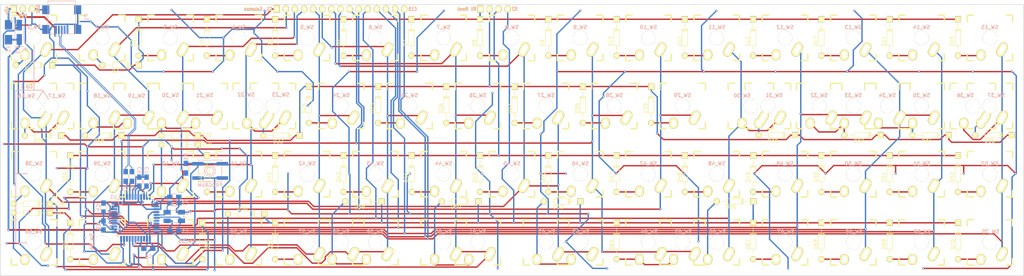
<source format=kicad_pcb>
(kicad_pcb (version 20171130) (host pcbnew "(5.1.12)-1")
  (layers (0 F.Cu signal) (31 B.Cu signal) (34 B.Paste user hide) (35 F.Paste user hide) (36 B.SilkS user hide) (37 F.SilkS user hide) (38 B.Mask user hide) (39 F.Mask user hide) (44 Edge.Cuts user))
  (net 0 "")
  (net 1 "Net-(D1-Pad2)")
  (net 2 "Net-(D2-Pad2)")
  (net 3 "Net-(D3-Pad2)")
  (net 4 "Net-(D4-Pad2)")
  (net 5 "Net-(D5-Pad2)")
  (net 6 "Net-(D6-Pad2)")
  (net 7 "Net-(D7-Pad2)")
  (net 8 "Net-(D8-Pad2)")
  (net 9 "Net-(D9-Pad2)")
  (net 10 "Net-(D10-Pad2)")
  (net 11 "Net-(D11-Pad2)")
  (net 12 "Net-(D12-Pad2)")
  (net 13 "Net-(D13-Pad2)")
  (net 14 "Net-(D14-Pad2)")
  (net 15 "Net-(D15-Pad2)")
  (net 16 "Net-(D16-Pad2)")
  (net 17 "Net-(D18-Pad2)")
  (net 18 "Net-(D20-Pad2)")
  (net 19 "Net-(D22-Pad2)")
  (net 20 "Net-(D24-Pad2)")
  (net 21 "Net-(D25-Pad2)")
  (net 22 "Net-(D26-Pad2)")
  (net 23 "Net-(D27-Pad2)")
  (net 24 "Net-(D28-Pad2)")
  (net 25 "Net-(D29-Pad2)")
  (net 26 "Net-(D30-Pad2)")
  (net 27 "Net-(D32-Pad2)")
  (net 28 "Net-(D34-Pad2)")
  (net 29 "Net-(D36-Pad2)")
  (net 30 "Net-(D38-Pad2)")
  (net 31 "Net-(D39-Pad2)")
  (net 32 "Net-(D40-Pad2)")
  (net 33 "Net-(D41-Pad2)")
  (net 34 "Net-(D42-Pad2)")
  (net 35 "Net-(D43-Pad2)")
  (net 36 "Net-(D44-Pad2)")
  (net 37 "Net-(D45-Pad2)")
  (net 38 "Net-(D46-Pad2)")
  (net 39 "Net-(D47-Pad2)")
  (net 40 "Net-(D48-Pad2)")
  (net 41 "Net-(D49-Pad2)")
  (net 42 "Net-(D50-Pad2)")
  (net 43 "Net-(D51-Pad2)")
  (net 44 "Net-(D52-Pad2)")
  (net 45 "Net-(D53-Pad2)")
  (net 46 "Net-(D54-Pad2)")
  (net 47 "Net-(D55-Pad2)")
  (net 48 "Net-(D56-Pad2)")
  (net 49 "Net-(D57-Pad2)")
  (net 50 "Net-(D58-Pad2)")
  (net 51 "Net-(D60-Pad2)")
  (net 52 "Net-(D62-Pad2)")
  (net 53 "Net-(D64-Pad2)")
  (net 54 "Net-(D66-Pad2)")
  (net 55 "Net-(D67-Pad2)")
  (net 56 "Net-(D68-Pad2)")
  (net 57 "Net-(D69-Pad2)")
  (net 58 "Net-(D70-Pad2)")
  (net 59 R1)
  (net 60 R2)
  (net 61 R3)
  (net 62 R4)
  (net 63 C1)
  (net 64 C2)
  (net 65 C3)
  (net 66 C4)
  (net 67 C5)
  (net 68 C6)
  (net 69 C7)
  (net 70 C8)
  (net 71 C9)
  (net 72 C10)
  (net 73 C11)
  (net 74 C12)
  (net 75 C13)
  (net 76 C14)
  (net 77 C15)
  (net 78 USB-)
  (net 79 USB+)
  (net 80 "Net-(P1-Pad4)")
  (net 81 "Net-(U1-Pad18)")
  (net 82 "Net-(U1-Pad19)")
  (net 83 "Net-(U1-Pad25)")
  (net 84 "Net-(U1-Pad27)")
  (net 85 "Net-(U1-Pad31)")
  (net 86 D+)
  (net 87 D-)
  (net 88 GND)
  (net 89 "Net-(C1-Pad2)")
  (net 90 "Net-(C2-Pad1)")
  (net 91 +5V)
  (net 92 "Net-(C4-Pad1)")
  (net 93 "Net-(C5-Pad1)")
  (net 94 "Net-(R3-Pad1)")
  (net 95 VUSB)
  (net 96 PC7)
  (module Keyboard:GNDVia-wRing (layer F.Cu) (at 126 77.75)
    (fp_text reference REF**_96 hide)
    (fp_text value "GND Via" hide)
    (pad GND thru_hole circle (at 0 0) (size 0.6 0.6) (drill 0.3) (layers *.Cu) (net 88 GND))
  )
  (module Keyboard:GNDVia-wRing (layer F.Cu) (at 143 77.75)
    (fp_text reference REF**_95 hide)
    (fp_text value "GND Via" hide)
    (pad GND thru_hole circle (at 0 0) (size 0.6 0.6) (drill 0.3) (layers *.Cu) (net 88 GND))
  )
  (module Keyboard:GNDVia-wRing (layer F.Cu) (at 165.25 77.75)
    (fp_text reference REF**_94 hide)
    (fp_text value "GND Via" hide)
    (pad GND thru_hole circle (at 0 0) (size 0.6 0.6) (drill 0.3) (layers *.Cu) (net 88 GND))
  )
  (module Keyboard:GNDVia-wRing (layer F.Cu) (at 192.75 77.75)
    (fp_text reference REF**_93 hide)
    (fp_text value "GND Via" hide)
    (pad GND thru_hole circle (at 0 0) (size 0.6 0.6) (drill 0.3) (layers *.Cu) (net 88 GND))
  )
  (module Keyboard:GNDVia-wRing (layer F.Cu) (at 181.25 77.75)
    (fp_text reference REF**_92 hide)
    (fp_text value "GND Via" hide)
    (pad GND thru_hole circle (at 0 0) (size 0.6 0.6) (drill 0.3) (layers *.Cu) (net 88 GND))
  )
  (module Keyboard:GNDVia-wRing (layer F.Cu) (at 66.04 89.2175)
    (fp_text reference REF**_91 hide)
    (fp_text value "GND Via" hide)
    (pad GND thru_hole circle (at 0 0) (size 0.6 0.6) (drill 0.3) (layers *.Cu) (net 88 GND))
  )
  (module Keyboard:GNDVia-wRing (layer F.Cu) (at 41.9735 92.202)
    (fp_text reference REF**_90 hide)
    (fp_text value "GND Via" hide)
    (pad GND thru_hole circle (at 0 0) (size 0.6 0.6) (drill 0.3) (layers *.Cu) (net 88 GND))
  )
  (module Keyboard:GNDVia-wRing (layer F.Cu) (at 47.8155 76.3905)
    (fp_text reference REF**_89 hide)
    (fp_text value "GND Via" hide)
    (pad GND thru_hole circle (at 0 0) (size 0.6 0.6) (drill 0.3) (layers *.Cu) (net 88 GND))
  )
  (module Keyboard:GNDVia-wRing (layer F.Cu) (at 52.1335 88.265)
    (fp_text reference REF**_88 hide)
    (fp_text value "GND Via" hide)
    (pad GND thru_hole circle (at 0 0) (size 0.6 0.6) (drill 0.3) (layers *.Cu) (net 88 GND))
  )
  (module Keyboard:GNDVia-wRing (layer F.Cu) (at 46.5 73.25)
    (fp_text reference REF**_87 hide)
    (fp_text value "GND Via" hide)
    (pad GND thru_hole circle (at 0 0) (size 0.6 0.6) (drill 0.3) (layers *.Cu) (net 88 GND))
  )
  (module Keyboard:GNDVia-wRing (layer F.Cu) (at 52.5 73.25)
    (fp_text reference REF**_86 hide)
    (fp_text value "GND Via" hide)
    (pad GND thru_hole circle (at 0 0) (size 0.6 0.6) (drill 0.3) (layers *.Cu) (net 88 GND))
  )
  (module Keyboard:GNDVia-wRing (layer F.Cu) (at 44.5 65)
    (fp_text reference REF**_85 hide)
    (fp_text value "GND Via" hide)
    (pad GND thru_hole circle (at 0 0) (size 0.6 0.6) (drill 0.3) (layers *.Cu) (net 88 GND))
  )
  (module Keyboard:GNDVia-wRing (layer F.Cu) (at 36.5 77.5)
    (fp_text reference REF**_84 hide)
    (fp_text value "GND Via" hide)
    (pad GND thru_hole circle (at 0 0) (size 0.6 0.6) (drill 0.3) (layers *.Cu) (net 88 GND))
  )
  (module Keyboard:GNDVia-wRing (layer F.Cu) (at 30.5 32)
    (fp_text reference REF**_83 hide)
    (fp_text value "GND Via" hide)
    (pad GND thru_hole circle (at 0 0) (size 0.6 0.6) (drill 0.3) (layers *.Cu) (net 88 GND))
  )
  (module Keyboard:GNDVia-wRing (layer F.Cu) (at 32.75 69.5)
    (fp_text reference REF**_82 hide)
    (fp_text value "GND Via" hide)
    (pad GND thru_hole circle (at 0 0) (size 0.6 0.6) (drill 0.3) (layers *.Cu) (net 88 GND))
  )
  (module Keyboard:GNDVia-wRing (layer F.Cu) (at 32.75 26.25)
    (fp_text reference REF**_81 hide)
    (fp_text value "GND Via" hide)
    (pad GND thru_hole circle (at 0 0) (size 0.6 0.6) (drill 0.3) (layers *.Cu) (net 88 GND))
  )
  (module Keyboard:GNDVia-wRing (layer F.Cu) (at 32.75 23)
    (fp_text reference REF**_80 hide)
    (fp_text value "GND Via" hide)
    (pad GND thru_hole circle (at 0 0) (size 0.6 0.6) (drill 0.3) (layers *.Cu) (net 88 GND))
  )
  (module Keyboard:GNDVia-wRing (layer F.Cu) (at 37.25 25)
    (fp_text reference REF**_79 hide)
    (fp_text value "GND Via" hide)
    (pad GND thru_hole circle (at 0 0) (size 0.6 0.6) (drill 0.3) (layers *.Cu) (net 88 GND))
  )
  (module Keyboard:GNDVia-wRing (layer F.Cu) (at 45.5 34.25)
    (fp_text reference REF**_78 hide)
    (fp_text value "GND Via" hide)
    (pad GND thru_hole circle (at 0 0) (size 0.6 0.6) (drill 0.3) (layers *.Cu) (net 88 GND))
  )
  (module Keyboard:GNDVia-wRing (layer F.Cu) (at 61.5 25.5)
    (fp_text reference REF**_77 hide)
    (fp_text value "GND Via" hide)
    (pad GND thru_hole circle (at 0 0) (size 0.6 0.6) (drill 0.3) (layers *.Cu) (net 88 GND))
  )
  (module Keyboard:GNDVia-wRing (layer F.Cu) (at 65.25 31)
    (fp_text reference REF**_76 hide)
    (fp_text value "GND Via" hide)
    (pad GND thru_hole circle (at 0 0) (size 0.6 0.6) (drill 0.3) (layers *.Cu) (net 88 GND))
  )
  (module Keyboard:GNDVia-wRing (layer F.Cu) (at 91 28.5)
    (fp_text reference REF**_75 hide)
    (fp_text value "GND Via" hide)
    (pad GND thru_hole circle (at 0 0) (size 0.6 0.6) (drill 0.3) (layers *.Cu) (net 88 GND))
  )
  (module Keyboard:GNDVia-wRing (layer F.Cu) (at 99.5 27.25)
    (fp_text reference REF**_74 hide)
    (fp_text value "GND Via" hide)
    (pad GND thru_hole circle (at 0 0) (size 0.6 0.6) (drill 0.3) (layers *.Cu) (net 88 GND))
  )
  (module Keyboard:GNDVia-wRing (layer F.Cu) (at 102.5 21)
    (fp_text reference REF**_73 hide)
    (fp_text value "GND Via" hide)
    (pad GND thru_hole circle (at 0 0) (size 0.6 0.6) (drill 0.3) (layers *.Cu) (net 88 GND))
  )
  (module Keyboard:GNDVia-wRing (layer F.Cu) (at 311 91.75)
    (fp_text reference REF**_72 hide)
    (fp_text value "GND Via" hide)
    (pad GND thru_hole circle (at 0 0) (size 0.6 0.6) (drill 0.3) (layers *.Cu) (net 88 GND))
  )
  (module Keyboard:GNDVia-wRing (layer F.Cu) (at 286.25 93)
    (fp_text reference REF**_71 hide)
    (fp_text value "GND Via" hide)
    (pad GND thru_hole circle (at 0 0) (size 0.6 0.6) (drill 0.3) (layers *.Cu) (net 88 GND))
  )
  (module Keyboard:GNDVia-wRing (layer F.Cu) (at 248.5 93)
    (fp_text reference REF**_70 hide)
    (fp_text value "GND Via" hide)
    (pad GND thru_hole circle (at 0 0) (size 0.6 0.6) (drill 0.3) (layers *.Cu) (net 88 GND))
  )
  (module Keyboard:GNDVia-wRing (layer F.Cu) (at 223.5 85.5)
    (fp_text reference REF**_69 hide)
    (fp_text value "GND Via" hide)
    (pad GND thru_hole circle (at 0 0) (size 0.6 0.6) (drill 0.3) (layers *.Cu) (net 88 GND))
  )
  (module Keyboard:GNDVia-wRing (layer F.Cu) (at 198 93)
    (fp_text reference REF**_68 hide)
    (fp_text value "GND Via" hide)
    (pad GND thru_hole circle (at 0 0) (size 0.6 0.6) (drill 0.3) (layers *.Cu) (net 88 GND))
  )
  (module Keyboard:GNDVia-wRing (layer F.Cu) (at 186.5 85.5)
    (fp_text reference REF**_67 hide)
    (fp_text value "GND Via" hide)
    (pad GND thru_hole circle (at 0 0) (size 0.6 0.6) (drill 0.3) (layers *.Cu) (net 88 GND))
  )
  (module Keyboard:GNDVia-wRing (layer F.Cu) (at 167.5 93)
    (fp_text reference REF**_66 hide)
    (fp_text value "GND Via" hide)
    (pad GND thru_hole circle (at 0 0) (size 0.6 0.6) (drill 0.3) (layers *.Cu) (net 88 GND))
  )
  (module Keyboard:GNDVia-wRing (layer F.Cu) (at 29.75 58.25)
    (fp_text reference REF**_65 hide)
    (fp_text value "GND Via" hide)
    (pad GND thru_hole circle (at 0 0) (size 0.6 0.6) (drill 0.3) (layers *.Cu) (net 88 GND))
  )
  (module Keyboard:GNDVia-wRing (layer F.Cu) (at 30.5 86)
    (fp_text reference REF**_64 hide)
    (fp_text value "GND Via" hide)
    (pad GND thru_hole circle (at 0 0) (size 0.6 0.6) (drill 0.3) (layers *.Cu) (net 88 GND))
  )
  (module Keyboard:GNDVia-wRing (layer F.Cu) (at 267 21)
    (fp_text reference REF**_63 hide)
    (fp_text value "GND Via" hide)
    (pad GND thru_hole circle (at 0 0) (size 0.6 0.6) (drill 0.3) (layers *.Cu) (net 88 GND))
  )
  (module Keyboard:GNDVia-wRing (layer F.Cu) (at 228.5 21)
    (fp_text reference REF**_62 hide)
    (fp_text value "GND Via" hide)
    (pad GND thru_hole circle (at 0 0) (size 0.6 0.6) (drill 0.3) (layers *.Cu) (net 88 GND))
  )
  (module Keyboard:GNDVia-wRing (layer F.Cu) (at 190.5 21)
    (fp_text reference REF**_61 hide)
    (fp_text value "GND Via" hide)
    (pad GND thru_hole circle (at 0 0) (size 0.6 0.6) (drill 0.3) (layers *.Cu) (net 88 GND))
  )
  (module Keyboard:GNDVia-wRing (layer F.Cu) (at 152.5 21)
    (fp_text reference REF**_60 hide)
    (fp_text value "GND Via" hide)
    (pad GND thru_hole circle (at 0 0) (size 0.6 0.6) (drill 0.3) (layers *.Cu) (net 88 GND))
  )
  (module Keyboard:GNDVia-wRing (layer F.Cu) (at 76.5 20.75)
    (fp_text reference REF**_59 hide)
    (fp_text value "GND Via" hide)
    (pad GND thru_hole circle (at 0 0) (size 0.6 0.6) (drill 0.3) (layers *.Cu) (net 88 GND))
  )
  (module Keyboard:GNDVia-wRing (layer F.Cu) (at 197 45)
    (fp_text reference REF**_58 hide)
    (fp_text value "GND Via" hide)
    (pad GND thru_hole circle (at 0 0) (size 0.6 0.6) (drill 0.3) (layers *.Cu) (net 88 GND))
  )
  (module Keyboard:GNDVia-wRing (layer F.Cu) (at 179.5 55.5)
    (fp_text reference REF**_57 hide)
    (fp_text value "GND Via" hide)
    (pad GND thru_hole circle (at 0 0) (size 0.6 0.6) (drill 0.3) (layers *.Cu) (net 88 GND))
  )
  (module Keyboard:GNDVia-wRing (layer F.Cu) (at 126 55.5)
    (fp_text reference REF**_56 hide)
    (fp_text value "GND Via" hide)
    (pad GND thru_hole circle (at 0 0) (size 0.6 0.6) (drill 0.3) (layers *.Cu) (net 88 GND))
  )
  (module Keyboard:GNDVia-wRing (layer F.Cu) (at 114.5 47.5)
    (fp_text reference REF**_55 hide)
    (fp_text value "GND Via" hide)
    (pad GND thru_hole circle (at 0 0) (size 0.6 0.6) (drill 0.3) (layers *.Cu) (net 88 GND))
  )
  (module Keyboard:GNDVia-wRing (layer F.Cu) (at 166 44)
    (fp_text reference REF**_54 hide)
    (fp_text value "GND Via" hide)
    (pad GND thru_hole circle (at 0 0) (size 0.6 0.6) (drill 0.3) (layers *.Cu) (net 88 GND))
  )
  (module Keyboard:GNDVia-wRing (layer F.Cu) (at 312 66.5)
    (fp_text reference REF**_53 hide)
    (fp_text value "GND Via" hide)
    (pad GND thru_hole circle (at 0 0) (size 0.6 0.6) (drill 0.3) (layers *.Cu) (net 88 GND))
  )
  (module Keyboard:GNDVia-wRing (layer F.Cu) (at 297.5 66.5)
    (fp_text reference REF**_52 hide)
    (fp_text value "GND Via" hide)
    (pad GND thru_hole circle (at 0 0) (size 0.6 0.6) (drill 0.3) (layers *.Cu) (net 88 GND))
  )
  (module Keyboard:GNDVia-wRing (layer F.Cu) (at 278.5 66.5)
    (fp_text reference REF**_51 hide)
    (fp_text value "GND Via" hide)
    (pad GND thru_hole circle (at 0 0) (size 0.6 0.6) (drill 0.3) (layers *.Cu) (net 88 GND))
  )
  (module Keyboard:GNDVia-wRing (layer F.Cu) (at 259 66.5)
    (fp_text reference REF**_50 hide)
    (fp_text value "GND Via" hide)
    (pad GND thru_hole circle (at 0 0) (size 0.6 0.6) (drill 0.3) (layers *.Cu) (net 88 GND))
  )
  (module Keyboard:GNDVia-wRing (layer F.Cu) (at 239 66.5)
    (fp_text reference REF**_49 hide)
    (fp_text value "GND Via" hide)
    (pad GND thru_hole circle (at 0 0) (size 0.6 0.6) (drill 0.3) (layers *.Cu) (net 88 GND))
  )
  (module Keyboard:GNDVia-wRing (layer F.Cu) (at 219.5 66.5)
    (fp_text reference REF**_48 hide)
    (fp_text value "GND Via" hide)
    (pad GND thru_hole circle (at 0 0) (size 0.6 0.6) (drill 0.3) (layers *.Cu) (net 88 GND))
  )
  (module Keyboard:GNDVia-wRing (layer F.Cu) (at 186.5 66.5)
    (fp_text reference REF**_47 hide)
    (fp_text value "GND Via" hide)
    (pad GND thru_hole circle (at 0 0) (size 0.6 0.6) (drill 0.3) (layers *.Cu) (net 88 GND))
  )
  (module Keyboard:GNDVia-wRing (layer F.Cu) (at 200.5 66.5)
    (fp_text reference REF**_46 hide)
    (fp_text value "GND Via" hide)
    (pad GND thru_hole circle (at 0 0) (size 0.6 0.6) (drill 0.3) (layers *.Cu) (net 88 GND))
  )
  (module Keyboard:GNDVia-wRing (layer F.Cu) (at 179.5 66.5)
    (fp_text reference REF**_45 hide)
    (fp_text value "GND Via" hide)
    (pad GND thru_hole circle (at 0 0) (size 0.6 0.6) (drill 0.3) (layers *.Cu) (net 88 GND))
  )
  (module Keyboard:GNDVia-wRing (layer F.Cu) (at 163 66.5)
    (fp_text reference REF**_44 hide)
    (fp_text value "GND Via" hide)
    (pad GND thru_hole circle (at 0 0) (size 0.6 0.6) (drill 0.3) (layers *.Cu) (net 88 GND))
  )
  (module Keyboard:GNDVia-wRing (layer F.Cu) (at 143 66.5)
    (fp_text reference REF**_43 hide)
    (fp_text value "GND Via" hide)
    (pad GND thru_hole circle (at 0 0) (size 0.6 0.6) (drill 0.3) (layers *.Cu) (net 88 GND))
  )
  (module Keyboard:GNDVia-wRing (layer F.Cu) (at 126 66.5)
    (fp_text reference REF**_42 hide)
    (fp_text value "GND Via" hide)
    (pad GND thru_hole circle (at 0 0) (size 0.6 0.6) (drill 0.3) (layers *.Cu) (net 88 GND))
  )
  (module Keyboard:GNDVia-wRing (layer F.Cu) (at 109 66.5)
    (fp_text reference REF**_41 hide)
    (fp_text value "GND Via" hide)
    (pad GND thru_hole circle (at 0 0) (size 0.6 0.6) (drill 0.3) (layers *.Cu) (net 88 GND))
  )
  (module Keyboard:GNDVia-wRing (layer F.Cu) (at 108.966 76.708)
    (fp_text reference REF**_40 hide)
    (fp_text value "GND Via" hide)
    (pad GND thru_hole circle (at 0 0) (size 0.6 0.6) (drill 0.3) (layers *.Cu) (net 88 GND))
  )
  (module Keyboard:GNDVia-wRing (layer F.Cu) (at 95.504 76.962)
    (fp_text reference REF**_39 hide)
    (fp_text value "GND Via" hide)
    (pad GND thru_hole circle (at 0 0) (size 0.6 0.6) (drill 0.3) (layers *.Cu) (net 88 GND))
  )
  (module Keyboard:GNDVia-wRing (layer F.Cu) (at 95.5 70.5)
    (fp_text reference REF**_38 hide)
    (fp_text value "GND Via" hide)
    (pad GND thru_hole circle (at 0 0) (size 0.6 0.6) (drill 0.3) (layers *.Cu) (net 88 GND))
  )
  (module Keyboard:GNDVia-wRing (layer F.Cu) (at 95.5 59.5)
    (fp_text reference REF**_37 hide)
    (fp_text value "GND Via" hide)
    (pad GND thru_hole circle (at 0 0) (size 0.6 0.6) (drill 0.3) (layers *.Cu) (net 88 GND))
  )
  (module Keyboard:GNDVia-wRing (layer F.Cu) (at 90.5 59.5)
    (fp_text reference REF**_36 hide)
    (fp_text value "GND Via" hide)
    (pad GND thru_hole circle (at 0 0) (size 0.6 0.6) (drill 0.3) (layers *.Cu) (net 88 GND))
  )
  (module Keyboard:GNDVia-wRing (layer F.Cu) (at 53 43.5)
    (fp_text reference REF**_35 hide)
    (fp_text value "GND Via" hide)
    (pad GND thru_hole circle (at 0 0) (size 0.6 0.6) (drill 0.3) (layers *.Cu) (net 88 GND))
  )
  (module Keyboard:GNDVia-wRing (layer F.Cu) (at 53 59)
    (fp_text reference REF**_34 hide)
    (fp_text value "GND Via" hide)
    (pad GND thru_hole circle (at 0 0) (size 0.6 0.6) (drill 0.3) (layers *.Cu) (net 88 GND))
  )
  (module Keyboard:GNDVia-wRing (layer F.Cu) (at 88.5 93.5)
    (fp_text reference REF**_33 hide)
    (fp_text value "GND Via" hide)
    (pad GND thru_hole circle (at 0 0) (size 0.6 0.6) (drill 0.3) (layers *.Cu) (net 88 GND))
  )
  (module Keyboard:GNDVia-wRing (layer F.Cu) (at 69.5 90)
    (fp_text reference REF**_32 hide)
    (fp_text value "GND Via" hide)
    (pad GND thru_hole circle (at 0 0) (size 0.6 0.6) (drill 0.3) (layers *.Cu) (net 88 GND))
  )
  (module Keyboard:GNDVia-wRing (layer F.Cu) (at 88.5 77)
    (fp_text reference REF**_31 hide)
    (fp_text value "GND Via" hide)
    (pad GND thru_hole circle (at 0 0) (size 0.6 0.6) (drill 0.3) (layers *.Cu) (net 88 GND))
  )
  (module Keyboard:GNDVia-wRing (layer F.Cu) (at 88.5 85)
    (fp_text reference REF**_30 hide)
    (fp_text value "GND Via" hide)
    (pad GND thru_hole circle (at 0 0) (size 0.6 0.6) (drill 0.3) (layers *.Cu) (net 88 GND))
  )
  (module Keyboard:GNDVia-wRing (layer F.Cu) (at 80.5 85)
    (fp_text reference REF**_29 hide)
    (fp_text value "GND Via" hide)
    (pad GND thru_hole circle (at 0 0) (size 0.6 0.6) (drill 0.3) (layers *.Cu) (net 88 GND))
  )
  (module Keyboard:GNDVia-wRing (layer F.Cu) (at 81.5 77)
    (fp_text reference REF**_28 hide)
    (fp_text value "GND Via" hide)
    (pad GND thru_hole circle (at 0 0) (size 0.6 0.6) (drill 0.3) (layers *.Cu) (net 88 GND))
  )
  (module Keyboard:GNDVia-wRing (layer F.Cu) (at 76.5 62.75)
    (fp_text reference REF**_27 hide)
    (fp_text value "GND Via" hide)
    (pad GND thru_hole circle (at 0 0) (size 0.6 0.6) (drill 0.3) (layers *.Cu) (net 88 GND))
  )
  (module Keyboard:GNDVia-wRing (layer F.Cu) (at 76.5 59)
    (fp_text reference REF**_26 hide)
    (fp_text value "GND Via" hide)
    (pad GND thru_hole circle (at 0 0) (size 0.6 0.6) (drill 0.3) (layers *.Cu) (net 88 GND))
  )
  (module Keyboard:GNDVia-wRing (layer F.Cu) (at 68.5 59)
    (fp_text reference REF**_25 hide)
    (fp_text value "GND Via" hide)
    (pad GND thru_hole circle (at 0 0) (size 0.6 0.6) (drill 0.3) (layers *.Cu) (net 88 GND))
  )
  (module Keyboard:GNDVia-wRing (layer F.Cu) (at 68.5 64.5)
    (fp_text reference REF**_24 hide)
    (fp_text value "GND Via" hide)
    (pad GND thru_hole circle (at 0 0) (size 0.6 0.6) (drill 0.3) (layers *.Cu) (net 88 GND))
  )
  (module Keyboard:GNDVia-wRing (layer F.Cu) (at 53 65)
    (fp_text reference REF**_23 hide)
    (fp_text value "GND Via" hide)
    (pad GND thru_hole circle (at 0 0) (size 0.6 0.6) (drill 0.3) (layers *.Cu) (net 88 GND))
  )
  (module Keyboard:GNDVia-wRing (layer F.Cu) (at 53 76.5)
    (fp_text reference REF**_22 hide)
    (fp_text value "GND Via" hide)
    (pad GND thru_hole circle (at 0 0) (size 0.6 0.6) (drill 0.3) (layers *.Cu) (net 88 GND))
  )
  (module Keyboard:GNDVia-wRing (layer F.Cu) (at 52.1335 84.455)
    (fp_text reference REF**_21 hide)
    (fp_text value "GND Via" hide)
    (pad GND thru_hole circle (at 0 0) (size 0.6 0.6) (drill 0.3) (layers *.Cu) (net 88 GND))
  )
  (module Keyboard:GNDVia-wRing (layer F.Cu) (at 63 91)
    (fp_text reference REF**_20 hide)
    (fp_text value "GND Via" hide)
    (pad GND thru_hole circle (at 0 0) (size 0.6 0.6) (drill 0.3) (layers *.Cu) (net 88 GND))
  )
  (module Keyboard:GNDVia-wRing (layer F.Cu) (at 56 80.5)
    (fp_text reference REF**_19 hide)
    (fp_text value "GND Via" hide)
    (pad GND thru_hole circle (at 0 0) (size 0.6 0.6) (drill 0.3) (layers *.Cu) (net 88 GND))
  )
  (module Keyboard:GNDVia-wRing (layer F.Cu) (at 52.5 80.5)
    (fp_text reference REF**_18 hide)
    (fp_text value "GND Via" hide)
    (pad GND thru_hole circle (at 0 0) (size 0.6 0.6) (drill 0.3) (layers *.Cu) (net 88 GND))
  )
  (module Keyboard:GNDVia-wRing (layer F.Cu) (at 34 86)
    (fp_text reference REF**_17 hide)
    (fp_text value "GND Via" hide)
    (pad GND thru_hole circle (at 0 0) (size 0.6 0.6) (drill 0.3) (layers *.Cu) (net 88 GND))
  )
  (module Keyboard:GNDVia-wRing (layer F.Cu) (at 54 24)
    (fp_text reference REF**_16 hide)
    (fp_text value "GND Via" hide)
    (pad GND thru_hole circle (at 0 0) (size 0.6 0.6) (drill 0.3) (layers *.Cu) (net 88 GND))
  )
  (module Keyboard:GNDVia-wRing (layer F.Cu) (at 32.5 40.75)
    (fp_text reference REF**_15 hide)
    (fp_text value "GND Via" hide)
    (pad GND thru_hole circle (at 0 0) (size 0.6 0.6) (drill 0.3) (layers *.Cu) (net 88 GND))
  )
  (module Keyboard:GNDVia-wRing (layer F.Cu) (at 41 39)
    (fp_text reference REF**_14 hide)
    (fp_text value "GND Via" hide)
    (pad GND thru_hole circle (at 0 0) (size 0.6 0.6) (drill 0.3) (layers *.Cu) (net 88 GND))
  )
  (module Keyboard:GNDVia-wRing (layer F.Cu) (at 311 38)
    (fp_text reference REF**_13 hide)
    (fp_text value "GND Via" hide)
    (pad GND thru_hole circle (at 0 0) (size 0.6 0.6) (drill 0.3) (layers *.Cu) (net 88 GND))
  )
  (module Keyboard:GNDVia-wRing (layer F.Cu) (at 300 38)
    (fp_text reference REF**_12 hide)
    (fp_text value "GND Via" hide)
    (pad GND thru_hole circle (at 0 0) (size 0.6 0.6) (drill 0.3) (layers *.Cu) (net 88 GND))
  )
  (module Keyboard:GNDVia-wRing (layer F.Cu) (at 285 38)
    (fp_text reference REF**_11 hide)
    (fp_text value "GND Via" hide)
    (pad GND thru_hole circle (at 0 0) (size 0.6 0.6) (drill 0.3) (layers *.Cu) (net 88 GND))
  )
  (module Keyboard:GNDVia-wRing (layer F.Cu) (at 265 38)
    (fp_text reference REF**_10 hide)
    (fp_text value "GND Via" hide)
    (pad GND thru_hole circle (at 0 0) (size 0.6 0.6) (drill 0.3) (layers *.Cu) (net 88 GND))
  )
  (module Keyboard:GNDVia-wRing (layer F.Cu) (at 245 38)
    (fp_text reference REF**_9 hide)
    (fp_text value "GND Via" hide)
    (pad GND thru_hole circle (at 0 0) (size 0.6 0.6) (drill 0.3) (layers *.Cu) (net 88 GND))
  )
  (module Keyboard:GNDVia-wRing (layer F.Cu) (at 225 38)
    (fp_text reference REF**_8 hide)
    (fp_text value "GND Via" hide)
    (pad GND thru_hole circle (at 0 0) (size 0.6 0.6) (drill 0.3) (layers *.Cu) (net 88 GND))
  )
  (module Keyboard:GNDVia-wRing (layer F.Cu) (at 203 38)
    (fp_text reference REF**_7 hide)
    (fp_text value "GND Via" hide)
    (pad GND thru_hole circle (at 0 0) (size 0.6 0.6) (drill 0.3) (layers *.Cu) (net 88 GND))
  )
  (module Keyboard:GNDVia-wRing (layer F.Cu) (at 184 38)
    (fp_text reference REF**_6 hide)
    (fp_text value "GND Via" hide)
    (pad GND thru_hole circle (at 0 0) (size 0.6 0.6) (drill 0.3) (layers *.Cu) (net 88 GND))
  )
  (module Keyboard:GNDVia-wRing (layer F.Cu) (at 145 38)
    (fp_text reference REF**_5 hide)
    (fp_text value "GND Via" hide)
    (pad GND thru_hole circle (at 0 0) (size 0.6 0.6) (drill 0.3) (layers *.Cu) (net 88 GND))
  )
  (module Keyboard:GNDVia-wRing (layer F.Cu) (at 126 38)
    (fp_text reference REF**_4 hide)
    (fp_text value "GND Via" hide)
    (pad GND thru_hole circle (at 0 0) (size 0.6 0.6) (drill 0.3) (layers *.Cu) (net 88 GND))
  )
  (module Keyboard:GNDVia-wRing (layer F.Cu) (at 106 38)
    (fp_text reference REF**_3 hide)
    (fp_text value "GND Via" hide)
    (pad GND thru_hole circle (at 0 0) (size 0.6 0.6) (drill 0.3) (layers *.Cu) (net 88 GND))
  )
  (module Keyboard:GNDVia-wRing (layer F.Cu) (at 88 38)
    (fp_text reference REF**_2 hide)
    (fp_text value "GND Via" hide)
    (pad GND thru_hole circle (at 0 0) (size 0.6 0.6) (drill 0.3) (layers *.Cu) (net 88 GND))
  )
  (module Diode_DO-35_SOD27_Horizontal_RM10 (layer F.Cu) (at 43.1805 36.1925 180)
    (fp_text reference D1 (at 6.68052 -1.67254) (layer F.SilkS))
    (fp_text value D hide)
    (pad 2 thru_hole circle (at 10.16052 -0.00254 90) (size 1.69926 1.69926) (drill 0.70104) (layers *.Cu *.Mask F.SilkS) (net 1 "Net-(D1-Pad2)"))
    (pad 1 thru_hole rect (at 0.00052 -0.00254 90) (size 1.69926 1.69926) (drill 0.70104) (layers *.Cu *.Mask F.SilkS) (net 59 R1))
  )
  (module Diode_DO-35_SOD27_Horizontal_RM10 (layer F.Cu) (at 67.3105 36.1925 180)
    (fp_text reference D2 (at 6.56052 -1.6) (layer F.SilkS))
    (fp_text value D hide)
    (pad 2 thru_hole circle (at 10.16052 -0.00254 90) (size 1.69926 1.69926) (drill 0.70104) (layers *.Cu *.Mask F.SilkS) (net 2 "Net-(D2-Pad2)"))
    (pad 1 thru_hole rect (at 0.00052 -0.00254 90) (size 1.69926 1.69926) (drill 0.70104) (layers *.Cu *.Mask F.SilkS) (net 59 R1))
  )
  (module Diode_DO-35_SOD27_Horizontal_RM10 (layer F.Cu) (at 67.3125 23.3675 270)
    (fp_text reference D3 (at 6.63252 1.56254 90) (layer F.SilkS))
    (fp_text value D hide)
    (pad 2 thru_hole circle (at 10.16052 -0.00254 180) (size 1.69926 1.69926) (drill 0.70104) (layers *.Cu *.Mask F.SilkS) (net 3 "Net-(D3-Pad2)"))
    (pad 1 thru_hole rect (at 0.00052 -0.00254 180) (size 1.69926 1.69926) (drill 0.70104) (layers *.Cu *.Mask F.SilkS) (net 59 R1))
  )
  (module Diode_DO-35_SOD27_Horizontal_RM10 (layer F.Cu) (at 86.3625 23.3675 270)
    (fp_text reference D4 (at 6.63252 1.61254 90) (layer F.SilkS))
    (fp_text value D hide)
    (pad 2 thru_hole circle (at 10.16052 -0.00254 180) (size 1.69926 1.69926) (drill 0.70104) (layers *.Cu *.Mask F.SilkS) (net 4 "Net-(D4-Pad2)"))
    (pad 1 thru_hole rect (at 0.00052 -0.00254 180) (size 1.69926 1.69926) (drill 0.70104) (layers *.Cu *.Mask F.SilkS) (net 59 R1))
  )
  (module Diode_DO-35_SOD27_Horizontal_RM10 (layer F.Cu) (at 105.407 23.3675 270)
    (fp_text reference D5 (at 6.63252 1.40746 90) (layer F.SilkS))
    (fp_text value D hide)
    (pad 2 thru_hole circle (at 10.16052 -0.00254 180) (size 1.69926 1.69926) (drill 0.70104) (layers *.Cu *.Mask F.SilkS) (net 5 "Net-(D5-Pad2)"))
    (pad 1 thru_hole rect (at 0.00052 -0.00254 180) (size 1.69926 1.69926) (drill 0.70104) (layers *.Cu *.Mask F.SilkS) (net 59 R1))
  )
  (module Diode_DO-35_SOD27_Horizontal_RM10 (layer F.Cu) (at 124.457 23.3675 270)
    (fp_text reference D6 (at 6.63252 1.45746 90) (layer F.SilkS))
    (fp_text value D hide)
    (pad 2 thru_hole circle (at 10.16052 -0.00254 180) (size 1.69926 1.69926) (drill 0.70104) (layers *.Cu *.Mask F.SilkS) (net 6 "Net-(D6-Pad2)"))
    (pad 1 thru_hole rect (at 0.00052 -0.00254 180) (size 1.69926 1.69926) (drill 0.70104) (layers *.Cu *.Mask F.SilkS) (net 59 R1))
  )
  (module Diode_DO-35_SOD27_Horizontal_RM10 (layer F.Cu) (at 143.395 23.3675 270)
    (fp_text reference D7 (at 6.63252 1.64492 90) (layer F.SilkS))
    (fp_text value D hide)
    (pad 2 thru_hole circle (at 10.16052 -0.00254 180) (size 1.69926 1.69926) (drill 0.70104) (layers *.Cu *.Mask F.SilkS) (net 7 "Net-(D7-Pad2)"))
    (pad 1 thru_hole rect (at 0.00052 -0.00254 180) (size 1.69926 1.69926) (drill 0.70104) (layers *.Cu *.Mask F.SilkS) (net 59 R1))
  )
  (module Diode_DO-35_SOD27_Horizontal_RM10 (layer F.Cu) (at 162.557 23.3675 270)
    (fp_text reference D8 (at 6.63252 1.55746 90) (layer F.SilkS))
    (fp_text value D hide)
    (pad 2 thru_hole circle (at 10.16052 -0.00254 180) (size 1.69926 1.69926) (drill 0.70104) (layers *.Cu *.Mask F.SilkS) (net 8 "Net-(D8-Pad2)"))
    (pad 1 thru_hole rect (at 0.00052 -0.00254 180) (size 1.69926 1.69926) (drill 0.70104) (layers *.Cu *.Mask F.SilkS) (net 59 R1))
  )
  (module Diode_DO-35_SOD27_Horizontal_RM10 (layer F.Cu) (at 181.607 23.3675 270)
    (fp_text reference D9 (at 6.63252 1.60746 90) (layer F.SilkS))
    (fp_text value D hide)
    (pad 2 thru_hole circle (at 10.16052 -0.00254 180) (size 1.69926 1.69926) (drill 0.70104) (layers *.Cu *.Mask F.SilkS) (net 9 "Net-(D9-Pad2)"))
    (pad 1 thru_hole rect (at 0.00052 -0.00254 180) (size 1.69926 1.69926) (drill 0.70104) (layers *.Cu *.Mask F.SilkS) (net 59 R1))
  )
  (module Diode_DO-35_SOD27_Horizontal_RM10 (layer F.Cu) (at 200.657 23.3675 270)
    (fp_text reference D10 (at 6.13252 1.65746 90) (layer F.SilkS))
    (fp_text value D hide)
    (pad 2 thru_hole circle (at 10.16052 -0.00254 180) (size 1.69926 1.69926) (drill 0.70104) (layers *.Cu *.Mask F.SilkS) (net 10 "Net-(D10-Pad2)"))
    (pad 1 thru_hole rect (at 0.00052 -0.00254 180) (size 1.69926 1.69926) (drill 0.70104) (layers *.Cu *.Mask F.SilkS) (net 59 R1))
  )
  (module Diode_DO-35_SOD27_Horizontal_RM10 (layer F.Cu) (at 219.702 23.3675 270)
    (fp_text reference D11 (at 6.13252 1.45238 270) (layer F.SilkS))
    (fp_text value D hide)
    (pad 2 thru_hole circle (at 10.16052 -0.00254 180) (size 1.69926 1.69926) (drill 0.70104) (layers *.Cu *.Mask F.SilkS) (net 11 "Net-(D11-Pad2)"))
    (pad 1 thru_hole rect (at 0.00052 -0.00254 180) (size 1.69926 1.69926) (drill 0.70104) (layers *.Cu *.Mask F.SilkS) (net 59 R1))
  )
  (module Diode_DO-35_SOD27_Horizontal_RM10 (layer F.Cu) (at 238.757 23.3675 270)
    (fp_text reference D12 (at 6.13252 1.50746 90) (layer F.SilkS))
    (fp_text value D hide)
    (pad 2 thru_hole circle (at 10.16052 -0.00254 180) (size 1.69926 1.69926) (drill 0.70104) (layers *.Cu *.Mask F.SilkS) (net 12 "Net-(D12-Pad2)"))
    (pad 1 thru_hole rect (at 0.00052 -0.00254 180) (size 1.69926 1.69926) (drill 0.70104) (layers *.Cu *.Mask F.SilkS) (net 59 R1))
  )
  (module Diode_DO-35_SOD27_Horizontal_RM10 (layer F.Cu) (at 257.807 23.3675 270)
    (fp_text reference D13 (at 6.13252 1.55746 90) (layer F.SilkS))
    (fp_text value D hide)
    (pad 2 thru_hole circle (at 10.16052 -0.00254 180) (size 1.69926 1.69926) (drill 0.70104) (layers *.Cu *.Mask F.SilkS) (net 13 "Net-(D13-Pad2)"))
    (pad 1 thru_hole rect (at 0.00052 -0.00254 180) (size 1.69926 1.69926) (drill 0.70104) (layers *.Cu *.Mask F.SilkS) (net 59 R1))
  )
  (module Diode_DO-35_SOD27_Horizontal_RM10 (layer F.Cu) (at 276.857 23.3675 270)
    (fp_text reference D14 (at 6.13252 1.60746 90) (layer F.SilkS))
    (fp_text value D hide)
    (pad 2 thru_hole circle (at 10.16052 -0.00254 180) (size 1.69926 1.69926) (drill 0.70104) (layers *.Cu *.Mask F.SilkS) (net 14 "Net-(D14-Pad2)"))
    (pad 1 thru_hole rect (at 0.00052 -0.00254 180) (size 1.69926 1.69926) (drill 0.70104) (layers *.Cu *.Mask F.SilkS) (net 59 R1))
  )
  (module Diode_DO-35_SOD27_Horizontal_RM10 (layer F.Cu) (at 295.907 23.3675 270)
    (fp_text reference D15 (at 6.13252 1.65746 90) (layer F.SilkS))
    (fp_text value D hide)
    (pad 2 thru_hole circle (at 10.16052 -0.00254 180) (size 1.69926 1.69926) (drill 0.70104) (layers *.Cu *.Mask F.SilkS) (net 15 "Net-(D15-Pad2)"))
    (pad 1 thru_hole rect (at 0.00052 -0.00254 180) (size 1.69926 1.69926) (drill 0.70104) (layers *.Cu *.Mask F.SilkS) (net 59 R1))
  )
  (module Diode_DO-35_SOD27_Horizontal_RM10 (layer F.Cu) (at 45.7205 55.8775 180)
    (fp_text reference D16 (at 6.22052 -1.6) (layer F.SilkS))
    (fp_text value D hide)
    (pad 2 thru_hole circle (at 10.16052 -0.00254 90) (size 1.69926 1.69926) (drill 0.70104) (layers *.Cu *.Mask F.SilkS) (net 16 "Net-(D16-Pad2)"))
    (pad 1 thru_hole rect (at 0.00052 -0.00254 90) (size 1.69926 1.69926) (drill 0.70104) (layers *.Cu *.Mask F.SilkS) (net 60 R2))
  )
  (module Diode_DO-35_SOD27_Horizontal_RM10 (layer F.Cu) (at 62.4845 55.8775 180)
    (fp_text reference D18 (at 6.23452 -1.6) (layer F.SilkS))
    (fp_text value D hide)
    (pad 2 thru_hole circle (at 10.16052 -0.00254 90) (size 1.69926 1.69926) (drill 0.70104) (layers *.Cu *.Mask F.SilkS) (net 17 "Net-(D18-Pad2)"))
    (pad 1 thru_hole rect (at 0.00052 -0.00254 90) (size 1.69926 1.69926) (drill 0.70104) (layers *.Cu *.Mask F.SilkS) (net 60 R2))
  )
  (module Diode_DO-35_SOD27_Horizontal_RM10 (layer F.Cu) (at 83.8205 55.8775 180)
    (fp_text reference D20 (at -2.42948 0.12746) (layer F.SilkS))
    (fp_text value D hide)
    (pad 2 thru_hole circle (at 10.16052 -0.00254 90) (size 1.69926 1.69926) (drill 0.70104) (layers *.Cu *.Mask F.SilkS) (net 18 "Net-(D20-Pad2)"))
    (pad 1 thru_hole rect (at 0.00052 -0.00254 90) (size 1.69926 1.69926) (drill 0.70104) (layers *.Cu *.Mask F.SilkS) (net 60 R2))
  )
  (module Diode_DO-35_SOD27_Horizontal_RM10 (layer F.Cu) (at 112.269 55.8775 180)
    (fp_text reference D22 (at 6.01852 -1.6) (layer F.SilkS))
    (fp_text value D hide)
    (pad 2 thru_hole circle (at 10.16052 -0.00254 90) (size 1.69926 1.69926) (drill 0.70104) (layers *.Cu *.Mask F.SilkS) (net 19 "Net-(D22-Pad2)"))
    (pad 1 thru_hole rect (at 0.00052 -0.00254 90) (size 1.69926 1.69926) (drill 0.70104) (layers *.Cu *.Mask F.SilkS) (net 60 R2))
  )
  (module Diode_DO-35_SOD27_Horizontal_RM10 (layer F.Cu) (at 114.805 42.1635 270)
    (fp_text reference D24 (at 6.08652 1.55546 90) (layer F.SilkS))
    (fp_text value D hide)
    (pad 2 thru_hole circle (at 10.16052 -0.00254 180) (size 1.69926 1.69926) (drill 0.70104) (layers *.Cu *.Mask F.SilkS) (net 20 "Net-(D24-Pad2)"))
    (pad 1 thru_hole rect (at 0.00052 -0.00254 180) (size 1.69926 1.69926) (drill 0.70104) (layers *.Cu *.Mask F.SilkS) (net 60 R2))
  )
  (module Diode_DO-35_SOD27_Horizontal_RM10 (layer F.Cu) (at 134.109 42.1635 270)
    (fp_text reference D25 (at 6.08652 1.60946 90) (layer F.SilkS))
    (fp_text value D hide)
    (pad 2 thru_hole circle (at 10.16052 -0.00254 180) (size 1.69926 1.69926) (drill 0.70104) (layers *.Cu *.Mask F.SilkS) (net 21 "Net-(D25-Pad2)"))
    (pad 1 thru_hole rect (at 0.00052 -0.00254 180) (size 1.69926 1.69926) (drill 0.70104) (layers *.Cu *.Mask F.SilkS) (net 60 R2))
  )
  (module Diode_DO-35_SOD27_Horizontal_RM10 (layer F.Cu) (at 153.159 42.1635 270)
    (fp_text reference D26 (at 6.09652 1.52146 90) (layer F.SilkS))
    (fp_text value D hide)
    (pad 2 thru_hole circle (at 10.16052 -0.00254 180) (size 1.69926 1.69926) (drill 0.70104) (layers *.Cu *.Mask F.SilkS) (net 22 "Net-(D26-Pad2)"))
    (pad 1 thru_hole rect (at 0.00052 -0.00254 180) (size 1.69926 1.69926) (drill 0.70104) (layers *.Cu *.Mask F.SilkS) (net 60 R2))
  )
  (module Diode_DO-35_SOD27_Horizontal_RM10 (layer F.Cu) (at 172.209 42.1635 270)
    (fp_text reference D27 (at 6.09652 1.52146 90) (layer F.SilkS))
    (fp_text value D hide)
    (pad 2 thru_hole circle (at 10.16052 -0.00254 180) (size 1.69926 1.69926) (drill 0.70104) (layers *.Cu *.Mask F.SilkS) (net 23 "Net-(D27-Pad2)"))
    (pad 1 thru_hole rect (at 0.00052 -0.00254 180) (size 1.69926 1.69926) (drill 0.70104) (layers *.Cu *.Mask F.SilkS) (net 60 R2))
  )
  (module Diode_DO-35_SOD27_Horizontal_RM10 (layer F.Cu) (at 191.259 42.1635 270)
    (fp_text reference D28 (at 6.09652 1.52146 90) (layer F.SilkS))
    (fp_text value D hide)
    (pad 2 thru_hole circle (at 10.16052 -0.00254 180) (size 1.69926 1.69926) (drill 0.70104) (layers *.Cu *.Mask F.SilkS) (net 24 "Net-(D28-Pad2)"))
    (pad 1 thru_hole rect (at 0.00052 -0.00254 180) (size 1.69926 1.69926) (drill 0.70104) (layers *.Cu *.Mask F.SilkS) (net 60 R2))
  )
  (module Diode_DO-35_SOD27_Horizontal_RM10 (layer F.Cu) (at 210.309 42.1635 270)
    (fp_text reference D29 (at 6.09652 1.52146 90) (layer F.SilkS))
    (fp_text value D hide)
    (pad 2 thru_hole circle (at 10.16052 -0.00254 180) (size 1.69926 1.69926) (drill 0.70104) (layers *.Cu *.Mask F.SilkS) (net 25 "Net-(D29-Pad2)"))
    (pad 1 thru_hole rect (at 0.00052 -0.00254 180) (size 1.69926 1.69926) (drill 0.70104) (layers *.Cu *.Mask F.SilkS) (net 60 R2))
  )
  (module Diode_DO-35_SOD27_Horizontal_RM10 (layer F.Cu) (at 250.444 55.753 180)
    (fp_text reference D30 (at 6.194 -1.6) (layer F.SilkS))
    (fp_text value D hide)
    (pad 2 thru_hole circle (at 10.16052 -0.00254 90) (size 1.69926 1.69926) (drill 0.70104) (layers *.Cu *.Mask F.SilkS) (net 26 "Net-(D30-Pad2)"))
    (pad 1 thru_hole rect (at 0.00052 -0.00254 90) (size 1.69926 1.69926) (drill 0.70104) (layers *.Cu *.Mask F.SilkS) (net 60 R2))
  )
  (module Diode_DO-35_SOD27_Horizontal_RM10 (layer F.Cu) (at 274.32 55.753 180)
    (fp_text reference D32 (at 6.07 -1.6) (layer F.SilkS))
    (fp_text value D hide)
    (pad 2 thru_hole circle (at 10.16052 -0.00254 90) (size 1.69926 1.69926) (drill 0.70104) (layers *.Cu *.Mask F.SilkS) (net 27 "Net-(D32-Pad2)"))
    (pad 1 thru_hole rect (at 0.00052 -0.00254 90) (size 1.69926 1.69926) (drill 0.70104) (layers *.Cu *.Mask F.SilkS) (net 60 R2))
  )
  (module Diode_DO-35_SOD27_Horizontal_RM10 (layer F.Cu) (at 293.371 55.7505 180)
    (fp_text reference D34 (at 6.12052 -1.6) (layer F.SilkS))
    (fp_text value D hide)
    (pad 2 thru_hole circle (at 10.16052 -0.00254 90) (size 1.69926 1.69926) (drill 0.70104) (layers *.Cu *.Mask F.SilkS) (net 28 "Net-(D34-Pad2)"))
    (pad 1 thru_hole rect (at 0.00052 -0.00254 90) (size 1.69926 1.69926) (drill 0.70104) (layers *.Cu *.Mask F.SilkS) (net 60 R2))
  )
  (module Diode_DO-35_SOD27_Horizontal_RM10 (layer F.Cu) (at 310.897 55.7505 180)
    (fp_text reference D36 (at 6.14652 -1.6) (layer F.SilkS))
    (fp_text value D hide)
    (pad 2 thru_hole circle (at 10.16052 -0.00254 90) (size 1.69926 1.69926) (drill 0.70104) (layers *.Cu *.Mask F.SilkS) (net 29 "Net-(D36-Pad2)"))
    (pad 1 thru_hole rect (at 0.00052 -0.00254 90) (size 1.69926 1.69926) (drill 0.70104) (layers *.Cu *.Mask F.SilkS) (net 60 R2))
  )
  (module Diode_DO-35_SOD27_Horizontal_RM10 (layer F.Cu) (at 42.5455 74.9275 180)
    (fp_text reference D38 (at -2.70448 -0.07254) (layer F.SilkS))
    (fp_text value D hide)
    (pad 2 thru_hole circle (at 10.16052 -0.00254 90) (size 1.69926 1.69926) (drill 0.70104) (layers *.Cu *.Mask F.SilkS) (net 30 "Net-(D38-Pad2)"))
    (pad 1 thru_hole rect (at 0.00052 -0.00254 90) (size 1.69926 1.69926) (drill 0.70104) (layers *.Cu *.Mask F.SilkS) (net 61 R3))
  )
  (module Diode_DO-35_SOD27_Horizontal_RM10 (layer F.Cu) (at 48.2575 61.4675 270)
    (fp_text reference D39 (at 6.03252 1.50746 90) (layer F.SilkS))
    (fp_text value D hide)
    (pad 2 thru_hole circle (at 10.16052 -0.00254 180) (size 1.69926 1.69926) (drill 0.70104) (layers *.Cu *.Mask F.SilkS) (net 31 "Net-(D39-Pad2)"))
    (pad 1 thru_hole rect (at 0.00052 -0.00254 180) (size 1.69926 1.69926) (drill 0.70104) (layers *.Cu *.Mask F.SilkS) (net 61 R3))
  )
  (module Diode_DO-35_SOD27_Horizontal_RM10 (layer F.Cu) (at 83.8205 58.4175 180)
    (fp_text reference D40 (at -2.42948 0.16746) (layer F.SilkS))
    (fp_text value D hide)
    (pad 2 thru_hole circle (at 10.16052 -0.00254 90) (size 1.69926 1.69926) (drill 0.70104) (layers *.Cu *.Mask F.SilkS) (net 32 "Net-(D40-Pad2)"))
    (pad 1 thru_hole rect (at 0.00052 -0.00254 90) (size 1.69926 1.69926) (drill 0.70104) (layers *.Cu *.Mask F.SilkS) (net 61 R3))
  )
  (module Diode_DO-35_SOD27_Horizontal_RM10 (layer F.Cu) (at 86.3625 61.468 270)
    (fp_text reference D41 (at 6.032 1.61254 90) (layer F.SilkS))
    (fp_text value D hide)
    (pad 2 thru_hole circle (at 10.16052 -0.00254 180) (size 1.69926 1.69926) (drill 0.70104) (layers *.Cu *.Mask F.SilkS) (net 33 "Net-(D41-Pad2)"))
    (pad 1 thru_hole rect (at 0.00052 -0.00254 180) (size 1.69926 1.69926) (drill 0.70104) (layers *.Cu *.Mask F.SilkS) (net 61 R3))
  )
  (module Diode_DO-35_SOD27_Horizontal_RM10 (layer F.Cu) (at 105.407 61.4675 270)
    (fp_text reference D42 (at 6.03252 1.65746 90) (layer F.SilkS))
    (fp_text value D hide)
    (pad 2 thru_hole circle (at 10.16052 -0.00254 180) (size 1.69926 1.69926) (drill 0.70104) (layers *.Cu *.Mask F.SilkS) (net 34 "Net-(D42-Pad2)"))
    (pad 1 thru_hole rect (at 0.00052 -0.00254 180) (size 1.69926 1.69926) (drill 0.70104) (layers *.Cu *.Mask F.SilkS) (net 61 R3))
  )
  (module Diode_DO-35_SOD27_Horizontal_RM10 (layer F.Cu) (at 124.457 61.4675 270)
    (fp_text reference D43 (at 6.03252 1.45746 90) (layer F.SilkS))
    (fp_text value D hide)
    (pad 2 thru_hole circle (at 10.16052 -0.00254 180) (size 1.69926 1.69926) (drill 0.70104) (layers *.Cu *.Mask F.SilkS) (net 35 "Net-(D43-Pad2)"))
    (pad 1 thru_hole rect (at 0.00052 -0.00254 180) (size 1.69926 1.69926) (drill 0.70104) (layers *.Cu *.Mask F.SilkS) (net 61 R3))
  )
  (module Diode_DO-35_SOD27_Horizontal_RM10 (layer F.Cu) (at 143.507 61.4675 270)
    (fp_text reference D44 (at 6.09652 1.52146 90) (layer F.SilkS))
    (fp_text value D hide)
    (pad 2 thru_hole circle (at 10.16052 -0.00254 180) (size 1.69926 1.69926) (drill 0.70104) (layers *.Cu *.Mask F.SilkS) (net 36 "Net-(D44-Pad2)"))
    (pad 1 thru_hole rect (at 0.00052 -0.00254 180) (size 1.69926 1.69926) (drill 0.70104) (layers *.Cu *.Mask F.SilkS) (net 61 R3))
  )
  (module Diode_DO-35_SOD27_Horizontal_RM10 (layer F.Cu) (at 162.557 61.4675 270)
    (fp_text reference D45 (at 6.09652 1.52146 90) (layer F.SilkS))
    (fp_text value D hide)
    (pad 2 thru_hole circle (at 10.16052 -0.00254 180) (size 1.69926 1.69926) (drill 0.70104) (layers *.Cu *.Mask F.SilkS) (net 37 "Net-(D45-Pad2)"))
    (pad 1 thru_hole rect (at 0.00052 -0.00254 180) (size 1.69926 1.69926) (drill 0.70104) (layers *.Cu *.Mask F.SilkS) (net 61 R3))
  )
  (module Diode_DO-35_SOD27_Horizontal_RM10 (layer F.Cu) (at 181.607 61.4675 270)
    (fp_text reference D46 (at 6.09652 1.52146 90) (layer F.SilkS))
    (fp_text value D hide)
    (pad 2 thru_hole circle (at 10.16052 -0.00254 180) (size 1.69926 1.69926) (drill 0.70104) (layers *.Cu *.Mask F.SilkS) (net 38 "Net-(D46-Pad2)"))
    (pad 1 thru_hole rect (at 0.00052 -0.00254 180) (size 1.69926 1.69926) (drill 0.70104) (layers *.Cu *.Mask F.SilkS) (net 61 R3))
  )
  (module Diode_DO-35_SOD27_Horizontal_RM10 (layer F.Cu) (at 200.657 61.4675 270)
    (fp_text reference D47 (at 6.09652 1.52146 90) (layer F.SilkS))
    (fp_text value D hide)
    (pad 2 thru_hole circle (at 10.16052 -0.00254 180) (size 1.69926 1.69926) (drill 0.70104) (layers *.Cu *.Mask F.SilkS) (net 39 "Net-(D47-Pad2)"))
    (pad 1 thru_hole rect (at 0.00052 -0.00254 180) (size 1.69926 1.69926) (drill 0.70104) (layers *.Cu *.Mask F.SilkS) (net 61 R3))
  )
  (module Diode_DO-35_SOD27_Horizontal_RM10 (layer F.Cu) (at 219.707 61.4675 270)
    (fp_text reference D48 (at 6.09652 1.52146 90) (layer F.SilkS))
    (fp_text value D hide)
    (pad 2 thru_hole circle (at 10.16052 -0.00254 180) (size 1.69926 1.69926) (drill 0.70104) (layers *.Cu *.Mask F.SilkS) (net 40 "Net-(D48-Pad2)"))
    (pad 1 thru_hole rect (at 0.00052 -0.00254 180) (size 1.69926 1.69926) (drill 0.70104) (layers *.Cu *.Mask F.SilkS) (net 61 R3))
  )
  (module Diode_DO-35_SOD27_Horizontal_RM10 (layer F.Cu) (at 238.757 61.4675 270)
    (fp_text reference D49 (at 6.03252 1.50746 90) (layer F.SilkS))
    (fp_text value D hide)
    (pad 2 thru_hole circle (at 10.16052 -0.00254 180) (size 1.69926 1.69926) (drill 0.70104) (layers *.Cu *.Mask F.SilkS) (net 41 "Net-(D49-Pad2)"))
    (pad 1 thru_hole rect (at 0.00052 -0.00254 180) (size 1.69926 1.69926) (drill 0.70104) (layers *.Cu *.Mask F.SilkS) (net 61 R3))
  )
  (module Diode_DO-35_SOD27_Horizontal_RM10 (layer F.Cu) (at 257.81 61.4675 270)
    (fp_text reference D50 (at 6.03252 1.56 90) (layer F.SilkS))
    (fp_text value D hide)
    (pad 2 thru_hole circle (at 10.16052 -0.00254 180) (size 1.69926 1.69926) (drill 0.70104) (layers *.Cu *.Mask F.SilkS) (net 42 "Net-(D50-Pad2)"))
    (pad 1 thru_hole rect (at 0.00052 -0.00254 180) (size 1.69926 1.69926) (drill 0.70104) (layers *.Cu *.Mask F.SilkS) (net 61 R3))
  )
  (module Diode_DO-35_SOD27_Horizontal_RM10 (layer F.Cu) (at 276.857 61.4675 270)
    (fp_text reference D51 (at 6.03252 1.60746 90) (layer F.SilkS))
    (fp_text value D hide)
    (pad 2 thru_hole circle (at 10.16052 -0.00254 180) (size 1.69926 1.69926) (drill 0.70104) (layers *.Cu *.Mask F.SilkS) (net 43 "Net-(D51-Pad2)"))
    (pad 1 thru_hole rect (at 0.00052 -0.00254 180) (size 1.69926 1.69926) (drill 0.70104) (layers *.Cu *.Mask F.SilkS) (net 61 R3))
  )
  (module Diode_DO-35_SOD27_Horizontal_RM10 (layer F.Cu) (at 295.907 61.4675 270)
    (fp_text reference D52 (at 6.03252 1.65746 90) (layer F.SilkS))
    (fp_text value D hide)
    (pad 2 thru_hole circle (at 10.16052 -0.00254 180) (size 1.69926 1.69926) (drill 0.70104) (layers *.Cu *.Mask F.SilkS) (net 44 "Net-(D52-Pad2)"))
    (pad 1 thru_hole rect (at 0.00052 -0.00254 180) (size 1.69926 1.69926) (drill 0.70104) (layers *.Cu *.Mask F.SilkS) (net 61 R3))
  )
  (module Diode_DO-35_SOD27_Horizontal_RM10 (layer F.Cu) (at 42.5455 77.4675 180)
    (fp_text reference D53 (at -2.70448 -0.03254) (layer F.SilkS))
    (fp_text value D hide)
    (pad 2 thru_hole circle (at 10.16052 -0.00254 90) (size 1.69926 1.69926) (drill 0.70104) (layers *.Cu *.Mask F.SilkS) (net 45 "Net-(D53-Pad2)"))
    (pad 1 thru_hole rect (at 0.00052 -0.00254 90) (size 1.69926 1.69926) (drill 0.70104) (layers *.Cu *.Mask F.SilkS) (net 62 R4))
  )
  (module Diode_DO-35_SOD27_Horizontal_RM10 (layer F.Cu) (at 48.2575 80.2635 270)
    (fp_text reference D54 (at 6.09652 1.45796 90) (layer F.SilkS))
    (fp_text value D hide)
    (pad 2 thru_hole circle (at 10.16052 -0.00254 180) (size 1.69926 1.69926) (drill 0.70104) (layers *.Cu *.Mask F.SilkS) (net 46 "Net-(D54-Pad2)"))
    (pad 1 thru_hole rect (at 0.00052 -0.00254 180) (size 1.69926 1.69926) (drill 0.70104) (layers *.Cu *.Mask F.SilkS) (net 62 R4))
  )
  (module Diode_DO-35_SOD27_Horizontal_RM10 (layer F.Cu) (at 85.0925 80.264 270)
    (fp_text reference D55 (at 6.096 -1.52146 90) (layer F.SilkS))
    (fp_text value D hide)
    (pad 2 thru_hole circle (at 10.16052 -0.00254 180) (size 1.69926 1.69926) (drill 0.70104) (layers *.Cu *.Mask F.SilkS) (net 47 "Net-(D55-Pad2)"))
    (pad 1 thru_hole rect (at 0.00052 -0.00254 180) (size 1.69926 1.69926) (drill 0.70104) (layers *.Cu *.Mask F.SilkS) (net 62 R4))
  )
  (module Diode_DO-35_SOD27_Horizontal_RM10 (layer F.Cu) (at 102.363 77.7215 180)
    (fp_text reference D56 (at 6.09652 1.52146) (layer F.SilkS))
    (fp_text value D hide)
    (pad 2 thru_hole circle (at 10.16052 -0.00254 90) (size 1.69926 1.69926) (drill 0.70104) (layers *.Cu *.Mask F.SilkS) (net 48 "Net-(D56-Pad2)"))
    (pad 1 thru_hole rect (at 0.00052 -0.00254 90) (size 1.69926 1.69926) (drill 0.70104) (layers *.Cu *.Mask F.SilkS) (net 62 R4))
  )
  (module Diode_DO-35_SOD27_Horizontal_RM10 (layer F.Cu) (at 105.407 80.2635 270)
    (fp_text reference D57 (at 5.98652 1.40746 90) (layer F.SilkS))
    (fp_text value D hide)
    (pad 2 thru_hole circle (at 10.16052 -0.00254 180) (size 1.69926 1.69926) (drill 0.70104) (layers *.Cu *.Mask F.SilkS) (net 49 "Net-(D57-Pad2)"))
    (pad 1 thru_hole rect (at 0.00052 -0.00254 180) (size 1.69926 1.69926) (drill 0.70104) (layers *.Cu *.Mask F.SilkS) (net 62 R4))
  )
  (module Keyboard:MXALPS-NOLED (layer F.Cu) (at 304.8 85.725 180)
    (fp_text reference SW_70 (at -0.25 3 180) (layer B.SilkS) (effects (font (thickness 0.2)) (justify mirror)))
    (fp_text value MX_LED hide)
    (pad "" np_thru_hole circle (at 0 0 180) (size 3.98781 3.98781) (drill 3.9878) (layers *.Cu *.Mask F.SilkS) (clearance 0.1524))
    (pad SW1 thru_hole oval (at -3.405 -3.27 150.95) (size 2.5 4.17) (drill oval 1.5 3.17) (layers *.Cu *.Mask F.SilkS) (net 77 C15))
    (pad SW2 thru_hole oval (at 2.52 -4.79 176.1) (size 2.5 3.08) (drill oval 1.5 2.08) (layers *.Cu *.Mask F.SilkS) (net 58 "Net-(D70-Pad2)"))
  )
  (module Keyboard:MXALPS-NOLED (layer F.Cu) (at 285.75 85.725 180)
    (fp_text reference SW_69 (at -0.25 3 180) (layer B.SilkS) (effects (font (thickness 0.2)) (justify mirror)))
    (fp_text value MX_LED hide)
    (pad "" np_thru_hole circle (at 0 0 180) (size 3.98781 3.98781) (drill 3.9878) (layers *.Cu *.Mask F.SilkS) (clearance 0.1524))
    (pad SW1 thru_hole oval (at -3.405 -3.27 150.95) (size 2.5 4.17) (drill oval 1.5 3.17) (layers *.Cu *.Mask F.SilkS) (net 76 C14))
    (pad SW2 thru_hole oval (at 2.52 -4.79 176.1) (size 2.5 3.08) (drill oval 1.5 2.08) (layers *.Cu *.Mask F.SilkS) (net 57 "Net-(D69-Pad2)"))
  )
  (module Keyboard:MXALPS-NOLED (layer F.Cu) (at 266.7 85.725 180)
    (fp_text reference SW_68 (at -0.25 3 180) (layer B.SilkS) (effects (font (thickness 0.2)) (justify mirror)))
    (fp_text value MX_LED hide)
    (pad "" np_thru_hole circle (at 0 0 180) (size 3.98781 3.98781) (drill 3.9878) (layers *.Cu *.Mask F.SilkS) (clearance 0.1524))
    (pad SW1 thru_hole oval (at -3.405 -3.27 150.95) (size 2.5 4.17) (drill oval 1.5 3.17) (layers *.Cu *.Mask F.SilkS) (net 75 C13))
    (pad SW2 thru_hole oval (at 2.52 -4.79 176.1) (size 2.5 3.08) (drill oval 1.5 2.08) (layers *.Cu *.Mask F.SilkS) (net 56 "Net-(D68-Pad2)"))
  )
  (module Keyboard:MXALPS-NOLED (layer F.Cu) (at 247.65 85.725 180)
    (fp_text reference SW_67 (at -0.25 3 180) (layer B.SilkS) (effects (font (thickness 0.2)) (justify mirror)))
    (fp_text value MX_LED hide)
    (pad "" np_thru_hole circle (at 0 0 180) (size 3.98781 3.98781) (drill 3.9878) (layers *.Cu *.Mask F.SilkS) (clearance 0.1524))
    (pad SW1 thru_hole oval (at -3.405 -3.27 150.95) (size 2.5 4.17) (drill oval 1.5 3.17) (layers *.Cu *.Mask F.SilkS) (net 74 C12))
    (pad SW2 thru_hole oval (at 2.52 -4.79 176.1) (size 2.5 3.08) (drill oval 1.5 2.08) (layers *.Cu *.Mask F.SilkS) (net 55 "Net-(D67-Pad2)"))
  )
  (module Keyboard:MXALPS-NOLED (layer F.Cu) (at 228.6 85.725 180)
    (fp_text reference SW_66 (at -0.25 3 180) (layer B.SilkS) (effects (font (thickness 0.2)) (justify mirror)))
    (fp_text value MX_LED hide)
    (pad "" np_thru_hole circle (at 0 0 180) (size 3.98781 3.98781) (drill 3.9878) (layers *.Cu *.Mask F.SilkS) (clearance 0.1524))
    (pad SW1 thru_hole oval (at -3.405 -3.27 150.95) (size 2.5 4.17) (drill oval 1.5 3.17) (layers *.Cu *.Mask F.SilkS) (net 73 C11))
    (pad SW2 thru_hole oval (at 2.52 -4.79 176.1) (size 2.5 3.08) (drill oval 1.5 2.08) (layers *.Cu *.Mask F.SilkS) (net 54 "Net-(D66-Pad2)"))
  )
  (module Keyboard:MXALPS-NOLED (layer F.Cu) (at 209.55 85.725 180)
    (fp_text reference SW_64 (at -0.25 3 180) (layer B.SilkS) (effects (font (thickness 0.2)) (justify mirror)))
    (fp_text value MX_LED hide)
    (pad "" np_thru_hole circle (at 0 0 180) (size 3.98781 3.98781) (drill 3.9878) (layers *.Cu *.Mask F.SilkS) (clearance 0.1524))
    (pad SW1 thru_hole oval (at -3.405 -3.27 150.95) (size 2.5 4.17) (drill oval 1.5 3.17) (layers *.Cu *.Mask F.SilkS) (net 71 C9))
    (pad SW2 thru_hole oval (at 2.52 -4.79 176.1) (size 2.5 3.08) (drill oval 1.5 2.08) (layers *.Cu *.Mask F.SilkS) (net 53 "Net-(D64-Pad2)"))
  )
  (module Keyboard:MXALPS-NOLED (layer F.Cu) (at 190.5 85.725 180)
    (fp_text reference SW_63 (at -0.25 3 180) (layer B.SilkS) (effects (font (thickness 0.2)) (justify mirror)))
    (fp_text value MX_LED hide)
    (pad "" np_thru_hole circle (at 0 0 180) (size 3.98781 3.98781) (drill 3.9878) (layers *.Cu *.Mask F.SilkS) (clearance 0.1524))
    (pad SW1 thru_hole oval (at -3.405 -3.27 150.95) (size 2.5 4.17) (drill oval 1.5 3.17) (layers *.Cu *.Mask F.SilkS) (net 70 C8))
    (pad SW2 thru_hole oval (at 2.52 -4.79 176.1) (size 2.5 3.08) (drill oval 1.5 2.08) (layers *.Cu *.Mask F.SilkS) (net 52 "Net-(D62-Pad2)"))
  )
  (module Keyboard:MXALPS-NOLED (layer F.Cu) (at 161.925 85.725 180)
    (fp_text reference SW_61 (at 0 3 180) (layer B.SilkS) (effects (font (thickness 0.2)) (justify mirror)))
    (fp_text value MX_LED hide)
    (pad "" np_thru_hole circle (at 0 0 180) (size 3.98781 3.98781) (drill 3.9878) (layers *.Cu *.Mask F.SilkS) (clearance 0.1524))
    (pad SW1 thru_hole oval (at -3.405 -3.27 150.95) (size 2.5 4.17) (drill oval 1.5 3.17) (layers *.Cu *.Mask F.SilkS) (net 69 C7))
    (pad SW2 thru_hole oval (at 2.52 -4.79 176.1) (size 2.5 3.08) (drill oval 1.5 2.08) (layers *.Cu *.Mask F.SilkS) (net 51 "Net-(D60-Pad2)"))
  )
  (module Keyboard:MXALPS-NOLED (layer F.Cu) (at 123.825 85.725 180)
    (fp_text reference SW_58 (at 0 3 180) (layer B.SilkS) (effects (font (thickness 0.2)) (justify mirror)))
    (fp_text value MX_LED hide)
    (pad "" np_thru_hole circle (at 0 0 180) (size 3.98781 3.98781) (drill 3.9878) (layers *.Cu *.Mask F.SilkS) (clearance 0.1524))
    (pad SW1 thru_hole oval (at -3.405 -3.27 150.95) (size 2.5 4.17) (drill oval 1.5 3.17) (layers *.Cu *.Mask F.SilkS) (net 68 C6))
    (pad SW2 thru_hole oval (at 2.52 -4.79 176.1) (size 2.5 3.08) (drill oval 1.5 2.08) (layers *.Cu *.Mask F.SilkS) (net 50 "Net-(D58-Pad2)"))
  )
  (module Keyboard:MXALPS-NOLED (layer F.Cu) (at 95.25 85.725 180)
    (fp_text reference SW_56 (at 0 3 180) (layer B.SilkS) (effects (font (thickness 0.2)) (justify mirror)))
    (fp_text value MX_LED hide)
    (pad "" np_thru_hole circle (at 0 0 180) (size 3.98781 3.98781) (drill 3.9878) (layers *.Cu *.Mask F.SilkS) (clearance 0.1524))
    (pad SW1 thru_hole oval (at -3.405 -3.27 150.95) (size 2.5 4.17) (drill oval 1.5 3.17) (layers *.Cu *.Mask F.SilkS) (net 66 C4))
    (pad SW2 thru_hole oval (at 2.52 -4.79 176.1) (size 2.5 3.08) (drill oval 1.5 2.08) (layers *.Cu *.Mask F.SilkS) (net 48 "Net-(D56-Pad2)"))
  )
  (module Keyboard:MXALPS-NOLED (layer F.Cu) (at 76.2 85.725 180)
    (fp_text reference SW_55 (at -4.572 0.381 180) (layer B.SilkS) (effects (font (thickness 0.2)) (justify mirror)))
    (fp_text value MX_LED hide)
    (pad "" np_thru_hole circle (at 0 0 180) (size 3.98781 3.98781) (drill 3.9878) (layers *.Cu *.Mask F.SilkS) (clearance 0.1524))
    (pad SW1 thru_hole oval (at -3.405 -3.27 150.95) (size 2.5 4.17) (drill oval 1.5 3.17) (layers *.Cu *.Mask F.SilkS) (net 65 C3))
    (pad SW2 thru_hole oval (at 2.52 -4.79 176.1) (size 2.5 3.08) (drill oval 1.5 2.08) (layers *.Cu *.Mask F.SilkS) (net 47 "Net-(D55-Pad2)"))
  )
  (module Keyboard:MXALPS-NOLED (layer F.Cu) (at 57.15 85.725 180)
    (fp_text reference SW_54 (at 2.9 0.225 270) (layer B.SilkS) (effects (font (thickness 0.2)) (justify mirror)))
    (fp_text value MX_LED hide)
    (pad "" np_thru_hole circle (at 0 0 180) (size 3.98781 3.98781) (drill 3.9878) (layers *.Cu *.Mask F.SilkS) (clearance 0.1524))
    (pad SW1 thru_hole oval (at -3.405 -3.27 150.95) (size 2.5 4.17) (drill oval 1.5 3.17) (layers *.Cu *.Mask F.SilkS) (net 64 C2))
    (pad SW2 thru_hole oval (at 2.52 -4.79 176.1) (size 2.5 3.08) (drill oval 1.5 2.08) (layers *.Cu *.Mask F.SilkS) (net 46 "Net-(D54-Pad2)"))
  )
  (module Keyboard:MXALPS-NOLED (layer F.Cu) (at 38.1 85.725 180)
    (fp_text reference SW_53 (at 0 3 180) (layer B.SilkS) (effects (font (thickness 0.2)) (justify mirror)))
    (fp_text value MX_LED hide)
    (pad "" np_thru_hole circle (at 0 0 180) (size 3.98781 3.98781) (drill 3.9878) (layers *.Cu *.Mask F.SilkS) (clearance 0.1524))
    (pad SW1 thru_hole oval (at -3.405 -3.27 150.95) (size 2.5 4.17) (drill oval 1.5 3.17) (layers *.Cu *.Mask F.SilkS) (net 63 C1))
    (pad SW2 thru_hole oval (at 2.52 -4.79 176.1) (size 2.5 3.08) (drill oval 1.5 2.08) (layers *.Cu *.Mask F.SilkS) (net 45 "Net-(D53-Pad2)"))
  )
  (module Keyboard:MXALPS-NOLED (layer F.Cu) (at 304.8 66.675 180)
    (fp_text reference SW_52 (at 0 3 180) (layer B.SilkS) (effects (font (thickness 0.2)) (justify mirror)))
    (fp_text value MX_LED hide)
    (pad "" np_thru_hole circle (at 0 0 180) (size 3.98781 3.98781) (drill 3.9878) (layers *.Cu *.Mask F.SilkS) (clearance 0.1524))
    (pad SW1 thru_hole oval (at -3.405 -3.27 150.95) (size 2.5 4.17) (drill oval 1.5 3.17) (layers *.Cu *.Mask F.SilkS) (net 77 C15))
    (pad SW2 thru_hole oval (at 2.52 -4.79 176.1) (size 2.5 3.08) (drill oval 1.5 2.08) (layers *.Cu *.Mask F.SilkS) (net 44 "Net-(D52-Pad2)"))
  )
  (module Keyboard:MXALPS-NOLED (layer F.Cu) (at 285.75 66.675 180)
    (fp_text reference SW_51 (at 0 3 180) (layer B.SilkS) (effects (font (thickness 0.2)) (justify mirror)))
    (fp_text value MX_LED hide)
    (pad "" np_thru_hole circle (at 0 0 180) (size 3.98781 3.98781) (drill 3.9878) (layers *.Cu *.Mask F.SilkS) (clearance 0.1524))
    (pad SW1 thru_hole oval (at -3.405 -3.27 150.95) (size 2.5 4.17) (drill oval 1.5 3.17) (layers *.Cu *.Mask F.SilkS) (net 76 C14))
    (pad SW2 thru_hole oval (at 2.52 -4.79 176.1) (size 2.5 3.08) (drill oval 1.5 2.08) (layers *.Cu *.Mask F.SilkS) (net 43 "Net-(D51-Pad2)"))
  )
  (module Keyboard:MXALPS-NOLED (layer F.Cu) (at 266.7 66.675 180)
    (fp_text reference SW_50 (at 0 3 180) (layer B.SilkS) (effects (font (thickness 0.2)) (justify mirror)))
    (fp_text value MX_LED hide)
    (pad "" np_thru_hole circle (at 0 0 180) (size 3.98781 3.98781) (drill 3.9878) (layers *.Cu *.Mask F.SilkS) (clearance 0.1524))
    (pad SW1 thru_hole oval (at -3.405 -3.27 150.95) (size 2.5 4.17) (drill oval 1.5 3.17) (layers *.Cu *.Mask F.SilkS) (net 75 C13))
    (pad SW2 thru_hole oval (at 2.52 -4.79 176.1) (size 2.5 3.08) (drill oval 1.5 2.08) (layers *.Cu *.Mask F.SilkS) (net 42 "Net-(D50-Pad2)"))
  )
  (module Keyboard:MXALPS-NOLED (layer F.Cu) (at 247.65 66.675 180)
    (fp_text reference SW_49 (at 0 3 180) (layer B.SilkS) (effects (font (thickness 0.2)) (justify mirror)))
    (fp_text value MX_LED hide)
    (pad "" np_thru_hole circle (at 0 0 180) (size 3.98781 3.98781) (drill 3.9878) (layers *.Cu *.Mask F.SilkS) (clearance 0.1524))
    (pad SW1 thru_hole oval (at -3.405 -3.27 150.95) (size 2.5 4.17) (drill oval 1.5 3.17) (layers *.Cu *.Mask F.SilkS) (net 74 C12))
    (pad SW2 thru_hole oval (at 2.52 -4.79 176.1) (size 2.5 3.08) (drill oval 1.5 2.08) (layers *.Cu *.Mask F.SilkS) (net 41 "Net-(D49-Pad2)"))
  )
  (module Keyboard:MXALPS-NOLED (layer F.Cu) (at 228.6 66.675 180)
    (fp_text reference SW_48 (at 0 3 180) (layer B.SilkS) (effects (font (thickness 0.2)) (justify mirror)))
    (fp_text value MX_LED hide)
    (pad "" np_thru_hole circle (at 0 0 180) (size 3.98781 3.98781) (drill 3.9878) (layers *.Cu *.Mask F.SilkS) (clearance 0.1524))
    (pad SW1 thru_hole oval (at -3.405 -3.27 150.95) (size 2.5 4.17) (drill oval 1.5 3.17) (layers *.Cu *.Mask F.SilkS) (net 73 C11))
    (pad SW2 thru_hole oval (at 2.52 -4.79 176.1) (size 2.5 3.08) (drill oval 1.5 2.08) (layers *.Cu *.Mask F.SilkS) (net 40 "Net-(D48-Pad2)"))
  )
  (module Keyboard:MXALPS-NOLED (layer F.Cu) (at 209.55 66.675 180)
    (fp_text reference SW_47 (at 0 3 180) (layer B.SilkS) (effects (font (thickness 0.2)) (justify mirror)))
    (fp_text value MX_LED hide)
    (pad "" np_thru_hole circle (at 0 0 180) (size 3.98781 3.98781) (drill 3.9878) (layers *.Cu *.Mask F.SilkS) (clearance 0.1524))
    (pad SW1 thru_hole oval (at -3.405 -3.27 150.95) (size 2.5 4.17) (drill oval 1.5 3.17) (layers *.Cu *.Mask F.SilkS) (net 72 C10))
    (pad SW2 thru_hole oval (at 2.52 -4.79 176.1) (size 2.5 3.08) (drill oval 1.5 2.08) (layers *.Cu *.Mask F.SilkS) (net 39 "Net-(D47-Pad2)"))
  )
  (module Keyboard:MXALPS-NOLED (layer F.Cu) (at 190.5 66.675 180)
    (fp_text reference SW_46 (at 0 3 180) (layer B.SilkS) (effects (font (thickness 0.2)) (justify mirror)))
    (fp_text value MX_LED hide)
    (pad "" np_thru_hole circle (at 0 0 180) (size 3.98781 3.98781) (drill 3.9878) (layers *.Cu *.Mask F.SilkS) (clearance 0.1524))
    (pad SW1 thru_hole oval (at -3.405 -3.27 150.95) (size 2.5 4.17) (drill oval 1.5 3.17) (layers *.Cu *.Mask F.SilkS) (net 71 C9))
    (pad SW2 thru_hole oval (at 2.52 -4.79 176.1) (size 2.5 3.08) (drill oval 1.5 2.08) (layers *.Cu *.Mask F.SilkS) (net 38 "Net-(D46-Pad2)"))
  )
  (module Keyboard:MXALPS-NOLED (layer F.Cu) (at 171.45 66.675 180)
    (fp_text reference SW_45 (at 0 3 180) (layer B.SilkS) (effects (font (thickness 0.2)) (justify mirror)))
    (fp_text value MX_LED hide)
    (pad "" np_thru_hole circle (at 0 0 180) (size 3.98781 3.98781) (drill 3.9878) (layers *.Cu *.Mask F.SilkS) (clearance 0.1524))
    (pad SW1 thru_hole oval (at -3.405 -3.27 150.95) (size 2.5 4.17) (drill oval 1.5 3.17) (layers *.Cu *.Mask F.SilkS) (net 70 C8))
    (pad SW2 thru_hole oval (at 2.52 -4.79 176.1) (size 2.5 3.08) (drill oval 1.5 2.08) (layers *.Cu *.Mask F.SilkS) (net 37 "Net-(D45-Pad2)"))
  )
  (module Keyboard:MXALPS-NOLED (layer F.Cu) (at 152.4 66.675 180)
    (fp_text reference SW_44 (at 0 3 180) (layer B.SilkS) (effects (font (thickness 0.2)) (justify mirror)))
    (fp_text value MX_LED hide)
    (pad "" np_thru_hole circle (at 0 0 180) (size 3.98781 3.98781) (drill 3.9878) (layers *.Cu *.Mask F.SilkS) (clearance 0.1524))
    (pad SW1 thru_hole oval (at -3.405 -3.27 150.95) (size 2.5 4.17) (drill oval 1.5 3.17) (layers *.Cu *.Mask F.SilkS) (net 69 C7))
    (pad SW2 thru_hole oval (at 2.52 -4.79 176.1) (size 2.5 3.08) (drill oval 1.5 2.08) (layers *.Cu *.Mask F.SilkS) (net 36 "Net-(D44-Pad2)"))
  )
  (module Keyboard:MXALPS-NOLED (layer F.Cu) (at 133.35 66.675 180)
    (fp_text reference SW_43 (at 0 3 180) (layer B.SilkS) (effects (font (thickness 0.2)) (justify mirror)))
    (fp_text value MX_LED hide)
    (pad "" np_thru_hole circle (at 0 0 180) (size 3.98781 3.98781) (drill 3.9878) (layers *.Cu *.Mask F.SilkS) (clearance 0.1524))
    (pad SW1 thru_hole oval (at -3.405 -3.27 150.95) (size 2.5 4.17) (drill oval 1.5 3.17) (layers *.Cu *.Mask F.SilkS) (net 68 C6))
    (pad SW2 thru_hole oval (at 2.52 -4.79 176.1) (size 2.5 3.08) (drill oval 1.5 2.08) (layers *.Cu *.Mask F.SilkS) (net 35 "Net-(D43-Pad2)"))
  )
  (module Keyboard:MXALPS-NOLED (layer F.Cu) (at 114.3 66.675 180)
    (fp_text reference SW_42 (at 0 3 180) (layer B.SilkS) (effects (font (thickness 0.2)) (justify mirror)))
    (fp_text value MX_LED hide)
    (pad "" np_thru_hole circle (at 0 0 180) (size 3.98781 3.98781) (drill 3.9878) (layers *.Cu *.Mask F.SilkS) (clearance 0.1524))
    (pad SW1 thru_hole oval (at -3.405 -3.27 150.95) (size 2.5 4.17) (drill oval 1.5 3.17) (layers *.Cu *.Mask F.SilkS) (net 67 C5))
    (pad SW2 thru_hole oval (at 2.52 -4.79 176.1) (size 2.5 3.08) (drill oval 1.5 2.08) (layers *.Cu *.Mask F.SilkS) (net 34 "Net-(D42-Pad2)"))
  )
  (module Keyboard:MXALPS-NOLED (layer F.Cu) (at 95.25 66.675 180)
    (fp_text reference SW_41 (at 0 3 180) (layer B.SilkS) (effects (font (thickness 0.2)) (justify mirror)))
    (fp_text value MX_LED hide)
    (pad "" np_thru_hole circle (at 0 0 180) (size 3.98781 3.98781) (drill 3.9878) (layers *.Cu *.Mask F.SilkS) (clearance 0.1524))
    (pad SW1 thru_hole oval (at -3.405 -3.27 150.95) (size 2.5 4.17) (drill oval 1.5 3.17) (layers *.Cu *.Mask F.SilkS) (net 66 C4))
    (pad SW2 thru_hole oval (at 2.52 -4.79 176.1) (size 2.5 3.08) (drill oval 1.5 2.08) (layers *.Cu *.Mask F.SilkS) (net 33 "Net-(D41-Pad2)"))
  )
  (module Keyboard:MXALPS-NOLED (layer F.Cu) (at 76.2 66.675 180)
    (fp_text reference SW_40 (at 0 3 180) (layer B.SilkS) (effects (font (thickness 0.2)) (justify mirror)))
    (fp_text value MX_LED hide)
    (pad "" np_thru_hole circle (at 0 0 180) (size 3.98781 3.98781) (drill 3.9878) (layers *.Cu *.Mask F.SilkS) (clearance 0.1524))
    (pad SW1 thru_hole oval (at -3.405 -3.27 150.95) (size 2.5 4.17) (drill oval 1.5 3.17) (layers *.Cu *.Mask F.SilkS) (net 65 C3))
    (pad SW2 thru_hole oval (at 2.52 -4.79 176.1) (size 2.5 3.08) (drill oval 1.5 2.08) (layers *.Cu *.Mask F.SilkS) (net 32 "Net-(D40-Pad2)"))
  )
  (module Keyboard:MXALPS-NOLED (layer F.Cu) (at 57.15 66.675 180)
    (fp_text reference SW_39 (at 0 3 180) (layer B.SilkS) (effects (font (thickness 0.2)) (justify mirror)))
    (fp_text value MX_LED hide)
    (pad "" np_thru_hole circle (at 0 0 180) (size 3.98781 3.98781) (drill 3.9878) (layers *.Cu *.Mask F.SilkS) (clearance 0.1524))
    (pad SW1 thru_hole oval (at -3.405 -3.27 150.95) (size 2.5 4.17) (drill oval 1.5 3.17) (layers *.Cu *.Mask F.SilkS) (net 64 C2))
    (pad SW2 thru_hole oval (at 2.52 -4.79 176.1) (size 2.5 3.08) (drill oval 1.5 2.08) (layers *.Cu *.Mask F.SilkS) (net 31 "Net-(D39-Pad2)"))
  )
  (module Keyboard:MXALPS-NOLED (layer F.Cu) (at 38.1 66.675 180)
    (fp_text reference SW_38 (at 0 3 180) (layer B.SilkS) (effects (font (thickness 0.2)) (justify mirror)))
    (fp_text value MX_LED hide)
    (pad "" np_thru_hole circle (at 0 0 180) (size 3.98781 3.98781) (drill 3.9878) (layers *.Cu *.Mask F.SilkS) (clearance 0.1524))
    (pad SW1 thru_hole oval (at -3.405 -3.27 150.95) (size 2.5 4.17) (drill oval 1.5 3.17) (layers *.Cu *.Mask F.SilkS) (net 63 C1))
    (pad SW2 thru_hole oval (at 2.52 -4.79 176.1) (size 2.5 3.08) (drill oval 1.5 2.08) (layers *.Cu *.Mask F.SilkS) (net 30 "Net-(D38-Pad2)"))
  )
  (module Keyboard:MXALPS-NOLED (layer F.Cu) (at 304.8 47.625 180)
    (fp_text reference SW_37 (at -1.778 3 180) (layer B.SilkS) (effects (font (thickness 0.2)) (justify mirror)))
    (fp_text value MX_LED hide)
    (pad "" np_thru_hole circle (at 0 0 180) (size 3.98781 3.98781) (drill 3.9878) (layers *.Cu *.Mask F.SilkS) (clearance 0.1524))
    (pad SW1 thru_hole oval (at -3.405 -3.27 150.95) (size 2.5 4.17) (drill oval 1.5 3.17) (layers *.Cu *.Mask F.SilkS) (net 77 C15))
    (pad SW2 thru_hole oval (at 2.52 -4.79 176.1) (size 2.5 3.08) (drill oval 1.5 2.08) (layers *.Cu *.Mask F.SilkS) (net 29 "Net-(D36-Pad2)"))
  )
  (module Keyboard:MXALPS-NOLED (layer F.Cu) (at 285.75 47.625 180)
    (fp_text reference SW_35 (at 0 3 180) (layer B.SilkS) (effects (font (thickness 0.2)) (justify mirror)))
    (fp_text value MX_LED hide)
    (pad "" np_thru_hole circle (at 0 0 180) (size 3.98781 3.98781) (drill 3.9878) (layers *.Cu *.Mask F.SilkS) (clearance 0.1524))
    (pad SW1 thru_hole oval (at -3.405 -3.27 150.95) (size 2.5 4.17) (drill oval 1.5 3.17) (layers *.Cu *.Mask F.SilkS) (net 75 C13))
    (pad SW2 thru_hole oval (at 2.52 -4.79 176.1) (size 2.5 3.08) (drill oval 1.5 2.08) (layers *.Cu *.Mask F.SilkS) (net 28 "Net-(D34-Pad2)"))
  )
  (module Keyboard:MXALPS-NOLED (layer F.Cu) (at 266.7 47.625 180)
    (fp_text reference SW_33 (at 0 3 180) (layer B.SilkS) (effects (font (thickness 0.2)) (justify mirror)))
    (fp_text value MX_LED hide)
    (pad "" np_thru_hole circle (at 0 0 180) (size 3.98781 3.98781) (drill 3.9878) (layers *.Cu *.Mask F.SilkS) (clearance 0.1524))
    (pad SW1 thru_hole oval (at -3.405 -3.27 150.95) (size 2.5 4.17) (drill oval 1.5 3.17) (layers *.Cu *.Mask F.SilkS) (net 74 C12))
    (pad SW2 thru_hole oval (at 2.52 -4.79 176.1) (size 2.5 3.08) (drill oval 1.5 2.08) (layers *.Cu *.Mask F.SilkS) (net 27 "Net-(D32-Pad2)"))
  )
  (module Keyboard:MXALPS-NOLED (layer F.Cu) (at 242.888 47.625 180)
    (fp_text reference SW_31 (at -1.7145 3 180) (layer B.SilkS) (effects (font (thickness 0.2)) (justify mirror)))
    (fp_text value MX_LED hide)
    (pad "" np_thru_hole circle (at 0 0 180) (size 3.98781 3.98781) (drill 3.9878) (layers *.Cu *.Mask F.SilkS) (clearance 0.1524))
    (pad SW1 thru_hole oval (at -3.405 -3.27 150.95) (size 2.5 4.17) (drill oval 1.5 3.17) (layers *.Cu *.Mask F.SilkS) (net 73 C11))
    (pad SW2 thru_hole oval (at 2.52 -4.79 176.1) (size 2.5 3.08) (drill oval 1.5 2.08) (layers *.Cu *.Mask F.SilkS) (net 26 "Net-(D30-Pad2)"))
  )
  (module Keyboard:MXALPS-NOLED (layer F.Cu) (at 219.075 47.625 180)
    (fp_text reference SW_29 (at 0 3 180) (layer B.SilkS) (effects (font (thickness 0.2)) (justify mirror)))
    (fp_text value MX_LED hide)
    (pad "" np_thru_hole circle (at 0 0 180) (size 3.98781 3.98781) (drill 3.9878) (layers *.Cu *.Mask F.SilkS) (clearance 0.1524))
    (pad SW1 thru_hole oval (at -3.405 -3.27 150.95) (size 2.5 4.17) (drill oval 1.5 3.17) (layers *.Cu *.Mask F.SilkS) (net 72 C10))
    (pad SW2 thru_hole oval (at 2.52 -4.79 176.1) (size 2.5 3.08) (drill oval 1.5 2.08) (layers *.Cu *.Mask F.SilkS) (net 25 "Net-(D29-Pad2)"))
  )
  (module Keyboard:MXALPS-NOLED (layer F.Cu) (at 200.025 47.625 180)
    (fp_text reference SW_28 (at 0 3 180) (layer B.SilkS) (effects (font (thickness 0.2)) (justify mirror)))
    (fp_text value MX_LED hide)
    (pad "" np_thru_hole circle (at 0 0 180) (size 3.98781 3.98781) (drill 3.9878) (layers *.Cu *.Mask F.SilkS) (clearance 0.1524))
    (pad SW1 thru_hole oval (at -3.405 -3.27 150.95) (size 2.5 4.17) (drill oval 1.5 3.17) (layers *.Cu *.Mask F.SilkS) (net 71 C9))
    (pad SW2 thru_hole oval (at 2.52 -4.79 176.1) (size 2.5 3.08) (drill oval 1.5 2.08) (layers *.Cu *.Mask F.SilkS) (net 24 "Net-(D28-Pad2)"))
  )
  (module Keyboard:MXALPS-NOLED (layer F.Cu) (at 180.975 47.625 180)
    (fp_text reference SW_27 (at 0 3 180) (layer B.SilkS) (effects (font (thickness 0.2)) (justify mirror)))
    (fp_text value MX_LED hide)
    (pad "" np_thru_hole circle (at 0 0 180) (size 3.98781 3.98781) (drill 3.9878) (layers *.Cu *.Mask F.SilkS) (clearance 0.1524))
    (pad SW1 thru_hole oval (at -3.405 -3.27 150.95) (size 2.5 4.17) (drill oval 1.5 3.17) (layers *.Cu *.Mask F.SilkS) (net 70 C8))
    (pad SW2 thru_hole oval (at 2.52 -4.79 176.1) (size 2.5 3.08) (drill oval 1.5 2.08) (layers *.Cu *.Mask F.SilkS) (net 23 "Net-(D27-Pad2)"))
  )
  (module Keyboard:MXALPS-NOLED (layer F.Cu) (at 161.925 47.625 180)
    (fp_text reference SW_26 (at 0 3 180) (layer B.SilkS) (effects (font (thickness 0.2)) (justify mirror)))
    (fp_text value MX_LED hide)
    (pad "" np_thru_hole circle (at 0 0 180) (size 3.98781 3.98781) (drill 3.9878) (layers *.Cu *.Mask F.SilkS) (clearance 0.1524))
    (pad SW1 thru_hole oval (at -3.405 -3.27 150.95) (size 2.5 4.17) (drill oval 1.5 3.17) (layers *.Cu *.Mask F.SilkS) (net 69 C7))
    (pad SW2 thru_hole oval (at 2.52 -4.79 176.1) (size 2.5 3.08) (drill oval 1.5 2.08) (layers *.Cu *.Mask F.SilkS) (net 22 "Net-(D26-Pad2)"))
  )
  (module Keyboard:MXALPS-NOLED (layer F.Cu) (at 142.875 47.625 180)
    (fp_text reference SW_25 (at 0 3 180) (layer B.SilkS) (effects (font (thickness 0.2)) (justify mirror)))
    (fp_text value MX_LED hide)
    (pad "" np_thru_hole circle (at 0 0 180) (size 3.98781 3.98781) (drill 3.9878) (layers *.Cu *.Mask F.SilkS) (clearance 0.1524))
    (pad SW1 thru_hole oval (at -3.405 -3.27 150.95) (size 2.5 4.17) (drill oval 1.5 3.17) (layers *.Cu *.Mask F.SilkS) (net 68 C6))
    (pad SW2 thru_hole oval (at 2.52 -4.79 176.1) (size 2.5 3.08) (drill oval 1.5 2.08) (layers *.Cu *.Mask F.SilkS) (net 21 "Net-(D25-Pad2)"))
  )
  (module Keyboard:MXALPS-NOLED (layer F.Cu) (at 123.825 47.625 180)
    (fp_text reference SW_24 (at 0 3 180) (layer B.SilkS) (effects (font (thickness 0.2)) (justify mirror)))
    (fp_text value MX_LED hide)
    (pad "" np_thru_hole circle (at 0 0 180) (size 3.98781 3.98781) (drill 3.9878) (layers *.Cu *.Mask F.SilkS) (clearance 0.1524))
    (pad SW1 thru_hole oval (at -3.405 -3.27 150.95) (size 2.5 4.17) (drill oval 1.5 3.17) (layers *.Cu *.Mask F.SilkS) (net 67 C5))
    (pad SW2 thru_hole oval (at 2.52 -4.79 176.1) (size 2.5 3.08) (drill oval 1.5 2.08) (layers *.Cu *.Mask F.SilkS) (net 20 "Net-(D24-Pad2)"))
  )
  (module Keyboard:MXALPS-NOLED (layer F.Cu) (at 104.775 47.625 180)
    (fp_text reference SW_23 (at -2.159 3.175 180) (layer B.SilkS) (effects (font (thickness 0.2)) (justify mirror)))
    (fp_text value MX_LED hide)
    (pad "" np_thru_hole circle (at 0 0 180) (size 3.98781 3.98781) (drill 3.9878) (layers *.Cu *.Mask F.SilkS) (clearance 0.1524))
    (pad SW1 thru_hole oval (at -3.405 -3.27 150.95) (size 2.5 4.17) (drill oval 1.5 3.17) (layers *.Cu *.Mask F.SilkS) (net 66 C4))
    (pad SW2 thru_hole oval (at 2.52 -4.79 176.1) (size 2.5 3.08) (drill oval 1.5 2.08) (layers *.Cu *.Mask F.SilkS) (net 19 "Net-(D22-Pad2)"))
  )
  (module Keyboard:MXALPS-NOLED (layer F.Cu) (at 85.725 47.625 180)
    (fp_text reference SW_21 (at 0 3 180) (layer B.SilkS) (effects (font (thickness 0.2)) (justify mirror)))
    (fp_text value MX_LED hide)
    (pad "" np_thru_hole circle (at 0 0 180) (size 3.98781 3.98781) (drill 3.9878) (layers *.Cu *.Mask F.SilkS) (clearance 0.1524))
    (pad SW1 thru_hole oval (at -3.405 -3.27 150.95) (size 2.5 4.17) (drill oval 1.5 3.17) (layers *.Cu *.Mask F.SilkS) (net 65 C3))
    (pad SW2 thru_hole oval (at 2.52 -4.79 176.1) (size 2.5 3.08) (drill oval 1.5 2.08) (layers *.Cu *.Mask F.SilkS) (net 18 "Net-(D20-Pad2)"))
  )
  (module Keyboard:MXALPS-NOLED (layer F.Cu) (at 66.675 47.625 180)
    (fp_text reference SW_19 (at -0.075 2.875 180) (layer B.SilkS) (effects (font (thickness 0.2)) (justify mirror)))
    (fp_text value MX_LED hide)
    (pad "" np_thru_hole circle (at 0 0 180) (size 3.98781 3.98781) (drill 3.9878) (layers *.Cu *.Mask F.SilkS) (clearance 0.1524))
    (pad SW1 thru_hole oval (at -3.405 -3.27 150.95) (size 2.5 4.17) (drill oval 1.5 3.17) (layers *.Cu *.Mask F.SilkS) (net 64 C2))
    (pad SW2 thru_hole oval (at 2.52 -4.79 176.1) (size 2.5 3.08) (drill oval 1.5 2.08) (layers *.Cu *.Mask F.SilkS) (net 17 "Net-(D18-Pad2)"))
  )
  (module Keyboard:MXALPS-NOLED (layer F.Cu) (at 42.8625 47.625 180)
    (fp_text reference SW_17 (at -1.6375 2.875 180) (layer B.SilkS) (effects (font (thickness 0.2)) (justify mirror)))
    (fp_text value MX_LED hide)
    (pad "" np_thru_hole circle (at 0 0 180) (size 3.98781 3.98781) (drill 3.9878) (layers *.Cu *.Mask F.SilkS) (clearance 0.1524))
    (pad SW1 thru_hole oval (at -3.405 -3.27 150.95) (size 2.5 4.17) (drill oval 1.5 3.17) (layers *.Cu *.Mask F.SilkS) (net 16 "Net-(D16-Pad2)"))
    (pad SW2 thru_hole oval (at 2.52 -4.79 176.1) (size 2.5 3.08) (drill oval 1.5 2.08) (layers *.Cu *.Mask F.SilkS) (net 63 C1))
  )
  (module Keyboard:MXALPS-NOLED (layer F.Cu) (at 304.8 28.575 180)
    (fp_text reference SW_15 (at 0 3 180) (layer B.SilkS) (effects (font (thickness 0.2)) (justify mirror)))
    (fp_text value MX_LED hide)
    (pad "" np_thru_hole circle (at 0 0 180) (size 3.98781 3.98781) (drill 3.9878) (layers *.Cu *.Mask F.SilkS) (clearance 0.1524))
    (pad SW1 thru_hole oval (at -3.405 -3.27 150.95) (size 2.5 4.17) (drill oval 1.5 3.17) (layers *.Cu *.Mask F.SilkS) (net 77 C15))
    (pad SW2 thru_hole oval (at 2.52 -4.79 176.1) (size 2.5 3.08) (drill oval 1.5 2.08) (layers *.Cu *.Mask F.SilkS) (net 15 "Net-(D15-Pad2)"))
  )
  (module Keyboard:MXALPS-NOLED (layer F.Cu) (at 285.75 28.575 180)
    (fp_text reference SW_14 (at 0 3 180) (layer B.SilkS) (effects (font (thickness 0.2)) (justify mirror)))
    (fp_text value MX_LED hide)
    (pad "" np_thru_hole circle (at 0 0 180) (size 3.98781 3.98781) (drill 3.9878) (layers *.Cu *.Mask F.SilkS) (clearance 0.1524))
    (pad SW1 thru_hole oval (at -3.405 -3.27 150.95) (size 2.5 4.17) (drill oval 1.5 3.17) (layers *.Cu *.Mask F.SilkS) (net 76 C14))
    (pad SW2 thru_hole oval (at 2.52 -4.79 176.1) (size 2.5 3.08) (drill oval 1.5 2.08) (layers *.Cu *.Mask F.SilkS) (net 14 "Net-(D14-Pad2)"))
  )
  (module Keyboard:MXALPS-NOLED (layer F.Cu) (at 266.7 28.575 180)
    (fp_text reference SW_13 (at 0 3 180) (layer B.SilkS) (effects (font (thickness 0.2)) (justify mirror)))
    (fp_text value MX_LED hide)
    (pad "" np_thru_hole circle (at 0 0 180) (size 3.98781 3.98781) (drill 3.9878) (layers *.Cu *.Mask F.SilkS) (clearance 0.1524))
    (pad SW1 thru_hole oval (at -3.405 -3.27 150.95) (size 2.5 4.17) (drill oval 1.5 3.17) (layers *.Cu *.Mask F.SilkS) (net 75 C13))
    (pad SW2 thru_hole oval (at 2.52 -4.79 176.1) (size 2.5 3.08) (drill oval 1.5 2.08) (layers *.Cu *.Mask F.SilkS) (net 13 "Net-(D13-Pad2)"))
  )
  (module Keyboard:MXALPS-NOLED (layer F.Cu) (at 247.65 28.575 180)
    (fp_text reference SW_12 (at 0 3 180) (layer B.SilkS) (effects (font (thickness 0.2)) (justify mirror)))
    (fp_text value MX_LED hide)
    (pad "" np_thru_hole circle (at 0 0 180) (size 3.98781 3.98781) (drill 3.9878) (layers *.Cu *.Mask F.SilkS) (clearance 0.1524))
    (pad SW1 thru_hole oval (at -3.405 -3.27 150.95) (size 2.5 4.17) (drill oval 1.5 3.17) (layers *.Cu *.Mask F.SilkS) (net 74 C12))
    (pad SW2 thru_hole oval (at 2.52 -4.79 176.1) (size 2.5 3.08) (drill oval 1.5 2.08) (layers *.Cu *.Mask F.SilkS) (net 12 "Net-(D12-Pad2)"))
  )
  (module Keyboard:MXALPS-NOLED (layer F.Cu) (at 228.6 28.575 180)
    (fp_text reference SW_11 (at 0 3 180) (layer B.SilkS) (effects (font (thickness 0.2)) (justify mirror)))
    (fp_text value MX_LED hide)
    (pad "" np_thru_hole circle (at 0 0 180) (size 3.98781 3.98781) (drill 3.9878) (layers *.Cu *.Mask F.SilkS) (clearance 0.1524))
    (pad SW1 thru_hole oval (at -3.405 -3.27 150.95) (size 2.5 4.17) (drill oval 1.5 3.17) (layers *.Cu *.Mask F.SilkS) (net 73 C11))
    (pad SW2 thru_hole oval (at 2.52 -4.79 176.1) (size 2.5 3.08) (drill oval 1.5 2.08) (layers *.Cu *.Mask F.SilkS) (net 11 "Net-(D11-Pad2)"))
  )
  (module Keyboard:MXALPS-NOLED (layer F.Cu) (at 209.55 28.575 180)
    (fp_text reference SW_10 (at 0 3 180) (layer B.SilkS) (effects (font (thickness 0.2)) (justify mirror)))
    (fp_text value MX_LED hide)
    (pad "" np_thru_hole circle (at 0 0 180) (size 3.98781 3.98781) (drill 3.9878) (layers *.Cu *.Mask F.SilkS) (clearance 0.1524))
    (pad SW1 thru_hole oval (at -3.405 -3.27 150.95) (size 2.5 4.17) (drill oval 1.5 3.17) (layers *.Cu *.Mask F.SilkS) (net 72 C10))
    (pad SW2 thru_hole oval (at 2.52 -4.79 176.1) (size 2.5 3.08) (drill oval 1.5 2.08) (layers *.Cu *.Mask F.SilkS) (net 10 "Net-(D10-Pad2)"))
  )
  (module Keyboard:MXALPS-NOLED (layer F.Cu) (at 190.5 28.575 180)
    (fp_text reference SW_9 (at 0 3 180) (layer B.SilkS) (effects (font (thickness 0.2)) (justify mirror)))
    (fp_text value MX_LED hide)
    (pad "" np_thru_hole circle (at 0 0 180) (size 3.98781 3.98781) (drill 3.9878) (layers *.Cu *.Mask F.SilkS) (clearance 0.1524))
    (pad SW1 thru_hole oval (at -3.405 -3.27 150.95) (size 2.5 4.17) (drill oval 1.5 3.17) (layers *.Cu *.Mask F.SilkS) (net 71 C9))
    (pad SW2 thru_hole oval (at 2.52 -4.79 176.1) (size 2.5 3.08) (drill oval 1.5 2.08) (layers *.Cu *.Mask F.SilkS) (net 9 "Net-(D9-Pad2)"))
  )
  (module Keyboard:MXALPS-NOLED (layer F.Cu) (at 171.45 28.575 180)
    (fp_text reference SW_8 (at 0 3 180) (layer B.SilkS) (effects (font (thickness 0.2)) (justify mirror)))
    (fp_text value MX_LED hide)
    (pad "" np_thru_hole circle (at 0 0 180) (size 3.98781 3.98781) (drill 3.9878) (layers *.Cu *.Mask F.SilkS) (clearance 0.1524))
    (pad SW1 thru_hole oval (at -3.405 -3.27 150.95) (size 2.5 4.17) (drill oval 1.5 3.17) (layers *.Cu *.Mask F.SilkS) (net 70 C8))
    (pad SW2 thru_hole oval (at 2.52 -4.79 176.1) (size 2.5 3.08) (drill oval 1.5 2.08) (layers *.Cu *.Mask F.SilkS) (net 8 "Net-(D8-Pad2)"))
  )
  (module Keyboard:MXALPS-NOLED (layer F.Cu) (at 152.4 28.575 180)
    (fp_text reference SW_7 (at 0 3 180) (layer B.SilkS) (effects (font (thickness 0.2)) (justify mirror)))
    (fp_text value MX_LED hide)
    (pad "" np_thru_hole circle (at 0 0 180) (size 3.98781 3.98781) (drill 3.9878) (layers *.Cu *.Mask F.SilkS) (clearance 0.1524))
    (pad SW1 thru_hole oval (at -3.405 -3.27 150.95) (size 2.5 4.17) (drill oval 1.5 3.17) (layers *.Cu *.Mask F.SilkS) (net 69 C7))
    (pad SW2 thru_hole oval (at 2.52 -4.79 176.1) (size 2.5 3.08) (drill oval 1.5 2.08) (layers *.Cu *.Mask F.SilkS) (net 7 "Net-(D7-Pad2)"))
  )
  (module Keyboard:MXALPS-NOLED (layer F.Cu) (at 133.35 28.575 180)
    (fp_text reference SW_6 (at 0 3 180) (layer B.SilkS) (effects (font (thickness 0.2)) (justify mirror)))
    (fp_text value MX_LED hide)
    (pad "" np_thru_hole circle (at 0 0 180) (size 3.98781 3.98781) (drill 3.9878) (layers *.Cu *.Mask F.SilkS) (clearance 0.1524))
    (pad SW1 thru_hole oval (at -3.405 -3.27 150.95) (size 2.5 4.17) (drill oval 1.5 3.17) (layers *.Cu *.Mask F.SilkS) (net 68 C6))
    (pad SW2 thru_hole oval (at 2.52 -4.79 176.1) (size 2.5 3.08) (drill oval 1.5 2.08) (layers *.Cu *.Mask F.SilkS) (net 6 "Net-(D6-Pad2)"))
  )
  (module Keyboard:MXALPS-NOLED (layer F.Cu) (at 114.3 28.575 180)
    (fp_text reference SW_5 (at 0 3 180) (layer B.SilkS) (effects (font (thickness 0.2)) (justify mirror)))
    (fp_text value MX_LED hide)
    (pad "" np_thru_hole circle (at 0 0 180) (size 3.98781 3.98781) (drill 3.9878) (layers *.Cu *.Mask F.SilkS) (clearance 0.1524))
    (pad SW1 thru_hole oval (at -3.405 -3.27 150.95) (size 2.5 4.17) (drill oval 1.5 3.17) (layers *.Cu *.Mask F.SilkS) (net 67 C5))
    (pad SW2 thru_hole oval (at 2.52 -4.79 176.1) (size 2.5 3.08) (drill oval 1.5 2.08) (layers *.Cu *.Mask F.SilkS) (net 5 "Net-(D5-Pad2)"))
  )
  (module Keyboard:MXALPS-NOLED (layer F.Cu) (at 95.25 28.575 180)
    (fp_text reference SW_4 (at 0 3 180) (layer B.SilkS) (effects (font (thickness 0.2)) (justify mirror)))
    (fp_text value MX_LED hide)
    (pad "" np_thru_hole circle (at 0 0 180) (size 3.98781 3.98781) (drill 3.9878) (layers *.Cu *.Mask F.SilkS) (clearance 0.1524))
    (pad SW1 thru_hole oval (at -3.405 -3.27 150.95) (size 2.5 4.17) (drill oval 1.5 3.17) (layers *.Cu *.Mask F.SilkS) (net 66 C4))
    (pad SW2 thru_hole oval (at 2.52 -4.79 176.1) (size 2.5 3.08) (drill oval 1.5 2.08) (layers *.Cu *.Mask F.SilkS) (net 4 "Net-(D4-Pad2)"))
  )
  (module Keyboard:MXALPS-NOLED (layer F.Cu) (at 76.2 28.575 180)
    (fp_text reference SW_3 (at 0 3 180) (layer B.SilkS) (effects (font (thickness 0.2)) (justify mirror)))
    (fp_text value MX_LED hide)
    (pad "" np_thru_hole circle (at 0 0 180) (size 3.98781 3.98781) (drill 3.9878) (layers *.Cu *.Mask F.SilkS) (clearance 0.1524))
    (pad SW1 thru_hole oval (at -3.405 -3.27 150.95) (size 2.5 4.17) (drill oval 1.5 3.17) (layers *.Cu *.Mask F.SilkS) (net 65 C3))
    (pad SW2 thru_hole oval (at 2.52 -4.79 176.1) (size 2.5 3.08) (drill oval 1.5 2.08) (layers *.Cu *.Mask F.SilkS) (net 3 "Net-(D3-Pad2)"))
  )
  (module Keyboard:MXALPS-NOLED (layer F.Cu) (at 57.15 28.575 180)
    (fp_text reference SW_2 (at 0 3 180) (layer B.SilkS) (effects (font (thickness 0.2)) (justify mirror)))
    (fp_text value MX_LED hide)
    (pad "" np_thru_hole circle (at 0 0 180) (size 3.98781 3.98781) (drill 3.9878) (layers *.Cu *.Mask F.SilkS) (clearance 0.1524))
    (pad SW1 thru_hole oval (at -3.405 -3.27 150.95) (size 2.5 4.17) (drill oval 1.5 3.17) (layers *.Cu *.Mask F.SilkS) (net 64 C2))
    (pad SW2 thru_hole oval (at 2.52 -4.79 176.1) (size 2.5 3.08) (drill oval 1.5 2.08) (layers *.Cu *.Mask F.SilkS) (net 2 "Net-(D2-Pad2)"))
  )
  (module Keyboard:MXALPS-NOLED (layer F.Cu) (at 38.1 28.575 180)
    (fp_text reference SW_1 (at 0 3.075 180) (layer B.SilkS) (effects (font (thickness 0.2)) (justify mirror)))
    (fp_text value MX_LED hide)
    (pad "" np_thru_hole circle (at 0 0 180) (size 3.98781 3.98781) (drill 3.9878) (layers *.Cu *.Mask F.SilkS) (clearance 0.1524))
    (pad SW1 thru_hole oval (at -3.405 -3.27 150.95) (size 2.5 4.17) (drill oval 1.5 3.17) (layers *.Cu *.Mask F.SilkS) (net 63 C1))
    (pad SW2 thru_hole oval (at 2.52 -4.79 176.1) (size 2.5 3.08) (drill oval 1.5 2.08) (layers *.Cu *.Mask F.SilkS) (net 1 "Net-(D1-Pad2)"))
  )
  (module Keyboard:MXALPS-NOLED (layer F.Cu) (at 219.075 85.725 180)
    (fp_text reference SW_65 (at -0.25 3 180) (layer B.SilkS) (effects (font (thickness 0.2)) (justify mirror)))
    (fp_text value MX_LED hide)
    (pad "" np_thru_hole circle (at 0 0 180) (size 3.98781 3.98781) (drill 3.9878) (layers *.Cu *.Mask F.SilkS) (clearance 0.1524))
    (pad SW1 thru_hole oval (at -3.405 -3.27 150.95) (size 2.5 4.17) (drill oval 1.5 3.17) (layers *.Cu *.Mask F.SilkS) (net 71 C9))
    (pad SW2 thru_hole oval (at 2.52 -4.79 176.1) (size 2.5 3.08) (drill oval 1.5 2.08) (layers *.Cu *.Mask F.SilkS) (net 53 "Net-(D64-Pad2)"))
  )
  (module Keyboard:MXALPS-NOLED (layer F.Cu) (at 180.975 85.725 180)
    (fp_text reference SW_62 (at -0.25 3 180) (layer B.SilkS) (effects (font (thickness 0.2)) (justify mirror)))
    (fp_text value MX_LED hide)
    (pad "" np_thru_hole circle (at 0 0 180) (size 3.98781 3.98781) (drill 3.9878) (layers *.Cu *.Mask F.SilkS) (clearance 0.1524))
    (pad SW1 thru_hole oval (at -3.405 -3.27 150.95) (size 2.5 4.17) (drill oval 1.5 3.17) (layers *.Cu *.Mask F.SilkS) (net 70 C8))
    (pad SW2 thru_hole oval (at 2.52 -4.79 176.1) (size 2.5 3.08) (drill oval 1.5 2.08) (layers *.Cu *.Mask F.SilkS) (net 52 "Net-(D62-Pad2)"))
  )
  (module Keyboard:MXALPS-NOLED (layer F.Cu) (at 38.1 47.625 180)
    (fp_text reference SW_16 (at 2.1 2.875 180) (layer B.SilkS) (effects (font (thickness 0.2)) (justify mirror)))
    (fp_text value MX_LED hide)
    (pad "" np_thru_hole circle (at 0 0 180) (size 3.98781 3.98781) (drill 3.9878) (layers *.Cu *.Mask F.SilkS) (clearance 0.1524))
    (pad SW1 thru_hole oval (at -3.405 -3.27 150.95) (size 2.5 4.17) (drill oval 1.5 3.17) (layers *.Cu *.Mask F.SilkS) (net 63 C1))
    (pad SW2 thru_hole oval (at 2.52 -4.79 176.1) (size 2.5 3.08) (drill oval 1.5 2.08) (layers *.Cu *.Mask F.SilkS) (net 16 "Net-(D16-Pad2)"))
  )
  (module Keyboard:MXALPS-NOLED (layer F.Cu) (at 57.15 47.625 180)
    (fp_text reference SW_18 (at 0 2.875 180) (layer B.SilkS) (effects (font (thickness 0.2)) (justify mirror)))
    (fp_text value MX_LED hide)
    (pad "" np_thru_hole circle (at 0 0 180) (size 3.98781 3.98781) (drill 3.9878) (layers *.Cu *.Mask F.SilkS) (clearance 0.1524))
    (pad SW1 thru_hole oval (at -3.405 -3.27 150.95) (size 2.5 4.17) (drill oval 1.5 3.17) (layers *.Cu *.Mask F.SilkS) (net 64 C2))
    (pad SW2 thru_hole oval (at 2.52 -4.79 176.1) (size 2.5 3.08) (drill oval 1.5 2.08) (layers *.Cu *.Mask F.SilkS) (net 17 "Net-(D18-Pad2)"))
  )
  (module Keyboard:MXALPS-NOLED (layer F.Cu) (at 76.2 47.625 180)
    (fp_text reference SW_20 (at 0 3 180) (layer B.SilkS) (effects (font (thickness 0.2)) (justify mirror)))
    (fp_text value MX_LED hide)
    (pad "" np_thru_hole circle (at 0 0 180) (size 3.98781 3.98781) (drill 3.9878) (layers *.Cu *.Mask F.SilkS) (clearance 0.1524))
    (pad SW1 thru_hole oval (at -3.405 -3.27 150.95) (size 2.5 4.17) (drill oval 1.5 3.17) (layers *.Cu *.Mask F.SilkS) (net 65 C3))
    (pad SW2 thru_hole oval (at 2.52 -4.79 176.1) (size 2.5 3.08) (drill oval 1.5 2.08) (layers *.Cu *.Mask F.SilkS) (net 18 "Net-(D20-Pad2)"))
  )
  (module Keyboard:MXALPS-NOLED (layer F.Cu) (at 300.038 47.625 180)
    (fp_text reference SW_36 (at 2.0955 3 180) (layer B.SilkS) (effects (font (thickness 0.2)) (justify mirror)))
    (fp_text value MX_LED hide)
    (pad "" np_thru_hole circle (at 0 0 180) (size 3.98781 3.98781) (drill 3.9878) (layers *.Cu *.Mask F.SilkS) (clearance 0.1524))
    (pad SW1 thru_hole oval (at -3.405 -3.27 150.95) (size 2.5 4.17) (drill oval 1.5 3.17) (layers *.Cu *.Mask F.SilkS) (net 29 "Net-(D36-Pad2)"))
    (pad SW2 thru_hole oval (at 2.52 -4.79 176.1) (size 2.5 3.08) (drill oval 1.5 2.08) (layers *.Cu *.Mask F.SilkS) (net 77 C15))
  )
  (module Keyboard:MXALPS-NOLED (layer F.Cu) (at 238.125 47.625 180)
    (fp_text reference SW_30 (at 2.413 2.921 180) (layer B.SilkS) (effects (font (thickness 0.2)) (justify mirror)))
    (fp_text value MX_LED hide)
    (pad "" np_thru_hole circle (at 0 0 180) (size 3.98781 3.98781) (drill 3.9878) (layers *.Cu *.Mask F.SilkS) (clearance 0.1524))
    (pad SW1 thru_hole oval (at -3.405 -3.27 150.95) (size 2.5 4.17) (drill oval 1.5 3.17) (layers *.Cu *.Mask F.SilkS) (net 26 "Net-(D30-Pad2)"))
    (pad SW2 thru_hole oval (at 2.52 -4.79 176.1) (size 2.5 3.08) (drill oval 1.5 2.08) (layers *.Cu *.Mask F.SilkS) (net 73 C11))
  )
  (module Keyboard:MXALPS-NOLED (layer F.Cu) (at 276.225 47.625 180)
    (fp_text reference SW_34 (at 0 3 180) (layer B.SilkS) (effects (font (thickness 0.2)) (justify mirror)))
    (fp_text value MX_LED hide)
    (pad "" np_thru_hole circle (at 0 0 180) (size 3.98781 3.98781) (drill 3.9878) (layers *.Cu *.Mask F.SilkS) (clearance 0.1524))
    (pad SW1 thru_hole oval (at -3.405 -3.27 150.95) (size 2.5 4.17) (drill oval 1.5 3.17) (layers *.Cu *.Mask F.SilkS) (net 75 C13))
    (pad SW2 thru_hole oval (at 2.52 -4.79 176.1) (size 2.5 3.08) (drill oval 1.5 2.08) (layers *.Cu *.Mask F.SilkS) (net 28 "Net-(D34-Pad2)"))
  )
  (module Keyboard:MXALPS-NOLED (layer F.Cu) (at 257.175 47.625 180)
    (fp_text reference SW_32 (at 0 3 180) (layer B.SilkS) (effects (font (thickness 0.2)) (justify mirror)))
    (fp_text value MX_LED hide)
    (pad "" np_thru_hole circle (at 0 0 180) (size 3.98781 3.98781) (drill 3.9878) (layers *.Cu *.Mask F.SilkS) (clearance 0.1524))
    (pad SW1 thru_hole oval (at -3.405 -3.27 150.95) (size 2.5 4.17) (drill oval 1.5 3.17) (layers *.Cu *.Mask F.SilkS) (net 74 C12))
    (pad SW2 thru_hole oval (at 2.52 -4.79 176.1) (size 2.5 3.08) (drill oval 1.5 2.08) (layers *.Cu *.Mask F.SilkS) (net 27 "Net-(D32-Pad2)"))
  )
  (module Keyboard:MXALPS-NOLED (layer F.Cu) (at 133.35 85.725 180)
    (fp_text reference SW_59 (at 0 3 180) (layer B.SilkS) (effects (font (thickness 0.2)) (justify mirror)))
    (fp_text value MX_LED hide)
    (pad "" np_thru_hole circle (at 0 0 180) (size 3.98781 3.98781) (drill 3.9878) (layers *.Cu *.Mask F.SilkS) (clearance 0.1524))
    (pad SW1 thru_hole oval (at -3.405 -3.27 150.95) (size 2.5 4.17) (drill oval 1.5 3.17) (layers *.Cu *.Mask F.SilkS) (net 68 C6))
    (pad SW2 thru_hole oval (at 2.52 -4.79 176.1) (size 2.5 3.08) (drill oval 1.5 2.08) (layers *.Cu *.Mask F.SilkS) (net 50 "Net-(D58-Pad2)"))
  )
  (module Keyboard:MXALPS-NOLED (layer F.Cu) (at 152.4 85.725 180)
    (fp_text reference SW_60 (at 0 3 180) (layer B.SilkS) (effects (font (thickness 0.2)) (justify mirror)))
    (fp_text value MX_LED hide)
    (pad "" np_thru_hole circle (at 0 0 180) (size 3.98781 3.98781) (drill 3.9878) (layers *.Cu *.Mask F.SilkS) (clearance 0.1524))
    (pad SW1 thru_hole oval (at -3.405 -3.27 150.95) (size 2.5 4.17) (drill oval 1.5 3.17) (layers *.Cu *.Mask F.SilkS) (net 69 C7))
    (pad SW2 thru_hole oval (at 2.52 -4.79 176.1) (size 2.5 3.08) (drill oval 1.5 2.08) (layers *.Cu *.Mask F.SilkS) (net 51 "Net-(D60-Pad2)"))
  )
  (module Keyboard:MXALPS-NOLED (layer F.Cu) (at 114.3 85.725 180)
    (fp_text reference SW_57 (at 0 3 180) (layer B.SilkS) (effects (font (thickness 0.2)) (justify mirror)))
    (fp_text value MX_LED hide)
    (pad "" np_thru_hole circle (at 0 0 180) (size 3.98781 3.98781) (drill 3.9878) (layers *.Cu *.Mask F.SilkS) (clearance 0.1524))
    (pad SW1 thru_hole oval (at -3.405 -3.27 150.95) (size 2.5 4.17) (drill oval 1.5 3.17) (layers *.Cu *.Mask F.SilkS) (net 67 C5))
    (pad SW2 thru_hole oval (at 2.52 -4.79 176.1) (size 2.5 3.08) (drill oval 1.5 2.08) (layers *.Cu *.Mask F.SilkS) (net 49 "Net-(D57-Pad2)"))
  )
  (module Keyboard:MXALPS-NOLED (layer F.Cu) (at 100.012 47.625 180)
    (fp_text reference SW_22 (at 2.7305 3.175 180) (layer B.SilkS) (effects (font (thickness 0.2)) (justify mirror)))
    (fp_text value MX_LED hide)
    (pad "" np_thru_hole circle (at 0 0 180) (size 3.98781 3.98781) (drill 3.9878) (layers *.Cu *.Mask F.SilkS) (clearance 0.1524))
    (pad SW1 thru_hole oval (at -3.405 -3.27 150.95) (size 2.5 4.17) (drill oval 1.5 3.17) (layers *.Cu *.Mask F.SilkS) (net 19 "Net-(D22-Pad2)"))
    (pad SW2 thru_hole oval (at 2.52 -4.79 176.1) (size 2.5 3.08) (drill oval 1.5 2.08) (layers *.Cu *.Mask F.SilkS) (net 66 C4))
  )
  (module Diodes_ThroughHole:Diode_DO-35_SOD27_Horizontal_RM10 (layer F.Cu) (at 135.129 74.2925 180)
    (fp_text reference D58 (at 6.09652 -1.52654 180) (layer F.SilkS))
    (fp_text value D)
    (pad 2 thru_hole circle (at 10.16052 -0.00254) (size 1.69926 1.69926) (drill 0.70104) (layers *.Cu *.Mask F.SilkS) (net 50 "Net-(D58-Pad2)"))
    (pad 1 thru_hole rect (at 0.00052 -0.00254) (size 1.69926 1.69926) (drill 0.70104) (layers *.Cu *.Mask F.SilkS) (net 62 R4))
  )
  (module Diodes_ThroughHole:Diode_DO-35_SOD27_Horizontal_RM10 (layer F.Cu) (at 162.053 74.2925 180)
    (fp_text reference D60 (at 6.22352 -1.52654 180) (layer F.SilkS))
    (fp_text value D)
    (pad 2 thru_hole circle (at 10.16052 -0.00254) (size 1.69926 1.69926) (drill 0.70104) (layers *.Cu *.Mask F.SilkS) (net 51 "Net-(D60-Pad2)"))
    (pad 1 thru_hole rect (at 0.00052 -0.00254) (size 1.69926 1.69926) (drill 0.70104) (layers *.Cu *.Mask F.SilkS) (net 62 R4))
  )
  (module Diodes_ThroughHole:Diode_DO-35_SOD27_Horizontal_RM10 (layer F.Cu) (at 190.501 74.2925 180)
    (fp_text reference D62 (at 6.09652 -1.52654 180) (layer F.SilkS))
    (fp_text value D)
    (pad 2 thru_hole circle (at 10.16052 -0.00254) (size 1.69926 1.69926) (drill 0.70104) (layers *.Cu *.Mask F.SilkS) (net 52 "Net-(D62-Pad2)"))
    (pad 1 thru_hole rect (at 0.00052 -0.00254) (size 1.69926 1.69926) (drill 0.70104) (layers *.Cu *.Mask F.SilkS) (net 62 R4))
  )
  (module Diodes_ThroughHole:Diode_DO-35_SOD27_Horizontal_RM10 (layer F.Cu) (at 200.657 80.2635 270)
    (fp_text reference D64 (at 6.23652 1.40746 270) (layer F.SilkS))
    (fp_text value D)
    (pad 2 thru_hole circle (at 10.16052 -0.00254 90) (size 1.69926 1.69926) (drill 0.70104) (layers *.Cu *.Mask F.SilkS) (net 53 "Net-(D64-Pad2)"))
    (pad 1 thru_hole rect (at 0.00052 -0.00254 90) (size 1.69926 1.69926) (drill 0.70104) (layers *.Cu *.Mask F.SilkS) (net 62 R4))
  )
  (module Diodes_ThroughHole:Diode_DO-35_SOD27_Horizontal_RM10 (layer F.Cu) (at 238.761 74.2925 180)
    (fp_text reference D66 (at 6.09652 -1.52654 180) (layer F.SilkS))
    (fp_text value D)
    (pad 2 thru_hole circle (at 10.16052 -0.00254) (size 1.69926 1.69926) (drill 0.70104) (layers *.Cu *.Mask F.SilkS) (net 54 "Net-(D66-Pad2)"))
    (pad 1 thru_hole rect (at 0.00052 -0.00254) (size 1.69926 1.69926) (drill 0.70104) (layers *.Cu *.Mask F.SilkS) (net 62 R4))
  )
  (module Diodes_ThroughHole:Diode_DO-35_SOD27_Horizontal_RM10 (layer F.Cu) (at 238.757 80.2635 270)
    (fp_text reference D67 (at 5.98652 1.50746 270) (layer F.SilkS))
    (fp_text value D)
    (pad 2 thru_hole circle (at 10.16052 -0.00254 90) (size 1.69926 1.69926) (drill 0.70104) (layers *.Cu *.Mask F.SilkS) (net 55 "Net-(D67-Pad2)"))
    (pad 1 thru_hole rect (at 0.00052 -0.00254 90) (size 1.69926 1.69926) (drill 0.70104) (layers *.Cu *.Mask F.SilkS) (net 62 R4))
  )
  (module Diodes_ThroughHole:Diode_DO-35_SOD27_Horizontal_RM10 (layer F.Cu) (at 257.807 80.2635 270)
    (fp_text reference D68 (at 5.98652 1.55746 270) (layer F.SilkS))
    (fp_text value D)
    (pad 2 thru_hole circle (at 10.16052 -0.00254 90) (size 1.69926 1.69926) (drill 0.70104) (layers *.Cu *.Mask F.SilkS) (net 56 "Net-(D68-Pad2)"))
    (pad 1 thru_hole rect (at 0.00052 -0.00254 90) (size 1.69926 1.69926) (drill 0.70104) (layers *.Cu *.Mask F.SilkS) (net 62 R4))
  )
  (module Diodes_ThroughHole:Diode_DO-35_SOD27_Horizontal_RM10 (layer F.Cu) (at 276.857 80.2635 270)
    (fp_text reference D69 (at 5.98652 1.60746 270) (layer F.SilkS))
    (fp_text value D)
    (pad 2 thru_hole circle (at 10.16052 -0.00254 90) (size 1.69926 1.69926) (drill 0.70104) (layers *.Cu *.Mask F.SilkS) (net 57 "Net-(D69-Pad2)"))
    (pad 1 thru_hole rect (at 0.00052 -0.00254 90) (size 1.69926 1.69926) (drill 0.70104) (layers *.Cu *.Mask F.SilkS) (net 62 R4))
  )
  (module Diodes_ThroughHole:Diode_DO-35_SOD27_Horizontal_RM10 (layer F.Cu) (at 295.907 80.2635 270)
    (fp_text reference D70 (at 5.98652 1.40746 270) (layer F.SilkS))
    (fp_text value D)
    (pad 2 thru_hole circle (at 10.16052 -0.00254 90) (size 1.69926 1.69926) (drill 0.70104) (layers *.Cu *.Mask F.SilkS) (net 58 "Net-(D70-Pad2)"))
    (pad 1 thru_hole rect (at 0.00052 -0.00254 90) (size 1.69926 1.69926) (drill 0.70104) (layers *.Cu *.Mask F.SilkS) (net 62 R4))
  )
  (module Connect:USB_Mini-B (layer B.Cu) (at 45.847 22.86 270)
    (fp_text reference P1 (at 0 -6.90118 270) (layer B.SilkS) (effects (justify mirror)))
    (fp_text value USB_OTG)
    (pad 1 smd rect (at 3.44932 1.6002 270) (size 2.30124 0.50038) (layers B.Cu B.Paste B.Mask) (net 95 VUSB))
    (pad 2 smd rect (at 3.44932 0.8001 270) (size 2.30124 0.50038) (layers B.Cu B.Paste B.Mask) (net 78 USB-))
    (pad 3 smd rect (at 3.44932 0 270) (size 2.30124 0.50038) (layers B.Cu B.Paste B.Mask) (net 79 USB+))
    (pad 4 smd rect (at 3.44932 -0.8001 270) (size 2.30124 0.50038) (layers B.Cu B.Paste B.Mask) (net 80 "Net-(P1-Pad4)"))
    (pad 5 smd rect (at 3.44932 -1.6002 270) (size 2.30124 0.50038) (layers B.Cu B.Paste B.Mask) (net 88 GND))
    (pad 6 smd rect (at 3.35026 4.45008 270) (size 2.49936 1.99898) (layers B.Cu B.Paste B.Mask) (net 88 GND))
    (pad 6 smd rect (at -2.14884 4.45008 270) (size 2.49936 1.99898) (layers B.Cu B.Paste B.Mask) (net 88 GND))
    (pad 6 smd rect (at 3.35026 -4.45008 270) (size 2.49936 1.99898) (layers B.Cu B.Paste B.Mask) (net 88 GND))
    (pad 6 smd rect (at -2.14884 -4.45008 270) (size 2.49936 1.99898) (layers B.Cu B.Paste B.Mask) (net 88 GND))
    (pad "" np_thru_hole circle (at 0.8509 2.19964 270) (size 0.89916 0.89916) (drill 0.89916) (layers *.Cu *.Mask B.SilkS))
    (pad "" np_thru_hole circle (at 0.8509 -2.19964 270) (size 0.89916 0.89916) (drill 0.89916) (layers *.Cu *.Mask B.SilkS))
  )
  (module Resistors_SMD:R_0805_HandSoldering (layer B.Cu) (at 65.4304 67.31 90)
    (fp_text reference R1 (at -3.302 0.254 90) (layer B.SilkS) (effects (justify mirror)))
    (fp_text value 22)
    (pad 1 smd rect (at -1.35 0 90) (size 1.5 1.3) (layers B.Cu B.Paste B.Mask) (net 86 D+))
    (pad 2 smd rect (at 1.35 0 90) (size 1.5 1.3) (layers B.Cu B.Paste B.Mask) (net 79 USB+))
  )
  (module Resistors_SMD:R_0805_HandSoldering (layer B.Cu) (at 63.6778 67.31 90)
    (fp_text reference R2 (at -3.302 0 90) (layer B.SilkS) (effects (justify mirror)))
    (fp_text value 22)
    (pad 1 smd rect (at -1.35 0 90) (size 1.5 1.3) (layers B.Cu B.Paste B.Mask) (net 87 D-))
    (pad 2 smd rect (at 1.35 0 90) (size 1.5 1.3) (layers B.Cu B.Paste B.Mask) (net 78 USB-))
  )
  (module Housings_QFP:LQFP-44_10x10mm_Pitch0.8mm (layer B.Cu) (at 66.421 78.867 270)
    (fp_text reference U1 (at -5.867 6.171) (layer B.SilkS) (effects (justify mirror)))
    (fp_text value ATmega32U4)
    (pad 1 smd rect (at -5.85 4 270) (size 1.6 0.56) (layers B.Cu B.Paste B.Mask) (net 71 C9))
    (pad 2 smd rect (at -5.85 3.2 270) (size 1.6 0.56) (layers B.Cu B.Paste B.Mask) (net 91 +5V))
    (pad 3 smd rect (at -5.85 2.4 270) (size 1.6 0.56) (layers B.Cu B.Paste B.Mask) (net 87 D-))
    (pad 4 smd rect (at -5.85 1.6 270) (size 1.6 0.56) (layers B.Cu B.Paste B.Mask) (net 86 D+))
    (pad 5 smd rect (at -5.85 0.8 270) (size 1.6 0.56) (layers B.Cu B.Paste B.Mask) (net 88 GND))
    (pad 6 smd rect (at -5.85 0 270) (size 1.6 0.56) (layers B.Cu B.Paste B.Mask) (net 93 "Net-(C5-Pad1)"))
    (pad 7 smd rect (at -5.85 -0.8 270) (size 1.6 0.56) (layers B.Cu B.Paste B.Mask) (net 91 +5V))
    (pad 8 smd rect (at -5.85 -1.6 270) (size 1.6 0.56) (layers B.Cu B.Paste B.Mask) (net 63 C1))
    (pad 9 smd rect (at -5.85 -2.4 270) (size 1.6 0.56) (layers B.Cu B.Paste B.Mask) (net 64 C2))
    (pad 10 smd rect (at -5.85 -3.2 270) (size 1.6 0.56) (layers B.Cu B.Paste B.Mask) (net 65 C3))
    (pad 11 smd rect (at -5.85 -4 270) (size 1.6 0.56) (layers B.Cu B.Paste B.Mask) (net 66 C4))
    (pad 12 smd rect (at -4 -5.85 180) (size 1.6 0.56) (layers B.Cu B.Paste B.Mask) (net 70 C8))
    (pad 13 smd rect (at -3.2 -5.85 180) (size 1.6 0.56) (layers B.Cu B.Paste B.Mask) (net 94 "Net-(R3-Pad1)"))
    (pad 14 smd rect (at -2.4 -5.85 180) (size 1.6 0.56) (layers B.Cu B.Paste B.Mask) (net 91 +5V))
    (pad 15 smd rect (at -1.6 -5.85 180) (size 1.6 0.56) (layers B.Cu B.Paste B.Mask) (net 88 GND))
    (pad 16 smd rect (at -0.8 -5.85 180) (size 1.6 0.56) (layers B.Cu B.Paste B.Mask) (net 90 "Net-(C2-Pad1)"))
    (pad 17 smd rect (at 0 -5.85 180) (size 1.6 0.56) (layers B.Cu B.Paste B.Mask) (net 89 "Net-(C1-Pad2)"))
    (pad 18 smd rect (at 0.8 -5.85 180) (size 1.6 0.56) (layers B.Cu B.Paste B.Mask) (net 81 "Net-(U1-Pad18)"))
    (pad 19 smd rect (at 1.6 -5.85 180) (size 1.6 0.56) (layers B.Cu B.Paste B.Mask) (net 82 "Net-(U1-Pad19)"))
    (pad 20 smd rect (at 2.4 -5.85 180) (size 1.6 0.56) (layers B.Cu B.Paste B.Mask) (net 59 R1))
    (pad 21 smd rect (at 3.2 -5.85 180) (size 1.6 0.56) (layers B.Cu B.Paste B.Mask) (net 60 R2))
    (pad 22 smd rect (at 4 -5.85 180) (size 1.6 0.56) (layers B.Cu B.Paste B.Mask) (net 62 R4))
    (pad 23 smd rect (at 5.85 -4 270) (size 1.6 0.56) (layers B.Cu B.Paste B.Mask) (net 88 GND))
    (pad 24 smd rect (at 5.85 -3.2 270) (size 1.6 0.56) (layers B.Cu B.Paste B.Mask) (net 91 +5V))
    (pad 25 smd rect (at 5.85 -2.4 270) (size 1.6 0.56) (layers B.Cu B.Paste B.Mask) (net 83 "Net-(U1-Pad25)"))
    (pad 26 smd rect (at 5.85 -1.6 270) (size 1.6 0.56) (layers B.Cu B.Paste B.Mask) (net 61 R3))
    (pad 27 smd rect (at 5.85 -0.8 270) (size 1.6 0.56) (layers B.Cu B.Paste B.Mask) (net 84 "Net-(U1-Pad27)"))
    (pad 28 smd rect (at 5.85 0 270) (size 1.6 0.56) (layers B.Cu B.Paste B.Mask) (net 67 C5))
    (pad 29 smd rect (at 5.85 0.8 270) (size 1.6 0.56) (layers B.Cu B.Paste B.Mask) (net 68 C6))
    (pad 30 smd rect (at 5.85 1.6 270) (size 1.6 0.56) (layers B.Cu B.Paste B.Mask) (net 69 C7))
    (pad 31 smd rect (at 5.85 2.4 270) (size 1.6 0.56) (layers B.Cu B.Paste B.Mask) (net 85 "Net-(U1-Pad31)"))
    (pad 32 smd rect (at 5.85 3.2 270) (size 1.6 0.56) (layers B.Cu B.Paste B.Mask) (net 96 PC7))
    (pad 33 smd rect (at 5.85 4 270) (size 1.6 0.56) (layers B.Cu B.Paste B.Mask) (net 88 GND))
    (pad 34 smd rect (at 4 5.85 180) (size 1.6 0.56) (layers B.Cu B.Paste B.Mask) (net 91 +5V))
    (pad 35 smd rect (at 3.2 5.85 180) (size 1.6 0.56) (layers B.Cu B.Paste B.Mask) (net 88 GND))
    (pad 36 smd rect (at 2.4 5.85 180) (size 1.6 0.56) (layers B.Cu B.Paste B.Mask) (net 77 C15))
    (pad 37 smd rect (at 1.6 5.85 180) (size 1.6 0.56) (layers B.Cu B.Paste B.Mask) (net 76 C14))
    (pad 38 smd rect (at 0.8 5.85 180) (size 1.6 0.56) (layers B.Cu B.Paste B.Mask) (net 75 C13))
    (pad 39 smd rect (at 0 5.85 180) (size 1.6 0.56) (layers B.Cu B.Paste B.Mask) (net 74 C12))
    (pad 40 smd rect (at -0.8 5.85 180) (size 1.6 0.56) (layers B.Cu B.Paste B.Mask) (net 73 C11))
    (pad 41 smd rect (at -1.6 5.85 180) (size 1.6 0.56) (layers B.Cu B.Paste B.Mask) (net 72 C10))
    (pad 42 smd rect (at -2.4 5.85 180) (size 1.6 0.56) (layers B.Cu B.Paste B.Mask) (net 92 "Net-(C4-Pad1)"))
    (pad 43 smd rect (at -3.2 5.85 180) (size 1.6 0.56) (layers B.Cu B.Paste B.Mask) (net 88 GND))
    (pad 44 smd rect (at -4 5.85 180) (size 1.6 0.56) (layers B.Cu B.Paste B.Mask) (net 91 +5V))
  )
  (module Capacitors_SMD:C_0805_HandSoldering (layer B.Cu) (at 77.25 82.5)
    (fp_text reference C1 (at 3 0) (layer B.SilkS) (effects (justify mirror)))
    (fp_text value C_Small)
    (pad 1 smd rect (at -1.25 0) (size 1.5 1.25) (layers B.Cu B.Paste B.Mask) (net 88 GND))
    (pad 2 smd rect (at 1.25 0) (size 1.5 1.25) (layers B.Cu B.Paste B.Mask) (net 89 "Net-(C1-Pad2)"))
  )
  (module Capacitors_SMD:C_0805_HandSoldering (layer B.Cu) (at 77.25 74.75)
    (fp_text reference C2 (at 3 0) (layer B.SilkS) (effects (justify mirror)))
    (fp_text value C_Small)
    (pad 1 smd rect (at -1.25 0) (size 1.5 1.25) (layers B.Cu B.Paste B.Mask) (net 90 "Net-(C2-Pad1)"))
    (pad 2 smd rect (at 1.25 0) (size 1.5 1.25) (layers B.Cu B.Paste B.Mask) (net 88 GND))
  )
  (module Capacitors_Tantalum_SMD:TantalC_SizeA_EIA-3216_HandSoldering (layer B.Cu) (at 34 27 90)
    (fp_text reference C3 (at -5 -0.5 270) (layer B.SilkS) (effects (justify mirror)))
    (fp_text value CP_Small)
    (fp_text user + (at -3.25 1.75 90) (layer B.SilkS) (effects (justify mirror)))
    (pad 2 smd rect (at 1.99898 0 90) (size 2.99974 1.50114) (layers B.Cu B.Paste B.Mask) (net 88 GND))
    (pad 1 smd rect (at -1.99898 0 90) (size 2.99974 1.50114) (layers B.Cu B.Paste B.Mask) (net 91 +5V))
  )
  (module Capacitors_SMD:C_0805_HandSoldering (layer B.Cu) (at 57.5 76 270)
    (fp_text reference C4 (at 0 1.5 270) (layer B.SilkS) (effects (justify mirror)))
    (fp_text value C_Small)
    (pad 1 smd rect (at -1.25 0 270) (size 1.5 1.25) (layers B.Cu B.Paste B.Mask) (net 92 "Net-(C4-Pad1)"))
    (pad 2 smd rect (at 1.25 0 270) (size 1.5 1.25) (layers B.Cu B.Paste B.Mask) (net 88 GND))
  )
  (module Capacitors_SMD:C_0805_HandSoldering (layer B.Cu) (at 67.5 68.75 90)
    (fp_text reference C5 (at 3.218 0.064 90) (layer B.SilkS) (effects (justify mirror)))
    (fp_text value 1µF)
    (pad 1 smd rect (at -1.25 0 90) (size 1.5 1.25) (layers B.Cu B.Paste B.Mask) (net 93 "Net-(C5-Pad1)"))
    (pad 2 smd rect (at 1.25 0 90) (size 1.5 1.25) (layers B.Cu B.Paste B.Mask) (net 88 GND))
  )
  (module Capacitors_SMD:C_0805_HandSoldering (layer B.Cu) (at 70 87.5)
    (fp_text reference C6 (at 0 2.1) (layer B.SilkS) (effects (justify mirror)))
    (fp_text value C_Small)
    (pad 1 smd rect (at -1.25 0) (size 1.5 1.25) (layers B.Cu B.Paste B.Mask) (net 91 +5V))
    (pad 2 smd rect (at 1.25 0) (size 1.5 1.25) (layers B.Cu B.Paste B.Mask) (net 88 GND))
  )
  (module Capacitors_SMD:C_0805_HandSoldering (layer B.Cu) (at 69.5 68.75 90)
    (fp_text reference C7 (at 3.218 0.096 90) (layer B.SilkS) (effects (justify mirror)))
    (fp_text value C_Small)
    (pad 1 smd rect (at -1.25 0 90) (size 1.5 1.25) (layers B.Cu B.Paste B.Mask) (net 91 +5V))
    (pad 2 smd rect (at 1.25 0 90) (size 1.5 1.25) (layers B.Cu B.Paste B.Mask) (net 88 GND))
  )
  (module Capacitors_SMD:C_0805_HandSoldering (layer B.Cu) (at 77.25 73)
    (fp_text reference C8 (at 0 2.1) (layer B.SilkS) (effects (justify mirror)))
    (fp_text value C_Small)
    (pad 1 smd rect (at -1.25 0) (size 1.5 1.25) (layers B.Cu B.Paste B.Mask) (net 91 +5V))
    (pad 2 smd rect (at 1.25 0) (size 1.5 1.25) (layers B.Cu B.Paste B.Mask) (net 88 GND))
  )
  (module Capacitors_SMD:C_0805_HandSoldering (layer B.Cu) (at 57.5 81 90)
    (fp_text reference C9 (at -0.25 -1.5 90) (layer B.SilkS) (effects (justify mirror)))
    (fp_text value C_Small)
    (pad 1 smd rect (at -1.25 0 90) (size 1.5 1.25) (layers B.Cu B.Paste B.Mask) (net 91 +5V))
    (pad 2 smd rect (at 1.25 0 90) (size 1.5 1.25) (layers B.Cu B.Paste B.Mask) (net 88 GND))
  )
  (module Fuse_Holders_and_Fuses:Fuse_SMD1206_HandSoldering (layer B.Cu) (at 31 27 270)
    (fp_text reference F1 (at 4.75 0 270) (layer B.SilkS) (effects (justify mirror)))
    (fp_text value F_Small)
    (pad 1 smd rect (at -2.08534 0 180) (size 2.02946 2.65176) (layers B.Cu B.Paste B.Mask) (net 95 VUSB))
    (pad 2 smd rect (at 2.08534 0 180) (size 2.02946 2.65176) (layers B.Cu B.Paste B.Mask) (net 91 +5V))
  )
  (module Resistors_SMD:R_0805_HandSoldering (layer B.Cu) (at 80.5 65 270)
    (fp_text reference R3 (at -3.278 -0.018 270) (layer B.SilkS) (effects (justify mirror)))
    (fp_text value 10k)
    (pad 1 smd rect (at -1.35 0 270) (size 1.5 1.3) (layers B.Cu B.Paste B.Mask) (net 94 "Net-(R3-Pad1)"))
    (pad 2 smd rect (at 1.35 0 270) (size 1.5 1.3) (layers B.Cu B.Paste B.Mask) (net 91 +5V))
  )
  (module Buttons_Switches_SMD:SW_SPST_EVQP0 (layer B.Cu) (at 87.25 65.75)
    (fp_text reference PROGRAM (at 0 4) (layer B.SilkS) (effects (justify mirror)))
    (fp_text value SW_PUSH)
    (pad 1 smd rect (at 3.4 2) (size 3.2 1) (layers B.Cu B.Paste B.Mask) (net 88 GND))
    (pad 1 smd rect (at -3.4 2) (size 3.2 1) (layers B.Cu B.Paste B.Mask) (net 88 GND))
    (pad 2 smd rect (at -3.4 -2) (size 3.2 1) (layers B.Cu B.Paste B.Mask) (net 94 "Net-(R3-Pad1)"))
    (pad 2 smd rect (at 3.4 -2) (size 3.2 1) (layers B.Cu B.Paste B.Mask) (net 94 "Net-(R3-Pad1)"))
  )
  (module Crystals:Crystal_SMD_5032_4Pads (layer B.Cu) (at 77.25 78.5 180)
    (fp_text reference Y1 (at -4 1 180) (layer B.SilkS) (effects (justify mirror)))
    (fp_text value Crystal_Small)
    (pad 1 smd rect (at -2 -1.2 180) (size 2 1.3) (layers B.Cu B.Paste B.Mask) (net 89 "Net-(C1-Pad2)"))
    (pad 3 smd rect (at 2 -1.2 180) (size 2 1.3) (layers B.Cu B.Paste B.Mask) (net 88 GND))
    (pad 2 smd rect (at 2 1.2 180) (size 2 1.3) (layers B.Cu B.Paste B.Mask) (net 90 "Net-(C2-Pad1)"))
    (pad 3 smd rect (at -2 1.2 180) (size 2 1.3) (layers B.Cu B.Paste B.Mask) (net 88 GND))
  )
  (module Keyboard:GNDVia-wRing (layer F.Cu) (at 74.25 38)
    (fp_text reference REF** hide)
    (fp_text value "GND Via" hide)
    (pad GND thru_hole circle (at 0 0) (size 0.6 0.6) (drill 0.3) (layers *.Cu) (net 88 GND))
  )
  (module Keyboard:Socket_Strip_Straight_1x03_NoOverlay (layer F.Cu) (at 32.46 20.5)
    (fp_text reference P2 hide)
    (fp_text value CONN_01X03)
    (pad 1 thru_hole rect (at 0 0) (size 1.7272 2.032) (drill 1.016) (layers *.Cu *.Mask F.SilkS) (net 95 VUSB))
    (pad 2 thru_hole oval (at 2.54 0) (size 1.7272 2.032) (drill 1.016) (layers *.Cu *.Mask F.SilkS) (net 96 PC7))
    (pad 3 thru_hole oval (at 5.08 0) (size 1.7272 2.032) (drill 1.016) (layers *.Cu *.Mask F.SilkS) (net 88 GND))
  )
  (module Keyboard:Socket_Strip_Straight_1x15_NoOverlay (layer F.Cu) (at 105.84 20.5)
    (fp_text reference P3 hide)
    (fp_text value CONN_01X15)
    (pad 1 thru_hole rect (at 0 0) (size 1.7272 2.032) (drill 1.016) (layers *.Cu *.Mask F.SilkS) (net 63 C1))
    (pad 2 thru_hole oval (at 2.54 0) (size 1.7272 2.032) (drill 1.016) (layers *.Cu *.Mask F.SilkS) (net 64 C2))
    (pad 3 thru_hole oval (at 5.08 0) (size 1.7272 2.032) (drill 1.016) (layers *.Cu *.Mask F.SilkS) (net 65 C3))
    (pad 4 thru_hole oval (at 7.62 0) (size 1.7272 2.032) (drill 1.016) (layers *.Cu *.Mask F.SilkS) (net 66 C4))
    (pad 5 thru_hole oval (at 10.16 0) (size 1.7272 2.032) (drill 1.016) (layers *.Cu *.Mask F.SilkS) (net 67 C5))
    (pad 6 thru_hole oval (at 12.7 0) (size 1.7272 2.032) (drill 1.016) (layers *.Cu *.Mask F.SilkS) (net 68 C6))
    (pad 7 thru_hole oval (at 15.24 0) (size 1.7272 2.032) (drill 1.016) (layers *.Cu *.Mask F.SilkS) (net 69 C7))
    (pad 8 thru_hole oval (at 17.78 0) (size 1.7272 2.032) (drill 1.016) (layers *.Cu *.Mask F.SilkS) (net 70 C8))
    (pad 9 thru_hole oval (at 20.32 0) (size 1.7272 2.032) (drill 1.016) (layers *.Cu *.Mask F.SilkS) (net 71 C9))
    (pad 10 thru_hole oval (at 22.86 0) (size 1.7272 2.032) (drill 1.016) (layers *.Cu *.Mask F.SilkS) (net 72 C10))
    (pad 11 thru_hole oval (at 25.4 0) (size 1.7272 2.032) (drill 1.016) (layers *.Cu *.Mask F.SilkS) (net 73 C11))
    (pad 12 thru_hole oval (at 27.94 0) (size 1.7272 2.032) (drill 1.016) (layers *.Cu *.Mask F.SilkS) (net 74 C12))
    (pad 13 thru_hole oval (at 30.48 0) (size 1.7272 2.032) (drill 1.016) (layers *.Cu *.Mask F.SilkS) (net 75 C13))
    (pad 14 thru_hole oval (at 33.02 0) (size 1.7272 2.032) (drill 1.016) (layers *.Cu *.Mask F.SilkS) (net 76 C14))
    (pad 15 thru_hole oval (at 35.56 0) (size 1.7272 2.032) (drill 1.016) (layers *.Cu *.Mask F.SilkS) (net 77 C15))
  )
  (module Keyboard:Socket_Strip_Straight_1x04_NoOverlay (layer F.Cu) (at 162.67 20.5)
    (fp_text reference P4 hide)
    (fp_text value CONN_01X04)
    (pad 1 thru_hole rect (at 0 0) (size 1.7272 2.032) (drill 1.016) (layers *.Cu *.Mask F.SilkS) (net 59 R1))
    (pad 2 thru_hole oval (at 2.54 0) (size 1.7272 2.032) (drill 1.016) (layers *.Cu *.Mask F.SilkS) (net 60 R2))
    (pad 3 thru_hole oval (at 5.08 0) (size 1.7272 2.032) (drill 1.016) (layers *.Cu *.Mask F.SilkS) (net 61 R3))
    (pad 4 thru_hole oval (at 7.62 0) (size 1.7272 2.032) (drill 1.016) (layers *.Cu *.Mask F.SilkS) (net 62 R4))
  )
  (gr_text "Col 1" (at 36.068 42.164) (layer B.SilkS) (effects (font (size 1 0.8) (thickness 0.2)) (justify mirror)))
  (gr_text GND (at 39.25 20.5 90) (layer F.SilkS) (effects (font (size 1 0.8) (thickness 0.2))))
  (gr_text GND (at 39.25 20.5 90) (layer B.SilkS) (effects (font (size 1 0.8) (thickness 0.2)) (justify mirror)))
  (gr_text PC7 (at 35 22.5) (layer B.SilkS) (effects (font (size 1 0.8) (thickness 0.2)) (justify mirror)))
  (gr_text PC7 (at 35 22.5) (layer F.SilkS) (effects (font (size 1 0.8) (thickness 0.2))))
  (gr_text +5v (at 30.5 20.75 90) (layer B.SilkS) (effects (font (size 1 0.8) (thickness 0.2)) (justify mirror)))
  (gr_text R2 (at 172.25 20.5) (layer B.SilkS) (effects (font (size 1 0.8) (thickness 0.2)) (justify mirror)))
  (gr_text R1 (at 160.75 20.5) (layer B.SilkS) (effects (font (size 1 0.8) (thickness 0.2)) (justify mirror)))
  (gr_text Rows (at 157.75 20.5) (layer B.SilkS) (effects (font (size 1 0.8) (thickness 0.2)) (justify mirror)))
  (gr_text Columns (at 99.25 20.5) (layer B.SilkS) (effects (font (size 1 0.8) (thickness 0.2)) (justify mirror)))
  (gr_text C15 (at 143.75 20.5) (layer B.SilkS) (effects (font (size 1 0.8) (thickness 0.2)) (justify mirror)))
  (gr_text C1 (at 103.75 20.5) (layer B.SilkS) (effects (font (size 1 0.8) (thickness 0.2)) (justify mirror)))
  (gr_text Rows (at 157.75 20.5) (layer F.SilkS) (effects (font (size 1 0.8) (thickness 0.2))))
  (gr_text R2 (at 172.25 20.5) (layer F.SilkS) (effects (font (size 1 0.8) (thickness 0.2))))
  (gr_text R1 (at 160.75 20.5) (layer F.SilkS) (effects (font (size 1 0.8) (thickness 0.2))))
  (gr_text C15 (at 143.75 20.5) (layer F.SilkS) (effects (font (size 1 0.8) (thickness 0.2))))
  (gr_text C1 (at 104 20.5) (layer F.SilkS) (effects (font (size 1 0.8) (thickness 0.2))))
  (gr_text Columns (at 99.25 20.5) (layer F.SilkS) (effects (font (size 1 0.8) (thickness 0.2))))
  (gr_text +5v (at 30.5 20.75 90) (layer F.SilkS) (effects (font (size 1 0.8) (thickness 0.2))))
  (gr_line (start 38.1 28.448) (end 38.1 43.18) (layer B.SilkS) (width 0.2))
  (gr_line (start 40.64 43.688) (end 40.64 43.18) (layer B.SilkS) (width 0.2))
  (gr_line (start 33.02 85.852) (end 38.1 85.852) (layer B.SilkS) (width 0.2))
  (gr_line (start 33.02 66.548) (end 33.02 85.852) (layer B.SilkS) (width 0.2))
  (gr_line (start 33.02 66.548) (end 38.1 66.548) (layer B.SilkS) (width 0.2))
  (gr_line (start 33.02 43.18) (end 33.02 66.548) (layer B.SilkS) (width 0.2))
  (gr_line (start 40.64 43.18) (end 33.02 43.18) (layer B.SilkS) (width 0.2))
  (gr_line (start 40.64 43.434) (end 39.116 45.72) (layer B.SilkS) (width 0.2))
  (gr_line (start 42.164 45.72) (end 40.64 43.434) (layer B.SilkS) (width 0.2))
  (gr_line (start 314.25 19.25) (end 28.75 19.25) (layer Edge.Cuts) (width 0.15))
  (gr_line (start 314.25 95) (end 314.25 19.25) (layer Edge.Cuts) (width 0.15))
  (gr_line (start 28.75 95) (end 314.25 95) (layer Edge.Cuts) (width 0.15))
  (gr_line (start 28.75 19.25) (end 28.75 95) (layer Edge.Cuts) (width 0.15))
  (gr_circle (center 62.25 74.75) (end 62 74.25) (layer B.SilkS) (width 0.2))
  (segment (start 34.3 35.55) (end 33.665 35.55) (width 0.381) (layer B.Cu) (net 1))
  (segment (start 33.665 35.55) (end 33.02 36.195) (width 0.381) (layer B.Cu) (net 1))
  (segment (start 34.3 35.55) (end 35.58 34.27) (width 0.381) (layer B.Cu) (net 1))
  (segment (start 35.58 34.27) (end 35.58 33.365) (width 0.381) (layer B.Cu) (net 1))
  (segment (start 33.02 36.83) (end 34.3 35.55) (width 0.381) (layer B.Cu) (net 1))
  (segment (start 57.15 36.195) (end 57.15 36.83) (width 0.381) (layer B.Cu) (net 2))
  (segment (start 54.63 33.365) (end 57.15 35.885) (width 0.381) (layer B.Cu) (net 2))
  (segment (start 57.15 35.885) (end 57.15 36.195) (width 0.381) (layer B.Cu) (net 2))
  (segment (start 67.3151 33.528) (end 67.315 33.528) (width 0.381) (layer F.Cu) (net 3))
  (segment (start 67.3151 33.528) (end 73.517 33.528) (width 0.381) (layer F.Cu) (net 3))
  (segment (start 73.517 33.528) (end 73.68 33.365) (width 0.381) (layer F.Cu) (net 3))
  (segment (start 86.3651 33.528) (end 86.365 33.528) (width 0.381) (layer F.Cu) (net 4))
  (segment (start 86.3651 33.528) (end 92.567 33.528) (width 0.381) (layer F.Cu) (net 4))
  (segment (start 92.567 33.528) (end 92.73 33.365) (width 0.381) (layer F.Cu) (net 4))
  (segment (start 105.41 33.528) (end 105.4095 33.528) (width 0.381) (layer F.Cu) (net 5))
  (segment (start 105.41 33.528) (end 111.617 33.528) (width 0.381) (layer F.Cu) (net 5))
  (segment (start 111.617 33.528) (end 111.78 33.365) (width 0.381) (layer F.Cu) (net 5))
  (segment (start 124.46 33.528) (end 124.4595 33.528) (width 0.381) (layer F.Cu) (net 6))
  (segment (start 124.46 33.528) (end 130.667 33.528) (width 0.381) (layer F.Cu) (net 6))
  (segment (start 130.667 33.528) (end 130.83 33.365) (width 0.381) (layer F.Cu) (net 6))
  (segment (start 143.3975 33.528) (end 149.717 33.528) (width 0.381) (layer F.Cu) (net 7))
  (segment (start 149.717 33.528) (end 149.88 33.365) (width 0.381) (layer F.Cu) (net 7))
  (segment (start 143.397 33.528) (end 143.3975 33.528) (width 0.381) (layer F.Cu) (net 7))
  (segment (start 162.56 33.528) (end 162.5595 33.528) (width 0.381) (layer F.Cu) (net 8))
  (segment (start 162.56 33.528) (end 168.767 33.528) (width 0.381) (layer F.Cu) (net 8))
  (segment (start 168.767 33.528) (end 168.93 33.365) (width 0.381) (layer F.Cu) (net 8))
  (segment (start 181.61 33.528) (end 181.6095 33.528) (width 0.381) (layer F.Cu) (net 9))
  (segment (start 181.61 33.528) (end 187.817 33.528) (width 0.381) (layer F.Cu) (net 9))
  (segment (start 187.817 33.528) (end 187.98 33.365) (width 0.381) (layer F.Cu) (net 9))
  (segment (start 200.66 33.528) (end 200.6595 33.528) (width 0.381) (layer F.Cu) (net 10))
  (segment (start 200.66 33.528) (end 206.867 33.528) (width 0.381) (layer F.Cu) (net 10))
  (segment (start 206.867 33.528) (end 207.03 33.365) (width 0.381) (layer F.Cu) (net 10))
  (segment (start 219.705 33.528) (end 219.7045 33.528) (width 0.381) (layer F.Cu) (net 11))
  (segment (start 219.705 33.528) (end 225.917 33.528) (width 0.381) (layer F.Cu) (net 11))
  (segment (start 225.917 33.528) (end 226.08 33.365) (width 0.381) (layer F.Cu) (net 11))
  (segment (start 238.76 33.528) (end 238.7595 33.528) (width 0.381) (layer F.Cu) (net 12))
  (segment (start 238.76 33.528) (end 244.967 33.528) (width 0.381) (layer F.Cu) (net 12))
  (segment (start 244.967 33.528) (end 245.13 33.365) (width 0.381) (layer F.Cu) (net 12))
  (segment (start 257.81 33.528) (end 257.8095 33.528) (width 0.381) (layer F.Cu) (net 13))
  (segment (start 257.81 33.528) (end 264.017 33.528) (width 0.381) (layer F.Cu) (net 13))
  (segment (start 264.017 33.528) (end 264.18 33.365) (width 0.381) (layer F.Cu) (net 13))
  (segment (start 276.86 33.528) (end 276.8595 33.528) (width 0.381) (layer F.Cu) (net 14))
  (segment (start 276.86 33.528) (end 283.067 33.528) (width 0.381) (layer F.Cu) (net 14))
  (segment (start 283.067 33.528) (end 283.23 33.365) (width 0.381) (layer F.Cu) (net 14))
  (segment (start 295.91 33.528) (end 295.9095 33.528) (width 0.381) (layer F.Cu) (net 15))
  (segment (start 295.91 33.528) (end 302.117 33.528) (width 0.381) (layer F.Cu) (net 15))
  (segment (start 302.117 33.528) (end 302.28 33.365) (width 0.381) (layer F.Cu) (net 15))
  (segment (start 35.58 52.415) (end 38.029 54.864) (width 0.381) (layer F.Cu) (net 16))
  (segment (start 38.029 54.864) (end 42.2985 54.864) (width 0.381) (layer F.Cu) (net 16))
  (segment (start 42.2985 54.864) (end 46.2675 50.895) (width 0.381) (layer F.Cu) (net 16))
  (segment (start 35.56 55.88) (end 35.56 52.435) (width 0.381) (layer B.Cu) (net 16))
  (segment (start 35.56 52.435) (end 35.58 52.415) (width 0.381) (layer B.Cu) (net 16))
  (segment (start 52.324 55.88) (end 54.63 53.574) (width 0.381) (layer B.Cu) (net 17))
  (segment (start 54.63 53.574) (end 54.63 52.415) (width 0.381) (layer B.Cu) (net 17))
  (segment (start 54.63 52.415) (end 55.7045 53.4895) (width 0.381) (layer F.Cu) (net 17))
  (segment (start 55.7045 53.4895) (end 61.7276 53.4895) (width 0.381) (layer F.Cu) (net 17))
  (segment (start 61.7276 53.4895) (end 62.8021 52.415) (width 0.381) (layer F.Cu) (net 17))
  (segment (start 62.8021 52.415) (end 64.155 52.415) (width 0.381) (layer F.Cu) (net 17))
  (segment (start 73.66 55.88) (end 73.66 52.435) (width 0.381) (layer B.Cu) (net 18))
  (segment (start 73.66 52.435) (end 73.68 52.415) (width 0.381) (layer B.Cu) (net 18))
  (segment (start 73.68 52.415) (end 75.113 53.848) (width 0.381) (layer F.Cu) (net 18))
  (segment (start 75.113 53.848) (end 81.772 53.848) (width 0.381) (layer F.Cu) (net 18))
  (segment (start 81.772 53.848) (end 83.205 52.415) (width 0.381) (layer F.Cu) (net 18))
  (segment (start 102.255 52.415) (end 102.3888 50.4522) (width 0.381) (layer B.Cu) (net 19))
  (segment (start 103.417 50.895) (end 103.4106 50.895) (width 0.381) (layer B.Cu) (net 19))
  (segment (start 103.4106 50.895) (end 102.9678 50.4522) (width 0.381) (layer B.Cu) (net 19))
  (segment (start 102.9678 50.4522) (end 102.3888 50.4522) (width 0.381) (layer B.Cu) (net 19))
  (segment (start 102.108 54.221) (end 102.1085 54.2215) (width 0.381) (layer B.Cu) (net 19))
  (segment (start 102.1085 54.2215) (end 102.1085 55.88) (width 0.381) (layer B.Cu) (net 19))
  (segment (start 102.108 54.221) (end 102.108 52.562) (width 0.381) (layer B.Cu) (net 19))
  (segment (start 102.108 52.562) (end 102.255 52.415) (width 0.381) (layer B.Cu) (net 19))
  (segment (start 102.108 55.88) (end 102.108 54.221) (width 0.381) (layer B.Cu) (net 19))
  (segment (start 114.808 52.324) (end 114.8075 52.324) (width 0.381) (layer F.Cu) (net 20))
  (segment (start 114.808 52.324) (end 121.214 52.324) (width 0.381) (layer F.Cu) (net 20))
  (segment (start 121.214 52.324) (end 121.305 52.415) (width 0.381) (layer F.Cu) (net 20))
  (segment (start 134.112 52.324) (end 134.1115 52.324) (width 0.381) (layer F.Cu) (net 21))
  (segment (start 134.112 52.324) (end 140.264 52.324) (width 0.381) (layer F.Cu) (net 21))
  (segment (start 140.264 52.324) (end 140.355 52.415) (width 0.381) (layer F.Cu) (net 21))
  (segment (start 153.162 52.324) (end 153.1615 52.324) (width 0.381) (layer F.Cu) (net 22))
  (segment (start 153.162 52.324) (end 159.314 52.324) (width 0.381) (layer F.Cu) (net 22))
  (segment (start 159.314 52.324) (end 159.405 52.415) (width 0.381) (layer F.Cu) (net 22))
  (segment (start 172.212 52.324) (end 172.2115 52.324) (width 0.381) (layer F.Cu) (net 23))
  (segment (start 172.212 52.324) (end 178.364 52.324) (width 0.381) (layer F.Cu) (net 23))
  (segment (start 178.364 52.324) (end 178.455 52.415) (width 0.381) (layer F.Cu) (net 23))
  (segment (start 191.262 52.324) (end 191.2615 52.324) (width 0.381) (layer F.Cu) (net 24))
  (segment (start 191.262 52.324) (end 197.414 52.324) (width 0.381) (layer F.Cu) (net 24))
  (segment (start 197.414 52.324) (end 197.505 52.415) (width 0.381) (layer F.Cu) (net 24))
  (segment (start 210.312 52.324) (end 210.3115 52.324) (width 0.381) (layer F.Cu) (net 25))
  (segment (start 210.312 52.324) (end 216.464 52.324) (width 0.381) (layer F.Cu) (net 25))
  (segment (start 216.464 52.324) (end 216.555 52.415) (width 0.381) (layer F.Cu) (net 25))
  (segment (start 240.368 52.415) (end 240.5018 50.4522) (width 0.381) (layer B.Cu) (net 26))
  (segment (start 241.53 50.895) (end 241.5236 50.895) (width 0.381) (layer B.Cu) (net 26))
  (segment (start 241.5236 50.895) (end 241.0808 50.4522) (width 0.381) (layer B.Cu) (net 26))
  (segment (start 241.0808 50.4522) (end 240.5018 50.4522) (width 0.381) (layer B.Cu) (net 26))
  (segment (start 240.283 54.1272) (end 240.2835 54.1277) (width 0.381) (layer B.Cu) (net 26))
  (segment (start 240.2835 54.1277) (end 240.2835 55.7555) (width 0.381) (layer B.Cu) (net 26))
  (segment (start 240.283 54.1272) (end 240.283 52.499) (width 0.381) (layer B.Cu) (net 26))
  (segment (start 240.283 52.499) (end 240.368 52.415) (width 0.381) (layer B.Cu) (net 26))
  (segment (start 240.283 55.7555) (end 240.283 54.1272) (width 0.381) (layer B.Cu) (net 26))
  (segment (start 264.159 54.0955) (end 264.1595 54.096) (width 0.381) (layer F.Cu) (net 27))
  (segment (start 264.1595 54.096) (end 264.1595 55.7555) (width 0.381) (layer F.Cu) (net 27))
  (segment (start 264.159 54.0955) (end 264.159 52.4355) (width 0.381) (layer F.Cu) (net 27))
  (segment (start 264.159 52.4355) (end 264.18 52.415) (width 0.381) (layer F.Cu) (net 27))
  (segment (start 264.159 55.7555) (end 264.159 54.0955) (width 0.381) (layer F.Cu) (net 27))
  (segment (start 254.655 52.415) (end 257.104 54.864) (width 0.381) (layer F.Cu) (net 27))
  (segment (start 257.104 54.864) (end 261.731 54.864) (width 0.381) (layer F.Cu) (net 27))
  (segment (start 261.731 54.864) (end 263.081 53.5136) (width 0.381) (layer F.Cu) (net 27))
  (segment (start 263.081 53.5136) (end 264.18 52.415) (width 0.381) (layer F.Cu) (net 27))
  (segment (start 283.21 54.094) (end 283.2105 54.0945) (width 0.381) (layer B.Cu) (net 28))
  (segment (start 283.2105 54.0945) (end 283.2105 55.753) (width 0.381) (layer B.Cu) (net 28))
  (segment (start 283.21 54.094) (end 283.21 52.435) (width 0.381) (layer B.Cu) (net 28))
  (segment (start 283.21 52.435) (end 283.23 52.415) (width 0.381) (layer B.Cu) (net 28))
  (segment (start 283.21 55.753) (end 283.21 54.094) (width 0.381) (layer B.Cu) (net 28))
  (segment (start 273.705 52.415) (end 273.705 53.1727) (width 0.381) (layer F.Cu) (net 28))
  (segment (start 273.705 53.1727) (end 274.253 53.7211) (width 0.381) (layer F.Cu) (net 28))
  (segment (start 274.253 53.7211) (end 283.162 53.7211) (width 0.381) (layer F.Cu) (net 28))
  (segment (start 283.162 53.7211) (end 283.23 53.6531) (width 0.381) (layer F.Cu) (net 28))
  (segment (start 283.23 53.6531) (end 283.23 52.415) (width 0.381) (layer F.Cu) (net 28))
  (segment (start 302.1011 52.2361) (end 303.442 50.895) (width 0.381) (layer B.Cu) (net 29))
  (segment (start 300.736 54.6772) (end 300.736 53.6015) (width 0.381) (layer B.Cu) (net 29))
  (segment (start 300.736 53.6015) (end 301.938 52.3992) (width 0.381) (layer B.Cu) (net 29))
  (segment (start 301.938 52.3992) (end 302.1011 52.2361) (width 0.381) (layer B.Cu) (net 29))
  (segment (start 302.28 52.415) (end 302.1011 52.2361) (width 0.381) (layer B.Cu) (net 29))
  (segment (start 303.443 50.895) (end 303.442 50.895) (width 0.381) (layer B.Cu) (net 29))
  (segment (start 300.736 54.6772) (end 300.7365 54.6777) (width 0.381) (layer B.Cu) (net 29))
  (segment (start 300.7365 54.6777) (end 300.7365 55.753) (width 0.381) (layer B.Cu) (net 29))
  (segment (start 300.736 55.753) (end 300.736 54.6772) (width 0.381) (layer B.Cu) (net 29))
  (segment (start 32.385 74.93) (end 35.58 71.735) (width 0.381) (layer B.Cu) (net 30))
  (segment (start 35.58 71.735) (end 35.58 71.465) (width 0.381) (layer B.Cu) (net 30))
  (segment (start 48.26 71.628) (end 54.467 71.628) (width 0.381) (layer F.Cu) (net 31))
  (segment (start 54.467 71.628) (end 54.63 71.465) (width 0.381) (layer F.Cu) (net 31))
  (segment (start 73.68 71.465) (end 73.68 58.44) (width 0.381) (layer B.Cu) (net 32))
  (segment (start 73.68 58.44) (end 73.66 58.42) (width 0.381) (layer B.Cu) (net 32))
  (segment (start 86.3651 71.6285) (end 86.365 71.6285) (width 0.381) (layer F.Cu) (net 33))
  (segment (start 86.3651 71.6285) (end 92.5665 71.6285) (width 0.381) (layer F.Cu) (net 33))
  (segment (start 92.5665 71.6285) (end 92.73 71.465) (width 0.381) (layer F.Cu) (net 33))
  (segment (start 105.41 71.628) (end 105.4095 71.628) (width 0.381) (layer F.Cu) (net 34))
  (segment (start 105.41 71.628) (end 111.617 71.628) (width 0.381) (layer F.Cu) (net 34))
  (segment (start 111.617 71.628) (end 111.78 71.465) (width 0.381) (layer F.Cu) (net 34))
  (segment (start 124.46 71.628) (end 124.4595 71.628) (width 0.381) (layer F.Cu) (net 35))
  (segment (start 124.46 71.628) (end 130.667 71.628) (width 0.381) (layer F.Cu) (net 35))
  (segment (start 130.667 71.628) (end 130.83 71.465) (width 0.381) (layer F.Cu) (net 35))
  (segment (start 143.51 71.628) (end 143.5095 71.628) (width 0.381) (layer F.Cu) (net 36))
  (segment (start 143.51 71.628) (end 149.717 71.628) (width 0.381) (layer F.Cu) (net 36))
  (segment (start 149.717 71.628) (end 149.88 71.465) (width 0.381) (layer F.Cu) (net 36))
  (segment (start 162.56 71.628) (end 162.5595 71.628) (width 0.381) (layer F.Cu) (net 37))
  (segment (start 162.56 71.628) (end 168.767 71.628) (width 0.381) (layer F.Cu) (net 37))
  (segment (start 168.767 71.628) (end 168.93 71.465) (width 0.381) (layer F.Cu) (net 37))
  (segment (start 181.61 71.628) (end 181.6095 71.628) (width 0.381) (layer F.Cu) (net 38))
  (segment (start 181.61 71.628) (end 187.817 71.628) (width 0.381) (layer F.Cu) (net 38))
  (segment (start 187.817 71.628) (end 187.98 71.465) (width 0.381) (layer F.Cu) (net 38))
  (segment (start 200.66 71.628) (end 200.6595 71.628) (width 0.381) (layer F.Cu) (net 39))
  (segment (start 200.66 71.628) (end 206.867 71.628) (width 0.381) (layer F.Cu) (net 39))
  (segment (start 206.867 71.628) (end 207.03 71.465) (width 0.381) (layer F.Cu) (net 39))
  (segment (start 219.71 71.628) (end 219.7095 71.628) (width 0.381) (layer F.Cu) (net 40))
  (segment (start 219.71 71.628) (end 225.917 71.628) (width 0.381) (layer F.Cu) (net 40))
  (segment (start 225.917 71.628) (end 226.08 71.465) (width 0.381) (layer F.Cu) (net 40))
  (segment (start 238.76 71.628) (end 238.7595 71.628) (width 0.381) (layer F.Cu) (net 41))
  (segment (start 238.76 71.628) (end 244.967 71.628) (width 0.381) (layer F.Cu) (net 41))
  (segment (start 244.967 71.628) (end 245.13 71.465) (width 0.381) (layer F.Cu) (net 41))
  (segment (start 257.813 71.628) (end 257.8125 71.628) (width 0.381) (layer F.Cu) (net 42))
  (segment (start 257.813 71.628) (end 264.017 71.628) (width 0.381) (layer F.Cu) (net 42))
  (segment (start 264.017 71.628) (end 264.18 71.465) (width 0.381) (layer F.Cu) (net 42))
  (segment (start 276.86 71.628) (end 276.8595 71.628) (width 0.381) (layer F.Cu) (net 43))
  (segment (start 276.86 71.628) (end 283.067 71.628) (width 0.381) (layer F.Cu) (net 43))
  (segment (start 283.067 71.628) (end 283.23 71.465) (width 0.381) (layer F.Cu) (net 43))
  (segment (start 295.91 71.628) (end 295.9095 71.628) (width 0.381) (layer F.Cu) (net 44))
  (segment (start 295.91 71.628) (end 302.117 71.628) (width 0.381) (layer F.Cu) (net 44))
  (segment (start 302.117 71.628) (end 302.28 71.465) (width 0.381) (layer F.Cu) (net 44))
  (segment (start 32.385 77.47) (end 32.385 87.32) (width 0.381) (layer B.Cu) (net 45))
  (segment (start 32.385 87.32) (end 35.58 90.515) (width 0.381) (layer B.Cu) (net 45))
  (segment (start 54.539 90.424) (end 54.63 90.515) (width 0.381) (layer B.Cu) (net 46))
  (segment (start 48.26 90.424) (end 54.539 90.424) (width 0.381) (layer F.Cu) (net 46))
  (segment (start 54.539 90.424) (end 54.63 90.515) (width 0.381) (layer F.Cu) (net 46))
  (segment (start 85.095 90.4246) (end 85.095 90.4245) (width 0.381) (layer B.Cu) (net 47))
  (segment (start 85.095 90.4246) (end 85.0951 90.4245) (width 0.381) (layer B.Cu) (net 47))
  (segment (start 73.68 90.515) (end 73.68 90.6499) (width 0.381) (layer B.Cu) (net 47))
  (segment (start 73.68 90.6499) (end 75.4784 92.4483) (width 0.381) (layer B.Cu) (net 47))
  (segment (start 75.4784 92.4483) (end 83.0713 92.4483) (width 0.381) (layer B.Cu) (net 47))
  (segment (start 83.0713 92.4483) (end 85.095 90.4246) (width 0.381) (layer B.Cu) (net 47))
  (segment (start 92.202 89.987) (end 92.1496 89.9346) (width 0.381) (layer B.Cu) (net 48))
  (segment (start 92.202 80.5529) (end 92.202 89.987) (width 0.381) (layer B.Cu) (net 48))
  (segment (start 92.73 90.515) (end 92.202 89.987) (width 0.381) (layer B.Cu) (net 48))
  (segment (start 92.202 80.5529) (end 92.2025 80.5524) (width 0.381) (layer B.Cu) (net 48))
  (segment (start 92.2025 80.5524) (end 92.2025 77.724) (width 0.381) (layer B.Cu) (net 48))
  (segment (start 92.202 77.47) (end 92.202 80.5529) (width 0.381) (layer B.Cu) (net 48))
  (segment (start 105.41 90.424) (end 105.4095 90.424) (width 0.381) (layer F.Cu) (net 49))
  (segment (start 105.41 90.424) (end 111.689 90.424) (width 0.381) (layer F.Cu) (net 49))
  (segment (start 111.689 90.424) (end 111.78 90.515) (width 0.381) (layer F.Cu) (net 49))
  (segment (start 123.4382 75.8248) (end 123.4387 75.8248) (width 0.381) (layer B.Cu) (net 50))
  (segment (start 123.4387 75.8248) (end 124.9685 74.295) (width 0.381) (layer B.Cu) (net 50))
  (segment (start 123.4382 75.8248) (end 124.968 74.295) (width 0.381) (layer B.Cu) (net 50))
  (segment (start 121.305 90.515) (end 121.305 77.958) (width 0.381) (layer B.Cu) (net 50))
  (segment (start 121.305 77.958) (end 123.4382 75.8248) (width 0.381) (layer B.Cu) (net 50))
  (segment (start 121.305 90.515) (end 121.003 90.2127) (width 0.381) (layer B.Cu) (net 50))
  (segment (start 121.305 90.515) (end 122.526 91.736) (width 0.381) (layer F.Cu) (net 50))
  (segment (start 122.526 91.736) (end 129.609 91.736) (width 0.381) (layer F.Cu) (net 50))
  (segment (start 129.609 91.736) (end 129.731 91.6136) (width 0.381) (layer F.Cu) (net 50))
  (segment (start 129.731 91.6136) (end 130.83 90.515) (width 0.381) (layer F.Cu) (net 50))
  (segment (start 120.904 90.114) (end 121.305 90.515) (width 0.381) (layer B.Cu) (net 50))
  (segment (start 150.886 75.301) (end 150.8865 75.301) (width 0.381) (layer B.Cu) (net 51))
  (segment (start 150.8865 75.301) (end 151.8925 74.295) (width 0.381) (layer B.Cu) (net 51))
  (segment (start 150.886 75.301) (end 151.892 74.295) (width 0.381) (layer B.Cu) (net 51))
  (segment (start 149.88 90.515) (end 149.88 76.307) (width 0.381) (layer B.Cu) (net 51))
  (segment (start 149.88 76.307) (end 150.886 75.301) (width 0.381) (layer B.Cu) (net 51))
  (segment (start 149.789 90.424) (end 149.88 90.515) (width 0.381) (layer F.Cu) (net 51))
  (segment (start 149.88 90.515) (end 149.88 91.9097) (width 0.381) (layer F.Cu) (net 51))
  (segment (start 149.88 91.9097) (end 150.016 92.0457) (width 0.381) (layer F.Cu) (net 51))
  (segment (start 150.016 92.0457) (end 159.405 92.0457) (width 0.381) (layer F.Cu) (net 51))
  (segment (start 159.405 92.0457) (end 159.405 90.515) (width 0.381) (layer F.Cu) (net 51))
  (segment (start 149.86 90.495) (end 149.88 90.515) (width 0.381) (layer B.Cu) (net 51))
  (segment (start 179.3975 75.2375) (end 179.398 75.2375) (width 0.381) (layer B.Cu) (net 52))
  (segment (start 179.398 75.2375) (end 180.3405 74.295) (width 0.381) (layer B.Cu) (net 52))
  (segment (start 179.3975 75.2375) (end 180.34 74.295) (width 0.381) (layer B.Cu) (net 52))
  (segment (start 178.455 90.515) (end 178.455 76.18) (width 0.381) (layer B.Cu) (net 52))
  (segment (start 178.455 76.18) (end 179.3975 75.2375) (width 0.381) (layer B.Cu) (net 52))
  (segment (start 178.435 90.495) (end 178.455 90.515) (width 0.381) (layer B.Cu) (net 52))
  (segment (start 178.308 90.368) (end 178.435 90.495) (width 0.381) (layer B.Cu) (net 52))
  (segment (start 178.455 90.515) (end 178.455 91.3671) (width 0.381) (layer F.Cu) (net 52))
  (segment (start 178.455 91.3671) (end 178.882 91.7939) (width 0.381) (layer F.Cu) (net 52))
  (segment (start 178.882 91.7939) (end 187.709 91.7939) (width 0.381) (layer F.Cu) (net 52))
  (segment (start 187.709 91.7939) (end 187.98 91.5226) (width 0.381) (layer F.Cu) (net 52))
  (segment (start 187.98 91.5226) (end 187.98 90.515) (width 0.381) (layer F.Cu) (net 52))
  (segment (start 178.364 90.424) (end 178.455 90.515) (width 0.381) (layer F.Cu) (net 52))
  (segment (start 178.435 90.495) (end 178.455 90.515) (width 0.381) (layer B.Cu) (net 52))
  (segment (start 200.66 90.424) (end 200.6595 90.424) (width 0.381) (layer F.Cu) (net 53))
  (segment (start 200.66 90.424) (end 206.939 90.424) (width 0.381) (layer F.Cu) (net 53))
  (segment (start 206.939 90.424) (end 207.03 90.515) (width 0.381) (layer F.Cu) (net 53))
  (segment (start 207.03 90.515) (end 208.463 91.948) (width 0.381) (layer F.Cu) (net 53))
  (segment (start 208.463 91.948) (end 215.122 91.948) (width 0.381) (layer F.Cu) (net 53))
  (segment (start 215.122 91.948) (end 215.456 91.6136) (width 0.381) (layer F.Cu) (net 53))
  (segment (start 215.456 91.6136) (end 216.555 90.515) (width 0.381) (layer F.Cu) (net 53))
  (segment (start 227.33 75.565) (end 227.3305 75.565) (width 0.381) (layer B.Cu) (net 54))
  (segment (start 227.3305 75.565) (end 228.6005 74.295) (width 0.381) (layer B.Cu) (net 54))
  (segment (start 227.33 75.565) (end 226.06 76.835) (width 0.381) (layer B.Cu) (net 54))
  (segment (start 226.06 76.835) (end 226.06 90.495) (width 0.381) (layer B.Cu) (net 54))
  (segment (start 226.06 90.495) (end 226.08 90.515) (width 0.381) (layer B.Cu) (net 54))
  (segment (start 228.6 74.295) (end 227.33 75.565) (width 0.381) (layer B.Cu) (net 54))
  (segment (start 238.76 90.424) (end 238.7595 90.424) (width 0.381) (layer F.Cu) (net 55))
  (segment (start 238.76 90.424) (end 245.039 90.424) (width 0.381) (layer F.Cu) (net 55))
  (segment (start 245.039 90.424) (end 245.13 90.515) (width 0.381) (layer F.Cu) (net 55))
  (segment (start 257.81 90.424) (end 257.8095 90.424) (width 0.381) (layer F.Cu) (net 56))
  (segment (start 257.81 90.424) (end 264.089 90.424) (width 0.381) (layer F.Cu) (net 56))
  (segment (start 264.089 90.424) (end 264.18 90.515) (width 0.381) (layer F.Cu) (net 56))
  (segment (start 276.86 90.424) (end 276.8595 90.424) (width 0.381) (layer F.Cu) (net 57))
  (segment (start 276.86 90.424) (end 283.139 90.424) (width 0.381) (layer F.Cu) (net 57))
  (segment (start 283.139 90.424) (end 283.23 90.515) (width 0.381) (layer F.Cu) (net 57))
  (segment (start 295.91 90.424) (end 295.9095 90.424) (width 0.381) (layer F.Cu) (net 58))
  (segment (start 295.91 90.424) (end 302.189 90.424) (width 0.381) (layer F.Cu) (net 58))
  (segment (start 302.189 90.424) (end 302.28 90.515) (width 0.381) (layer F.Cu) (net 58))
  (segment (start 162.56 21.989) (end 162.5595 21.9895) (width 0.381) (layer B.Cu) (net 59))
  (segment (start 162.5595 21.9895) (end 162.5595 23.368) (width 0.381) (layer B.Cu) (net 59))
  (segment (start 162.56 21.989) (end 162.56 20.61) (width 0.381) (layer B.Cu) (net 59))
  (segment (start 162.56 20.61) (end 162.67 20.5) (width 0.381) (layer B.Cu) (net 59))
  (segment (start 162.56 23.368) (end 162.56 21.989) (width 0.381) (layer B.Cu) (net 59))
  (segment (start 70.6996 80.3493) (end 70.6507 80.3493) (width 0.381) (layer F.Cu) (net 59))
  (segment (start 70.6507 80.3493) (end 70 80.3493) (width 0.381) (layer F.Cu) (net 59))
  (segment (start 70.6507 80.3493) (end 70.75 80.25) (width 0.381) (layer F.Cu) (net 59))
  (segment (start 67.3151 26.9863) (end 67.315 26.9862) (width 0.381) (layer B.Cu) (net 59))
  (segment (start 67.315 26.9862) (end 67.315 23.368) (width 0.381) (layer B.Cu) (net 59))
  (segment (start 67.3151 26.9863) (end 67.3151 31.6879) (width 0.381) (layer B.Cu) (net 59))
  (segment (start 67.3151 31.6879) (end 68.5584 32.9312) (width 0.381) (layer B.Cu) (net 59))
  (segment (start 68.5584 32.9312) (end 68.5584 34.351) (width 0.381) (layer B.Cu) (net 59))
  (segment (start 68.5584 34.351) (end 67.31 35.5994) (width 0.381) (layer B.Cu) (net 59))
  (segment (start 67.31 35.5994) (end 67.31 36.195) (width 0.381) (layer B.Cu) (net 59))
  (segment (start 67.3151 23.368) (end 67.3151 26.9863) (width 0.381) (layer B.Cu) (net 59))
  (segment (start 67.3151 23.368) (end 67.315 23.368) (width 0.381) (layer F.Cu) (net 59))
  (segment (start 67.3151 23.368) (end 86.365 23.368) (width 0.381) (layer F.Cu) (net 59))
  (segment (start 143.3975 23.368) (end 162.5595 23.368) (width 0.381) (layer F.Cu) (net 59))
  (segment (start 295.9095 23.368) (end 295.91 23.368) (width 0.381) (layer F.Cu) (net 59))
  (segment (start 276.8595 23.368) (end 295.9095 23.368) (width 0.381) (layer F.Cu) (net 59))
  (segment (start 257.8095 23.368) (end 276.8595 23.368) (width 0.381) (layer F.Cu) (net 59))
  (segment (start 238.7595 23.368) (end 257.8095 23.368) (width 0.381) (layer F.Cu) (net 59))
  (segment (start 219.7045 23.368) (end 238.7595 23.368) (width 0.381) (layer F.Cu) (net 59))
  (segment (start 200.6595 23.368) (end 219.7045 23.368) (width 0.381) (layer F.Cu) (net 59))
  (segment (start 181.6095 23.368) (end 200.6595 23.368) (width 0.381) (layer F.Cu) (net 59))
  (segment (start 162.5595 23.368) (end 181.6095 23.368) (width 0.381) (layer F.Cu) (net 59))
  (segment (start 124.4595 23.368) (end 143.3975 23.368) (width 0.381) (layer F.Cu) (net 59))
  (segment (start 105.4095 23.368) (end 124.4595 23.368) (width 0.381) (layer F.Cu) (net 59))
  (segment (start 86.365 23.368) (end 105.4095 23.368) (width 0.381) (layer F.Cu) (net 59))
  (segment (start 67.31 36.195) (end 67.31 36.83) (width 0.381) (layer B.Cu) (net 59))
  (segment (start 51.5 78.5) (end 51.0807 78.0807) (width 0.381) (layer B.Cu) (net 59))
  (segment (start 51.0807 78.0807) (end 51.0807 38.4107) (width 0.381) (layer B.Cu) (net 59))
  (segment (start 51.0807 38.4107) (end 48.865 36.195) (width 0.381) (layer B.Cu) (net 59))
  (segment (start 48.865 36.195) (end 43.18 36.195) (width 0.381) (layer B.Cu) (net 59))
  (segment (start 70 80.3493) (end 64.4593 80.3493) (width 0.381) (layer F.Cu) (net 59))
  (segment (start 64.4593 80.3493) (end 62.5104 78.4004) (width 0.381) (layer F.Cu) (net 59))
  (segment (start 62.5104 78.4004) (end 51.5996 78.4004) (width 0.381) (layer F.Cu) (net 59))
  (segment (start 51.5996 78.4004) (end 51.5 78.5) (width 0.381) (layer F.Cu) (net 59))
  (segment (start 70.75 80.25) (end 70.75 80.927) (width 0.381) (layer B.Cu) (net 59))
  (segment (start 70.75 80.927) (end 71.09 81.267) (width 0.381) (layer B.Cu) (net 59))
  (segment (start 71.09 81.267) (end 72.271 81.267) (width 0.381) (layer B.Cu) (net 59))
  (segment (start 43.18 36.195) (end 55.0353 36.195) (width 0.381) (layer F.Cu) (net 59))
  (segment (start 55.0353 36.195) (end 56.3864 37.5462) (width 0.381) (layer F.Cu) (net 59))
  (segment (start 56.3864 37.5462) (end 64.7282 37.5462) (width 0.381) (layer F.Cu) (net 59))
  (segment (start 64.7282 37.5462) (end 66.0794 36.195) (width 0.381) (layer F.Cu) (net 59))
  (segment (start 66.0794 36.195) (end 67.31 36.195) (width 0.381) (layer F.Cu) (net 59))
  (via (at 70.75 80.25) (size 0.6096) (layers F.Cu B.Cu) (net 59))
  (via (at 51.5 78.5) (size 0.6096) (layers F.Cu B.Cu) (net 59))
  (segment (start 210.312 42.7793) (end 210.3115 42.7788) (width 0.381) (layer B.Cu) (net 60))
  (segment (start 210.3115 42.7788) (end 210.3115 42.164) (width 0.381) (layer B.Cu) (net 60))
  (segment (start 210.312 42.7793) (end 210.312 43.3946) (width 0.381) (layer B.Cu) (net 60))
  (segment (start 210.312 43.3946) (end 212.01 45.0929) (width 0.381) (layer B.Cu) (net 60))
  (segment (start 212.01 45.0929) (end 212.01 55.285) (width 0.381) (layer B.Cu) (net 60))
  (segment (start 210.312 42.164) (end 210.312 42.7793) (width 0.381) (layer B.Cu) (net 60))
  (segment (start 292.7545 55.753) (end 293.37 55.753) (width 0.381) (layer F.Cu) (net 60))
  (segment (start 293.37 55.753) (end 293.37 56.9836) (width 0.381) (layer F.Cu) (net 60))
  (segment (start 293.37 56.9836) (end 294.125 57.7387) (width 0.381) (layer F.Cu) (net 60))
  (segment (start 294.125 57.7387) (end 307.68 57.7387) (width 0.381) (layer F.Cu) (net 60))
  (segment (start 307.68 57.7387) (end 309.665 55.753) (width 0.381) (layer F.Cu) (net 60))
  (segment (start 309.665 55.753) (end 310.896 55.753) (width 0.381) (layer F.Cu) (net 60))
  (segment (start 274.3195 55.7555) (end 275.55 55.7555) (width 0.381) (layer F.Cu) (net 60))
  (segment (start 275.55 55.7555) (end 276.791 56.9963) (width 0.381) (layer F.Cu) (net 60))
  (segment (start 276.791 56.9963) (end 290.896 56.9963) (width 0.381) (layer F.Cu) (net 60))
  (segment (start 290.896 56.9963) (end 292.139 55.753) (width 0.381) (layer F.Cu) (net 60))
  (segment (start 292.139 55.753) (end 292.7545 55.753) (width 0.381) (layer F.Cu) (net 60))
  (segment (start 292.7545 55.753) (end 293.3705 55.753) (width 0.381) (layer F.Cu) (net 60))
  (segment (start 112.268 54.5744) (end 112.2685 54.5749) (width 0.381) (layer B.Cu) (net 60))
  (segment (start 112.2685 54.5749) (end 112.2685 55.88) (width 0.381) (layer B.Cu) (net 60))
  (segment (start 112.268 54.5744) (end 112.268 43.4734) (width 0.381) (layer B.Cu) (net 60))
  (segment (start 112.268 43.4734) (end 113.577 42.164) (width 0.381) (layer B.Cu) (net 60))
  (segment (start 113.577 42.164) (end 114.8075 42.164) (width 0.381) (layer B.Cu) (net 60))
  (segment (start 112.268 55.88) (end 112.268 54.5744) (width 0.381) (layer B.Cu) (net 60))
  (segment (start 112.268 55.88) (end 112.2685 55.88) (width 0.381) (layer F.Cu) (net 60))
  (segment (start 112.268 55.88) (end 111.037 55.88) (width 0.381) (layer F.Cu) (net 60))
  (segment (start 111.037 55.88) (end 109.698 57.2193) (width 0.381) (layer F.Cu) (net 60))
  (segment (start 109.698 57.2193) (end 92.7103 57.2193) (width 0.381) (layer F.Cu) (net 60))
  (segment (start 310.896 55.753) (end 310.8965 55.753) (width 0.381) (layer F.Cu) (net 60))
  (segment (start 114.808 42.164) (end 114.8075 42.164) (width 0.381) (layer F.Cu) (net 60))
  (segment (start 114.808 42.164) (end 134.1115 42.164) (width 0.381) (layer F.Cu) (net 60))
  (segment (start 134.1115 42.164) (end 153.1615 42.164) (width 0.381) (layer F.Cu) (net 60))
  (segment (start 250.4435 55.7555) (end 251.674 55.7555) (width 0.381) (layer F.Cu) (net 60))
  (segment (start 251.674 55.7555) (end 252.917 56.9989) (width 0.381) (layer F.Cu) (net 60))
  (segment (start 252.917 56.9989) (end 271.846 56.9989) (width 0.381) (layer F.Cu) (net 60))
  (segment (start 271.846 56.9989) (end 273.089 55.7555) (width 0.381) (layer F.Cu) (net 60))
  (segment (start 273.089 55.7555) (end 274.3195 55.7555) (width 0.381) (layer F.Cu) (net 60))
  (segment (start 191.2615 42.164) (end 210.3115 42.164) (width 0.381) (layer F.Cu) (net 60))
  (segment (start 62.484 55.88) (end 71.8199 55.88) (width 0.381) (layer F.Cu) (net 60))
  (segment (start 71.8199 55.88) (end 73.0632 54.6367) (width 0.381) (layer F.Cu) (net 60))
  (segment (start 73.0632 54.6367) (end 81.346 54.6367) (width 0.381) (layer F.Cu) (net 60))
  (segment (start 81.346 54.6367) (end 82.5894 55.88) (width 0.381) (layer F.Cu) (net 60))
  (segment (start 82.5894 55.88) (end 83.82 55.88) (width 0.381) (layer F.Cu) (net 60))
  (segment (start 114.8075 42.164) (end 114.808 42.164) (width 0.381) (layer B.Cu) (net 60))
  (segment (start 210.3115 42.164) (end 210.312 42.164) (width 0.381) (layer F.Cu) (net 60))
  (segment (start 212.01 55.285) (end 212.315 55.5898) (width 0.381) (layer F.Cu) (net 60))
  (segment (start 212.315 55.5898) (end 213.724 56.9989) (width 0.381) (layer F.Cu) (net 60))
  (segment (start 213.724 56.9989) (end 247.97 56.9989) (width 0.381) (layer F.Cu) (net 60))
  (segment (start 247.97 56.9989) (end 249.213 55.7555) (width 0.381) (layer F.Cu) (net 60))
  (segment (start 249.213 55.7555) (end 250.4435 55.7555) (width 0.381) (layer F.Cu) (net 60))
  (segment (start 153.1615 42.164) (end 165.25 42.164) (width 0.381) (layer F.Cu) (net 60))
  (segment (start 172.2115 42.164) (end 191.2615 42.164) (width 0.381) (layer F.Cu) (net 60))
  (segment (start 165.25 42.164) (end 172.2115 42.164) (width 0.381) (layer F.Cu) (net 60))
  (segment (start 45.72 55.88) (end 46.9506 55.88) (width 0.381) (layer F.Cu) (net 60))
  (segment (start 46.9506 55.88) (end 48.194 57.1233) (width 0.381) (layer F.Cu) (net 60))
  (segment (start 48.194 57.1233) (end 60.01 57.1233) (width 0.381) (layer F.Cu) (net 60))
  (segment (start 60.01 57.1233) (end 61.2534 55.88) (width 0.381) (layer F.Cu) (net 60))
  (segment (start 61.2534 55.88) (end 62.484 55.88) (width 0.381) (layer F.Cu) (net 60))
  (segment (start 82.25 91.492) (end 85.742 88) (width 0.381) (layer F.Cu) (net 60))
  (segment (start 85.742 88) (end 90.75 88) (width 0.381) (layer F.Cu) (net 60))
  (segment (start 72.271 82.067) (end 73.452 82.067) (width 0.381) (layer B.Cu) (net 60))
  (segment (start 73.452 82.067) (end 73.8124 82.4274) (width 0.381) (layer B.Cu) (net 60))
  (segment (start 73.8124 82.4274) (end 73.8124 87.8124) (width 0.381) (layer B.Cu) (net 60))
  (segment (start 73.8124 87.8124) (end 77.6063 91.6063) (width 0.381) (layer B.Cu) (net 60))
  (segment (start 77.6063 91.6063) (end 82.1357 91.6063) (width 0.381) (layer B.Cu) (net 60))
  (segment (start 82.1357 91.6063) (end 82.25 91.492) (width 0.381) (layer B.Cu) (net 60))
  (segment (start 83.82 55.88) (end 85.0506 55.88) (width 0.381) (layer F.Cu) (net 60))
  (segment (start 85.0506 55.88) (end 86.4206 57.25) (width 0.381) (layer F.Cu) (net 60))
  (segment (start 86.4206 57.25) (end 92.6796 57.25) (width 0.381) (layer F.Cu) (net 60))
  (segment (start 92.6796 57.25) (end 92.7103 57.2193) (width 0.381) (layer F.Cu) (net 60))
  (segment (start 165.21 20.5) (end 165.21 42.124) (width 0.381) (layer B.Cu) (net 60))
  (segment (start 165.21 42.124) (end 165.25 42.164) (width 0.381) (layer B.Cu) (net 60))
  (segment (start 90.75 88) (end 90.75 70.4587) (width 0.381) (layer B.Cu) (net 60))
  (segment (start 90.75 70.4587) (end 92.7103 68.4984) (width 0.381) (layer B.Cu) (net 60))
  (segment (start 92.7103 68.4984) (end 92.7103 57.2193) (width 0.381) (layer B.Cu) (net 60))
  (via (at 212.01 55.285) (size 0.6096) (layers F.Cu B.Cu) (net 60))
  (via (at 90.75 88) (size 0.6096) (layers F.Cu B.Cu) (net 60))
  (via (at 82.25 91.492) (size 0.6096) (layers F.Cu B.Cu) (net 60))
  (via (at 92.7103 57.2193) (size 0.6096) (layers F.Cu B.Cu) (net 60))
  (via (at 165.25 42.164) (size 0.6096) (layers F.Cu B.Cu) (net 60))
  (segment (start 108.8104 61.468) (end 124.4595 61.468) (width 0.381) (layer F.Cu) (net 61))
  (segment (start 88.2349 61.4685) (end 105.409 61.4685) (width 0.381) (layer F.Cu) (net 61))
  (segment (start 105.409 61.4685) (end 105.41 61.468) (width 0.381) (layer F.Cu) (net 61))
  (segment (start 105.41 61.468) (end 108.8104 61.468) (width 0.381) (layer F.Cu) (net 61))
  (segment (start 108.8104 61.468) (end 105.4095 61.468) (width 0.381) (layer F.Cu) (net 61))
  (segment (start 48.26 61.468) (end 86.3646 61.468) (width 0.381) (layer F.Cu) (net 61))
  (segment (start 86.3646 61.468) (end 86.3651 61.4685) (width 0.381) (layer F.Cu) (net 61))
  (segment (start 86.3651 61.4685) (end 88.2349 61.4685) (width 0.381) (layer F.Cu) (net 61))
  (segment (start 88.2349 61.4685) (end 86.365 61.4685) (width 0.381) (layer F.Cu) (net 61))
  (segment (start 238.7595 61.468) (end 257.8125 61.468) (width 0.381) (layer F.Cu) (net 61))
  (segment (start 219.7095 61.468) (end 238.7595 61.468) (width 0.381) (layer F.Cu) (net 61))
  (segment (start 257.8125 61.468) (end 276.8595 61.468) (width 0.381) (layer F.Cu) (net 61))
  (segment (start 124.4595 61.468) (end 143.5095 61.468) (width 0.381) (layer F.Cu) (net 61))
  (segment (start 143.5095 61.468) (end 162.5595 61.468) (width 0.381) (layer F.Cu) (net 61))
  (segment (start 276.8595 61.468) (end 295.9095 61.468) (width 0.381) (layer F.Cu) (net 61))
  (segment (start 86.365 61.4685) (end 86.3651 61.4685) (width 0.381) (layer B.Cu) (net 61))
  (segment (start 83.82 58.42) (end 83.82 59.6506) (width 0.381) (layer B.Cu) (net 61))
  (segment (start 83.82 59.6506) (end 85.6379 61.4685) (width 0.381) (layer B.Cu) (net 61))
  (segment (start 85.6379 61.4685) (end 86.365 61.4685) (width 0.381) (layer B.Cu) (net 61))
  (segment (start 200.6595 61.468) (end 219.7095 61.468) (width 0.381) (layer F.Cu) (net 61))
  (segment (start 181.6095 61.468) (end 200.6595 61.468) (width 0.381) (layer F.Cu) (net 61))
  (segment (start 295.9095 61.468) (end 295.91 61.468) (width 0.381) (layer F.Cu) (net 61))
  (segment (start 162.5595 61.468) (end 167.75 61.468) (width 0.381) (layer F.Cu) (net 61))
  (segment (start 167.75 61.468) (end 181.6095 61.468) (width 0.381) (layer F.Cu) (net 61))
  (segment (start 42.545 74.93) (end 42.545 73.6994) (width 0.381) (layer B.Cu) (net 61))
  (segment (start 42.545 73.6994) (end 48.26 67.9844) (width 0.381) (layer B.Cu) (net 61))
  (segment (start 48.26 67.9844) (end 48.26 61.468) (width 0.381) (layer B.Cu) (net 61))
  (segment (start 68.021 84.717) (end 68.021 86.1453) (width 0.381) (layer B.Cu) (net 61))
  (segment (start 68.021 86.1453) (end 67.2781 86.8882) (width 0.381) (layer B.Cu) (net 61))
  (segment (start 67.2781 86.8882) (end 67.2781 92.63) (width 0.381) (layer B.Cu) (net 61))
  (segment (start 44.5 92.5) (end 53.6608 92.5) (width 0.381) (layer F.Cu) (net 61))
  (segment (start 53.6608 92.5) (end 53.7907 92.63) (width 0.381) (layer F.Cu) (net 61))
  (segment (start 53.7907 92.63) (end 67.2781 92.63) (width 0.381) (layer F.Cu) (net 61))
  (segment (start 42.545 74.93) (end 43.7756 74.93) (width 0.381) (layer B.Cu) (net 61))
  (segment (start 43.7756 74.93) (end 44.5 75.6544) (width 0.381) (layer B.Cu) (net 61))
  (segment (start 44.5 75.6544) (end 44.5 92.5) (width 0.381) (layer B.Cu) (net 61))
  (segment (start 167.75 20.5) (end 167.75 20.6524) (width 0.381) (layer B.Cu) (net 61))
  (segment (start 167.75 20.6524) (end 166.505 21.897) (width 0.381) (layer B.Cu) (net 61))
  (segment (start 166.505 21.897) (end 166.505 34.6) (width 0.381) (layer B.Cu) (net 61))
  (segment (start 166.505 34.6) (end 167.75 35.8446) (width 0.381) (layer B.Cu) (net 61))
  (segment (start 167.75 35.8446) (end 167.75 61.468) (width 0.381) (layer B.Cu) (net 61))
  (via (at 67.2781 92.63) (size 0.6096) (layers F.Cu B.Cu) (net 61))
  (via (at 44.5 92.5) (size 0.6096) (layers F.Cu B.Cu) (net 61))
  (via (at 167.75 61.468) (size 0.6096) (layers F.Cu B.Cu) (net 61))
  (segment (start 105.4096 80.2642) (end 105.41 80.264) (width 0.381) (layer F.Cu) (net 62))
  (segment (start 105.41 80.264) (end 135.128 80.264) (width 0.381) (layer F.Cu) (net 62))
  (segment (start 85.0951 80.2645) (end 105.409 80.2645) (width 0.381) (layer F.Cu) (net 62))
  (segment (start 105.409 80.2645) (end 105.4096 80.2642) (width 0.381) (layer F.Cu) (net 62))
  (segment (start 105.4095 80.264) (end 105.4096 80.2641) (width 0.381) (layer F.Cu) (net 62))
  (segment (start 105.4096 80.2641) (end 105.4096 80.2642) (width 0.381) (layer F.Cu) (net 62))
  (segment (start 135.1285 74.295) (end 135.128 74.295) (width 0.381) (layer B.Cu) (net 62))
  (segment (start 162.0525 74.295) (end 162.052 74.295) (width 0.381) (layer B.Cu) (net 62))
  (segment (start 190.5005 74.295) (end 190.5 74.295) (width 0.381) (layer B.Cu) (net 62))
  (segment (start 238.7605 74.295) (end 238.76 74.295) (width 0.381) (layer B.Cu) (net 62))
  (segment (start 238.76 77.2795) (end 238.7595 77.28) (width 0.381) (layer B.Cu) (net 62))
  (segment (start 238.7595 77.28) (end 238.7595 80.264) (width 0.381) (layer B.Cu) (net 62))
  (segment (start 238.76 77.2795) (end 238.76 74.295) (width 0.381) (layer B.Cu) (net 62))
  (segment (start 238.76 80.264) (end 238.76 77.2795) (width 0.381) (layer B.Cu) (net 62))
  (segment (start 85.0951 80.8798) (end 85.095 80.8797) (width 0.381) (layer B.Cu) (net 62))
  (segment (start 85.095 80.8797) (end 85.095 80.2645) (width 0.381) (layer B.Cu) (net 62))
  (segment (start 85.0951 80.8798) (end 85.0951 81.4951) (width 0.381) (layer B.Cu) (net 62))
  (segment (start 85.0951 81.4951) (end 86.6785 83.0786) (width 0.381) (layer B.Cu) (net 62))
  (segment (start 86.6785 83.0786) (end 86.6785 93.0237) (width 0.381) (layer B.Cu) (net 62))
  (segment (start 86.6785 93.0237) (end 86.3737 93.3285) (width 0.381) (layer B.Cu) (net 62))
  (segment (start 85.0951 80.2645) (end 85.0951 80.8798) (width 0.381) (layer B.Cu) (net 62))
  (segment (start 102.362 78.0853) (end 102.3625 78.0848) (width 0.381) (layer B.Cu) (net 62))
  (segment (start 102.3625 78.0848) (end 102.3625 77.724) (width 0.381) (layer B.Cu) (net 62))
  (segment (start 102.362 78.0853) (end 102.362 78.7006) (width 0.381) (layer B.Cu) (net 62))
  (segment (start 102.362 78.7006) (end 103.925 80.264) (width 0.381) (layer B.Cu) (net 62))
  (segment (start 103.925 80.264) (end 105.4095 80.264) (width 0.381) (layer B.Cu) (net 62))
  (segment (start 102.362 77.47) (end 102.362 78.0853) (width 0.381) (layer B.Cu) (net 62))
  (segment (start 85.0951 80.2645) (end 85.095 80.2645) (width 0.381) (layer F.Cu) (net 62))
  (segment (start 238.7595 80.264) (end 257.8095 80.264) (width 0.381) (layer F.Cu) (net 62))
  (segment (start 200.6595 80.264) (end 238.7595 80.264) (width 0.381) (layer F.Cu) (net 62))
  (segment (start 105.4095 80.264) (end 105.41 80.264) (width 0.381) (layer B.Cu) (net 62))
  (segment (start 295.9095 80.264) (end 295.91 80.264) (width 0.381) (layer F.Cu) (net 62))
  (segment (start 276.8595 80.264) (end 295.9095 80.264) (width 0.381) (layer F.Cu) (net 62))
  (segment (start 257.8095 80.264) (end 276.8595 80.264) (width 0.381) (layer F.Cu) (net 62))
  (segment (start 190.5 80.264) (end 200.6595 80.264) (width 0.381) (layer F.Cu) (net 62))
  (segment (start 171.958 80.264) (end 190.5 80.264) (width 0.381) (layer F.Cu) (net 62))
  (segment (start 135.128 80.264) (end 162.052 80.264) (width 0.381) (layer F.Cu) (net 62))
  (segment (start 162.052 80.264) (end 171.958 80.264) (width 0.381) (layer F.Cu) (net 62))
  (segment (start 86.3737 93.3285) (end 71.327 93.3285) (width 0.381) (layer F.Cu) (net 62))
  (segment (start 71.327 93.3285) (end 46.8795 93.3285) (width 0.381) (layer F.Cu) (net 62))
  (segment (start 46.8795 93.3285) (end 46.863 93.345) (width 0.381) (layer F.Cu) (net 62))
  (segment (start 72.271 82.867) (end 72.791 82.867) (width 0.381) (layer B.Cu) (net 62))
  (segment (start 72.791 82.867) (end 72.7428 82.9152) (width 0.381) (layer B.Cu) (net 62))
  (segment (start 72.7428 82.9152) (end 72.7428 88.0908) (width 0.381) (layer B.Cu) (net 62))
  (segment (start 72.7428 88.0908) (end 71.327 89.5067) (width 0.381) (layer B.Cu) (net 62))
  (segment (start 71.327 89.5067) (end 71.327 93.3285) (width 0.381) (layer B.Cu) (net 62))
  (segment (start 170.29 20.5) (end 170.29 25.596) (width 0.381) (layer B.Cu) (net 62))
  (segment (start 170.29 25.596) (end 169.062 26.8236) (width 0.381) (layer B.Cu) (net 62))
  (segment (start 169.062 26.8236) (end 169.062 30.248) (width 0.381) (layer B.Cu) (net 62))
  (segment (start 169.062 30.248) (end 170.75 31.9357) (width 0.381) (layer B.Cu) (net 62))
  (segment (start 170.75 31.9357) (end 170.75 63.4346) (width 0.381) (layer B.Cu) (net 62))
  (segment (start 170.75 63.4346) (end 168.763 65.4218) (width 0.381) (layer B.Cu) (net 62))
  (segment (start 168.763 65.4218) (end 168.763 68.0117) (width 0.381) (layer B.Cu) (net 62))
  (segment (start 168.763 68.0117) (end 171.958 71.2069) (width 0.381) (layer B.Cu) (net 62))
  (segment (start 171.958 71.2069) (end 171.958 80.264) (width 0.381) (layer B.Cu) (net 62))
  (segment (start 42.545 77.47) (end 46.6966 77.47) (width 0.381) (layer F.Cu) (net 62))
  (segment (start 46.6966 77.47) (end 48.26 79.0334) (width 0.381) (layer F.Cu) (net 62))
  (segment (start 48.26 79.0334) (end 48.26 80.264) (width 0.381) (layer F.Cu) (net 62))
  (segment (start 46.863 93.345) (end 46.4437 92.9257) (width 0.381) (layer B.Cu) (net 62))
  (segment (start 46.4437 92.9257) (end 46.4437 83.3109) (width 0.381) (layer B.Cu) (net 62))
  (segment (start 46.4437 83.3109) (end 48.26 81.4946) (width 0.381) (layer B.Cu) (net 62))
  (segment (start 48.26 81.4946) (end 48.26 80.264) (width 0.381) (layer B.Cu) (net 62))
  (segment (start 190.5 74.295) (end 190.5 80.264) (width 0.381) (layer B.Cu) (net 62))
  (segment (start 135.128 74.295) (end 135.128 80.264) (width 0.381) (layer B.Cu) (net 62))
  (segment (start 162.052 74.295) (end 162.052 80.264) (width 0.381) (layer B.Cu) (net 62))
  (via (at 86.3737 93.3285) (size 0.6096) (layers F.Cu B.Cu) (net 62))
  (via (at 71.327 93.3285) (size 0.6096) (layers F.Cu B.Cu) (net 62))
  (via (at 46.863 93.345) (size 0.6096) (layers F.Cu B.Cu) (net 62))
  (via (at 171.958 80.264) (size 0.6096) (layers F.Cu B.Cu) (net 62))
  (via (at 190.5 80.264) (size 0.6096) (layers F.Cu B.Cu) (net 62))
  (via (at 135.128 80.264) (size 0.6096) (layers F.Cu B.Cu) (net 62))
  (via (at 162.052 80.264) (size 0.6096) (layers F.Cu B.Cu) (net 62))
  (segment (start 40.3425 52.415) (end 40.2087 54.3778) (width 0.381) (layer B.Cu) (net 63))
  (segment (start 41.505 57.7404) (end 40.3425 56.5779) (width 0.381) (layer B.Cu) (net 63))
  (segment (start 40.3425 56.5779) (end 40.3425 54.5115) (width 0.381) (layer B.Cu) (net 63))
  (segment (start 40.3425 54.5115) (end 40.2088 54.3778) (width 0.381) (layer B.Cu) (net 63))
  (segment (start 40.2088 54.3778) (end 40.2087 54.3778) (width 0.381) (layer B.Cu) (net 63))
  (segment (start 41.505 57.7404) (end 41.505 50.895) (width 0.381) (layer B.Cu) (net 63))
  (segment (start 41.505 69.945) (end 41.505 57.7404) (width 0.381) (layer B.Cu) (net 63))
  (segment (start 100.25 22.1247) (end 100.375 22.1247) (width 0.381) (layer F.Cu) (net 63))
  (segment (start 41.505 31.845) (end 50.3463 31.845) (width 0.381) (layer F.Cu) (net 63))
  (segment (start 50.3463 31.845) (end 60.0667 22.1247) (width 0.381) (layer F.Cu) (net 63))
  (segment (start 60.0667 22.1247) (end 100.25 22.1247) (width 0.381) (layer F.Cu) (net 63))
  (segment (start 100.375 22.1247) (end 100.25 22.1247) (width 0.381) (layer F.Cu) (net 63))
  (segment (start 105.84 20.5) (end 104.595 20.5) (width 0.381) (layer F.Cu) (net 63))
  (segment (start 104.595 20.5) (end 102.971 22.1247) (width 0.381) (layer F.Cu) (net 63))
  (segment (start 102.971 22.1247) (end 100.375 22.1247) (width 0.381) (layer F.Cu) (net 63))
  (segment (start 41.505 50.895) (end 37.4234 50.895) (width 0.381) (layer B.Cu) (net 63))
  (segment (start 37.4234 50.895) (end 35.1793 48.6509) (width 0.381) (layer B.Cu) (net 63))
  (segment (start 35.1793 48.6509) (end 35.1793 38.1707) (width 0.381) (layer B.Cu) (net 63))
  (segment (start 35.1793 38.1707) (end 41.505 31.845) (width 0.381) (layer B.Cu) (net 63))
  (segment (start 68.021 73.017) (end 68.021 74.0102) (width 0.381) (layer B.Cu) (net 63))
  (segment (start 68.021 74.0102) (end 68.5054 74.4946) (width 0.381) (layer B.Cu) (net 63))
  (segment (start 41.505 69.945) (end 46.0546 74.4946) (width 0.381) (layer F.Cu) (net 63))
  (segment (start 46.0546 74.4946) (end 68.5054 74.4946) (width 0.381) (layer F.Cu) (net 63))
  (segment (start 41.505 69.945) (end 41.505 70.3803) (width 0.381) (layer B.Cu) (net 63))
  (segment (start 41.505 70.3803) (end 41.3017 70.5836) (width 0.381) (layer B.Cu) (net 63))
  (segment (start 41.3017 70.5836) (end 41.3017 80.2907) (width 0.381) (layer B.Cu) (net 63))
  (segment (start 41.3017 80.2907) (end 42.1902 81.1792) (width 0.381) (layer B.Cu) (net 63))
  (segment (start 42.1902 81.1792) (end 42.1902 88.3098) (width 0.381) (layer B.Cu) (net 63))
  (segment (start 42.1902 88.3098) (end 41.505 88.995) (width 0.381) (layer B.Cu) (net 63))
  (via (at 68.5054 74.4946) (size 0.6096) (layers F.Cu B.Cu) (net 63))
  (segment (start 60.555 50.895) (end 60.9605 50.895) (width 0.381) (layer F.Cu) (net 64))
  (segment (start 60.9605 50.895) (end 61.6857 50.1698) (width 0.381) (layer F.Cu) (net 64))
  (segment (start 61.6857 50.1698) (end 69.2186 50.1698) (width 0.381) (layer F.Cu) (net 64))
  (segment (start 69.2186 50.1698) (end 69.9438 50.895) (width 0.381) (layer F.Cu) (net 64))
  (segment (start 69.9438 50.895) (end 70.08 50.895) (width 0.381) (layer F.Cu) (net 64))
  (segment (start 60.555 69.945) (end 60.555 50.895) (width 0.381) (layer B.Cu) (net 64))
  (segment (start 60.555 31.845) (end 60.555 33.8542) (width 0.381) (layer B.Cu) (net 64))
  (segment (start 60.555 33.8542) (end 70.08 43.3792) (width 0.381) (layer B.Cu) (net 64))
  (segment (start 70.08 43.3792) (end 70.08 50.895) (width 0.381) (layer B.Cu) (net 64))
  (segment (start 60.555 88.995) (end 56.8863 88.995) (width 0.381) (layer B.Cu) (net 64))
  (segment (start 56.8863 88.995) (end 54.7624 86.8711) (width 0.381) (layer B.Cu) (net 64))
  (segment (start 54.7624 86.8711) (end 54.7624 74.2077) (width 0.381) (layer B.Cu) (net 64))
  (segment (start 54.7624 74.2077) (end 59.0251 69.945) (width 0.381) (layer B.Cu) (net 64))
  (segment (start 59.0251 69.945) (end 60.555 69.945) (width 0.381) (layer B.Cu) (net 64))
  (segment (start 68.821 73.017) (end 68.821 71.839) (width 0.381) (layer B.Cu) (net 64))
  (segment (start 68.821 71.839) (end 68.7643 71.7823) (width 0.381) (layer B.Cu) (net 64))
  (segment (start 68.7643 71.7823) (end 66.927 69.945) (width 0.381) (layer F.Cu) (net 64))
  (segment (start 66.927 69.945) (end 60.555 69.945) (width 0.381) (layer F.Cu) (net 64))
  (segment (start 60.555 31.845) (end 66.65 25.75) (width 0.381) (layer F.Cu) (net 64))
  (segment (start 66.65 25.75) (end 108.5 25.75) (width 0.381) (layer F.Cu) (net 64))
  (segment (start 108.5 25.75) (end 108.5 20.62) (width 0.381) (layer B.Cu) (net 64))
  (segment (start 108.5 20.62) (end 108.38 20.5) (width 0.381) (layer B.Cu) (net 64))
  (via (at 68.7643 71.7823) (size 0.6096) (layers F.Cu B.Cu) (net 64))
  (via (at 108.5 25.75) (size 0.6096) (layers F.Cu B.Cu) (net 64))
  (segment (start 79.605 50.895) (end 79.605 31.845) (width 0.381) (layer B.Cu) (net 65))
  (segment (start 79.605 50.895) (end 79.7246 50.895) (width 0.381) (layer F.Cu) (net 65))
  (segment (start 79.7246 50.895) (end 80.487 50.1327) (width 0.381) (layer F.Cu) (net 65))
  (segment (start 80.487 50.1327) (end 89.0093 50.1327) (width 0.381) (layer F.Cu) (net 65))
  (segment (start 89.0093 50.1327) (end 89.13 50.2534) (width 0.381) (layer F.Cu) (net 65))
  (segment (start 89.13 50.2534) (end 89.13 50.895) (width 0.381) (layer F.Cu) (net 65))
  (segment (start 79.605 69.945) (end 83 73.34) (width 0.381) (layer B.Cu) (net 65))
  (segment (start 83 73.34) (end 83 85.6) (width 0.381) (layer B.Cu) (net 65))
  (segment (start 83 85.6) (end 79.605 88.995) (width 0.381) (layer B.Cu) (net 65))
  (segment (start 69.621 73.017) (end 69.621 71.836) (width 0.381) (layer B.Cu) (net 65))
  (segment (start 69.621 71.836) (end 70.75 70.707) (width 0.381) (layer B.Cu) (net 65))
  (segment (start 70.75 70.707) (end 70.75 69.25) (width 0.381) (layer B.Cu) (net 65))
  (segment (start 70.75 69.25) (end 78.91 69.25) (width 0.381) (layer F.Cu) (net 65))
  (segment (start 78.91 69.25) (end 79.605 69.945) (width 0.381) (layer F.Cu) (net 65))
  (segment (start 79.605 69.945) (end 79.605 65.855) (width 0.381) (layer F.Cu) (net 65))
  (segment (start 79.605 65.855) (end 79.25 65.5) (width 0.381) (layer F.Cu) (net 65))
  (segment (start 79.25 65.5) (end 79.25 51.25) (width 0.381) (layer B.Cu) (net 65))
  (segment (start 79.25 51.25) (end 79.605 50.895) (width 0.381) (layer B.Cu) (net 65))
  (segment (start 110.75 28.25) (end 110.75 20.67) (width 0.381) (layer B.Cu) (net 65))
  (segment (start 110.75 20.67) (end 110.92 20.5) (width 0.381) (layer B.Cu) (net 65))
  (segment (start 79.605 31.845) (end 80.2203 31.845) (width 0.381) (layer F.Cu) (net 65))
  (segment (start 80.2203 31.845) (end 81.1027 30.9626) (width 0.381) (layer F.Cu) (net 65))
  (segment (start 81.1027 30.9626) (end 96.5 30.9626) (width 0.381) (layer F.Cu) (net 65))
  (segment (start 96.5 30.9626) (end 98.7655 28.6971) (width 0.381) (layer F.Cu) (net 65))
  (segment (start 98.7655 28.6971) (end 110.303 28.6971) (width 0.381) (layer F.Cu) (net 65))
  (segment (start 110.303 28.6971) (end 110.75 28.25) (width 0.381) (layer F.Cu) (net 65))
  (via (at 70.75 69.25) (size 0.6096) (layers F.Cu B.Cu) (net 65))
  (via (at 79.25 65.5) (size 0.6096) (layers F.Cu B.Cu) (net 65))
  (via (at 110.75 28.25) (size 0.6096) (layers F.Cu B.Cu) (net 65))
  (segment (start 98.6033 53.5258) (end 99.7142 54.6367) (width 0.381) (layer F.Cu) (net 66))
  (segment (start 99.7142 54.6367) (end 104.438 54.6367) (width 0.381) (layer F.Cu) (net 66))
  (segment (start 104.438 54.6367) (end 106.676 52.3992) (width 0.381) (layer F.Cu) (net 66))
  (segment (start 106.676 52.3992) (end 108.18 50.895) (width 0.381) (layer F.Cu) (net 66))
  (segment (start 98.6033 53.5258) (end 98.6028 53.5258) (width 0.381) (layer F.Cu) (net 66))
  (segment (start 98.6028 53.5258) (end 97.492 52.415) (width 0.381) (layer F.Cu) (net 66))
  (segment (start 97.4925 52.415) (end 98.6033 53.5258) (width 0.381) (layer F.Cu) (net 66))
  (segment (start 97.9682 52.8907) (end 97.9677 52.8907) (width 0.381) (layer B.Cu) (net 66))
  (segment (start 97.9677 52.8907) (end 97.492 52.415) (width 0.381) (layer B.Cu) (net 66))
  (segment (start 97.9682 52.8907) (end 98.655 53.5775) (width 0.381) (layer B.Cu) (net 66))
  (segment (start 98.655 53.5775) (end 98.655 64) (width 0.381) (layer B.Cu) (net 66))
  (segment (start 98.655 31.845) (end 97.2814 33.2186) (width 0.381) (layer B.Cu) (net 66))
  (segment (start 97.2814 33.2186) (end 97.2814 52.2039) (width 0.381) (layer B.Cu) (net 66))
  (segment (start 97.2814 52.2039) (end 97.9682 52.8907) (width 0.381) (layer B.Cu) (net 66))
  (segment (start 98.655 88.995) (end 98.655 69.945) (width 0.381) (layer B.Cu) (net 66))
  (segment (start 70.421 73.017) (end 70.421 72.497) (width 0.381) (layer B.Cu) (net 66))
  (segment (start 70.421 72.497) (end 71.5 71.418) (width 0.381) (layer B.Cu) (net 66))
  (segment (start 71.5 71.418) (end 71.5 64) (width 0.381) (layer B.Cu) (net 66))
  (segment (start 71.5 64) (end 98.655 64) (width 0.381) (layer F.Cu) (net 66))
  (segment (start 98.655 64) (end 99.0318 64.3768) (width 0.381) (layer B.Cu) (net 66))
  (segment (start 99.0318 64.3768) (end 99.0318 69.5682) (width 0.381) (layer B.Cu) (net 66))
  (segment (start 99.0318 69.5682) (end 98.655 69.945) (width 0.381) (layer B.Cu) (net 66))
  (segment (start 98.655 31.845) (end 100.159 30.3408) (width 0.381) (layer F.Cu) (net 66))
  (segment (start 100.159 30.3408) (end 111.409 30.3408) (width 0.381) (layer F.Cu) (net 66))
  (segment (start 111.409 30.3408) (end 111.5 30.25) (width 0.381) (layer F.Cu) (net 66))
  (segment (start 111.5 30.25) (end 111.5 22.46) (width 0.381) (layer B.Cu) (net 66))
  (segment (start 111.5 22.46) (end 112.063 21.897) (width 0.381) (layer B.Cu) (net 66))
  (segment (start 112.063 21.897) (end 112.215 21.897) (width 0.381) (layer B.Cu) (net 66))
  (segment (start 112.215 21.897) (end 113.46 20.6524) (width 0.381) (layer B.Cu) (net 66))
  (segment (start 113.46 20.6524) (end 113.46 20.5) (width 0.381) (layer B.Cu) (net 66))
  (via (at 71.5 64) (size 0.6096) (layers F.Cu B.Cu) (net 66))
  (via (at 98.655 64) (size 0.6096) (layers F.Cu B.Cu) (net 66))
  (via (at 111.5 30.25) (size 0.6096) (layers F.Cu B.Cu) (net 66))
  (segment (start 117.705 50.292) (end 117.705 31.845) (width 0.381) (layer B.Cu) (net 67))
  (segment (start 117.705 69.945) (end 117.705 50.292) (width 0.381) (layer B.Cu) (net 67))
  (segment (start 117.705 88.995) (end 117.705 69.945) (width 0.381) (layer B.Cu) (net 67))
  (segment (start 127.23 50.895) (end 127.583 50.895) (width 0.381) (layer F.Cu) (net 67))
  (segment (start 127.583 50.895) (end 126.98 50.292) (width 0.381) (layer F.Cu) (net 67))
  (segment (start 126.98 50.292) (end 117.705 50.292) (width 0.381) (layer F.Cu) (net 67))
  (segment (start 66.421 84.717) (end 66.421 85.921) (width 0.381) (layer B.Cu) (net 67))
  (segment (start 66.421 85.921) (end 66.5 86) (width 0.381) (layer B.Cu) (net 67))
  (segment (start 66.5 86) (end 72.9413 86) (width 0.381) (layer F.Cu) (net 67))
  (segment (start 72.9413 86) (end 75.0539 88.1126) (width 0.381) (layer F.Cu) (net 67))
  (segment (start 75.0539 88.1126) (end 77.2319 88.1126) (width 0.381) (layer F.Cu) (net 67))
  (segment (start 77.2319 88.1126) (end 78.8532 86.4913) (width 0.381) (layer F.Cu) (net 67))
  (segment (start 78.8532 86.4913) (end 92.4827 86.4913) (width 0.381) (layer F.Cu) (net 67))
  (segment (start 92.4827 86.4913) (end 94.1039 88.1126) (width 0.381) (layer F.Cu) (net 67))
  (segment (start 94.1039 88.1126) (end 96.3073 88.1126) (width 0.381) (layer F.Cu) (net 67))
  (segment (start 96.3073 88.1126) (end 97.9894 86.4306) (width 0.381) (layer F.Cu) (net 67))
  (segment (start 97.9894 86.4306) (end 111.472 86.4306) (width 0.381) (layer F.Cu) (net 67))
  (segment (start 111.472 86.4306) (end 114.036 88.995) (width 0.381) (layer F.Cu) (net 67))
  (segment (start 114.036 88.995) (end 117.705 88.995) (width 0.381) (layer F.Cu) (net 67))
  (segment (start 116 20.5) (end 116 20.6524) (width 0.381) (layer B.Cu) (net 67))
  (segment (start 116 20.6524) (end 117.705 22.3574) (width 0.381) (layer B.Cu) (net 67))
  (segment (start 117.705 22.3574) (end 117.705 31.845) (width 0.381) (layer B.Cu) (net 67))
  (via (at 117.705 50.292) (size 0.6096) (layers F.Cu B.Cu) (net 67))
  (via (at 66.5 86) (size 0.6096) (layers F.Cu B.Cu) (net 67))
  (segment (start 136.755 50.292) (end 136.755 31.845) (width 0.381) (layer B.Cu) (net 68))
  (segment (start 136.755 69.945) (end 136.755 50.292) (width 0.381) (layer B.Cu) (net 68))
  (segment (start 136.755 88.995) (end 136.755 69.945) (width 0.381) (layer B.Cu) (net 68))
  (segment (start 127.23 88.995) (end 127.23 88.9116) (width 0.381) (layer F.Cu) (net 68))
  (segment (start 127.23 88.9116) (end 127.809 88.3324) (width 0.381) (layer F.Cu) (net 68))
  (segment (start 127.809 88.3324) (end 136.499 88.3324) (width 0.381) (layer F.Cu) (net 68))
  (segment (start 136.499 88.3324) (end 136.755 88.5879) (width 0.381) (layer F.Cu) (net 68))
  (segment (start 136.755 88.5879) (end 136.755 88.995) (width 0.381) (layer F.Cu) (net 68))
  (segment (start 146.28 50.895) (end 146.28 50.292) (width 0.381) (layer F.Cu) (net 68))
  (segment (start 146.28 50.292) (end 136.755 50.292) (width 0.381) (layer F.Cu) (net 68))
  (segment (start 65.621 84.717) (end 65.621 86.371) (width 0.381) (layer B.Cu) (net 68))
  (segment (start 65.621 86.371) (end 65.75 86.5) (width 0.381) (layer B.Cu) (net 68))
  (segment (start 65.75 86.5) (end 66.0548 86.8048) (width 0.381) (layer F.Cu) (net 68))
  (segment (start 66.0548 86.8048) (end 72.9199 86.8048) (width 0.381) (layer F.Cu) (net 68))
  (segment (start 72.9199 86.8048) (end 77.6781 91.5629) (width 0.381) (layer F.Cu) (net 68))
  (segment (start 77.6781 91.5629) (end 80.3125 91.5629) (width 0.381) (layer F.Cu) (net 68))
  (segment (start 80.3125 91.5629) (end 84.6697 87.2057) (width 0.381) (layer F.Cu) (net 68))
  (segment (start 84.6697 87.2057) (end 92.3709 87.2057) (width 0.381) (layer F.Cu) (net 68))
  (segment (start 92.3709 87.2057) (end 96.7281 91.5629) (width 0.381) (layer F.Cu) (net 68))
  (segment (start 96.7281 91.5629) (end 99.123 91.5629) (width 0.381) (layer F.Cu) (net 68))
  (segment (start 99.123 91.5629) (end 103.436 87.25) (width 0.381) (layer F.Cu) (net 68))
  (segment (start 103.436 87.25) (end 111.457 87.25) (width 0.381) (layer F.Cu) (net 68))
  (segment (start 111.457 87.25) (end 115.741 91.5341) (width 0.381) (layer F.Cu) (net 68))
  (segment (start 115.741 91.5341) (end 118.337 91.5341) (width 0.381) (layer F.Cu) (net 68))
  (segment (start 118.337 91.5341) (end 119.376 90.4955) (width 0.381) (layer F.Cu) (net 68))
  (segment (start 119.376 90.4955) (end 119.376 89.7742) (width 0.381) (layer F.Cu) (net 68))
  (segment (start 119.376 89.7742) (end 120.79 88.3605) (width 0.381) (layer F.Cu) (net 68))
  (segment (start 120.79 88.3605) (end 125.066 88.3605) (width 0.381) (layer F.Cu) (net 68))
  (segment (start 125.066 88.3605) (end 125.7 88.995) (width 0.381) (layer F.Cu) (net 68))
  (segment (start 125.7 88.995) (end 127.23 88.995) (width 0.381) (layer F.Cu) (net 68))
  (segment (start 118.54 20.5) (end 118.54 28.54) (width 0.381) (layer B.Cu) (net 68))
  (segment (start 118.54 28.54) (end 121.25 31.25) (width 0.381) (layer B.Cu) (net 68))
  (segment (start 121.25 31.25) (end 121.506 30.9939) (width 0.381) (layer F.Cu) (net 68))
  (segment (start 121.506 30.9939) (end 135.904 30.9939) (width 0.381) (layer F.Cu) (net 68))
  (segment (start 135.904 30.9939) (end 136.755 31.845) (width 0.381) (layer F.Cu) (net 68))
  (via (at 136.755 50.292) (size 0.6096) (layers F.Cu B.Cu) (net 68))
  (via (at 65.75 86.5) (size 0.6096) (layers F.Cu B.Cu) (net 68))
  (via (at 121.25 31.25) (size 0.6096) (layers F.Cu B.Cu) (net 68))
  (segment (start 155.805 50.292) (end 155.805 31.845) (width 0.381) (layer B.Cu) (net 69))
  (segment (start 155.805 69.945) (end 155.805 50.292) (width 0.381) (layer B.Cu) (net 69))
  (segment (start 155.805 88.995) (end 155.805 88.9401) (width 0.381) (layer F.Cu) (net 69))
  (segment (start 155.805 88.9401) (end 156.421 88.3244) (width 0.381) (layer F.Cu) (net 69))
  (segment (start 156.421 88.3244) (end 164.582 88.3244) (width 0.381) (layer F.Cu) (net 69))
  (segment (start 164.582 88.3244) (end 165.252 88.995) (width 0.381) (layer F.Cu) (net 69))
  (segment (start 165.252 88.995) (end 165.33 88.995) (width 0.381) (layer F.Cu) (net 69))
  (segment (start 155.805 88.995) (end 155.805 69.945) (width 0.381) (layer B.Cu) (net 69))
  (segment (start 165.33 50.895) (end 165.33 50.4354) (width 0.381) (layer F.Cu) (net 69))
  (segment (start 165.33 50.4354) (end 165.075 50.1804) (width 0.381) (layer F.Cu) (net 69))
  (segment (start 165.075 50.1804) (end 155.917 50.1804) (width 0.381) (layer F.Cu) (net 69))
  (segment (start 155.917 50.1804) (end 155.805 50.292) (width 0.381) (layer F.Cu) (net 69))
  (segment (start 64.821 84.717) (end 64.821 91.321) (width 0.381) (layer B.Cu) (net 69))
  (segment (start 64.821 91.321) (end 65 91.5) (width 0.381) (layer B.Cu) (net 69))
  (segment (start 65 91.5) (end 65.3418 91.8418) (width 0.381) (layer F.Cu) (net 69))
  (segment (start 65.3418 91.8418) (end 67.6294 91.8418) (width 0.381) (layer F.Cu) (net 69))
  (segment (start 67.6294 91.8418) (end 68.4176 92.63) (width 0.381) (layer F.Cu) (net 69))
  (segment (start 68.4176 92.63) (end 161.695 92.63) (width 0.381) (layer F.Cu) (net 69))
  (segment (start 161.695 92.63) (end 163.826 90.4992) (width 0.381) (layer F.Cu) (net 69))
  (segment (start 163.826 90.4992) (end 165.33 88.995) (width 0.381) (layer F.Cu) (net 69))
  (segment (start 121.08 20.5) (end 121.08 20.6524) (width 0.381) (layer B.Cu) (net 69))
  (segment (start 121.08 20.6524) (end 122.25 21.8224) (width 0.381) (layer B.Cu) (net 69))
  (segment (start 122.25 21.8224) (end 122.25 35.75) (width 0.381) (layer B.Cu) (net 69))
  (segment (start 122.25 35.75) (end 122.282 35.7825) (width 0.381) (layer F.Cu) (net 69))
  (segment (start 122.282 35.7825) (end 151.868 35.7825) (width 0.381) (layer F.Cu) (net 69))
  (segment (start 151.868 35.7825) (end 154.301 33.3492) (width 0.381) (layer F.Cu) (net 69))
  (segment (start 154.301 33.3492) (end 155.805 31.845) (width 0.381) (layer F.Cu) (net 69))
  (via (at 155.805 50.292) (size 0.6096) (layers F.Cu B.Cu) (net 69))
  (via (at 65 91.5) (size 0.6096) (layers F.Cu B.Cu) (net 69))
  (via (at 122.25 35.75) (size 0.6096) (layers F.Cu B.Cu) (net 69))
  (segment (start 184.38 69.596) (end 184.38 50.895) (width 0.381) (layer B.Cu) (net 70))
  (segment (start 184.38 88.995) (end 184.38 69.596) (width 0.381) (layer B.Cu) (net 70))
  (segment (start 184.38 88.995) (end 184.38 88.9036) (width 0.381) (layer F.Cu) (net 70))
  (segment (start 184.38 88.9036) (end 184.9 88.3835) (width 0.381) (layer F.Cu) (net 70))
  (segment (start 184.9 88.3835) (end 193.426 88.3835) (width 0.381) (layer F.Cu) (net 70))
  (segment (start 193.426 88.3835) (end 193.905 88.8624) (width 0.381) (layer F.Cu) (net 70))
  (segment (start 193.905 88.8624) (end 193.905 88.995) (width 0.381) (layer F.Cu) (net 70))
  (segment (start 174.855 69.945) (end 174.855 31.845) (width 0.381) (layer B.Cu) (net 70))
  (segment (start 174.855 69.945) (end 184.031 69.945) (width 0.381) (layer F.Cu) (net 70))
  (segment (start 184.031 69.945) (end 184.38 69.596) (width 0.381) (layer F.Cu) (net 70))
  (segment (start 72.271 74.867) (end 72.271 74.479) (width 0.381) (layer B.Cu) (net 70))
  (segment (start 72.271 74.479) (end 72.5 74.25) (width 0.381) (layer B.Cu) (net 70))
  (segment (start 174.855 31.845) (end 170.219 36.481) (width 0.381) (layer F.Cu) (net 70))
  (segment (start 170.219 36.481) (end 123.5 36.481) (width 0.381) (layer F.Cu) (net 70))
  (segment (start 123.62 20.5) (end 123.62 21.897) (width 0.381) (layer B.Cu) (net 70))
  (segment (start 123.62 21.897) (end 123.195 22.3218) (width 0.381) (layer B.Cu) (net 70))
  (segment (start 123.195 22.3218) (end 123.195 36.1762) (width 0.381) (layer B.Cu) (net 70))
  (segment (start 123.195 36.1762) (end 123.5 36.481) (width 0.381) (layer B.Cu) (net 70))
  (segment (start 72.5 74.25) (end 114.699 74.25) (width 0.381) (layer F.Cu) (net 70))
  (segment (start 114.699 74.25) (end 116.134 75.6858) (width 0.381) (layer F.Cu) (net 70))
  (segment (start 116.134 75.6858) (end 169.114 75.6858) (width 0.381) (layer F.Cu) (net 70))
  (segment (start 169.114 75.6858) (end 170.815 73.985) (width 0.381) (layer F.Cu) (net 70))
  (segment (start 170.815 73.985) (end 174.855 69.945) (width 0.381) (layer F.Cu) (net 70))
  (via (at 184.38 69.596) (size 0.6096) (layers F.Cu B.Cu) (net 70))
  (via (at 72.5 74.25) (size 0.6096) (layers F.Cu B.Cu) (net 70))
  (via (at 123.5 36.481) (size 0.6096) (layers F.Cu B.Cu) (net 70))
  (segment (start 193.905 57.5) (end 193.905 50.292) (width 0.381) (layer B.Cu) (net 71))
  (segment (start 193.905 69.945) (end 193.905 57.5) (width 0.381) (layer B.Cu) (net 71))
  (segment (start 128 57.9767) (end 193.428 57.9767) (width 0.381) (layer F.Cu) (net 71))
  (segment (start 193.428 57.9767) (end 193.905 57.5) (width 0.381) (layer F.Cu) (net 71))
  (segment (start 62.5 57.5) (end 62.8233 57.1767) (width 0.381) (layer F.Cu) (net 71))
  (segment (start 62.8233 57.1767) (end 85.5211 57.1767) (width 0.381) (layer F.Cu) (net 71))
  (segment (start 85.5211 57.1767) (end 86.3211 57.9767) (width 0.381) (layer F.Cu) (net 71))
  (segment (start 86.3211 57.9767) (end 128 57.9767) (width 0.381) (layer F.Cu) (net 71))
  (segment (start 212.955 88.995) (end 212.955 88.527) (width 0.381) (layer F.Cu) (net 71))
  (segment (start 212.955 88.527) (end 213.199 88.2832) (width 0.381) (layer F.Cu) (net 71))
  (segment (start 213.199 88.2832) (end 222.48 88.2832) (width 0.381) (layer F.Cu) (net 71))
  (segment (start 222.48 88.2832) (end 222.48 88.995) (width 0.381) (layer F.Cu) (net 71))
  (segment (start 193.905 69.945) (end 196.596 72.636) (width 0.381) (layer B.Cu) (net 71))
  (segment (start 196.596 72.636) (end 196.596 88.392) (width 0.381) (layer B.Cu) (net 71))
  (segment (start 196.596 88.392) (end 212.352 88.392) (width 0.381) (layer F.Cu) (net 71))
  (segment (start 212.352 88.392) (end 212.955 88.995) (width 0.381) (layer F.Cu) (net 71))
  (segment (start 193.905 50.292) (end 193.905 31.845) (width 0.381) (layer B.Cu) (net 71))
  (segment (start 203.43 50.895) (end 203.43 50.6882) (width 0.381) (layer F.Cu) (net 71))
  (segment (start 203.43 50.6882) (end 202.985 50.2429) (width 0.381) (layer F.Cu) (net 71))
  (segment (start 202.985 50.2429) (end 193.954 50.2429) (width 0.381) (layer F.Cu) (net 71))
  (segment (start 193.954 50.2429) (end 193.905 50.292) (width 0.381) (layer F.Cu) (net 71))
  (segment (start 62.421 73.017) (end 62.421 71.3541) (width 0.381) (layer B.Cu) (net 71))
  (segment (start 62.421 71.3541) (end 62.624 71.1511) (width 0.381) (layer B.Cu) (net 71))
  (segment (start 62.624 71.1511) (end 62.624 57.624) (width 0.381) (layer B.Cu) (net 71))
  (segment (start 62.624 57.624) (end 62.5 57.5) (width 0.381) (layer B.Cu) (net 71))
  (segment (start 126.16 20.5) (end 126.16 20.6524) (width 0.381) (layer B.Cu) (net 71))
  (segment (start 126.16 20.6524) (end 128.116 22.6082) (width 0.381) (layer B.Cu) (net 71))
  (segment (start 128.116 22.6082) (end 128.116 46.7699) (width 0.381) (layer B.Cu) (net 71))
  (segment (start 128.116 46.7699) (end 129.518 48.1721) (width 0.381) (layer B.Cu) (net 71))
  (segment (start 129.518 48.1721) (end 129.518 52.672) (width 0.381) (layer B.Cu) (net 71))
  (segment (start 129.518 52.672) (end 128 54.19) (width 0.381) (layer B.Cu) (net 71))
  (segment (start 128 54.19) (end 128 57.9767) (width 0.381) (layer B.Cu) (net 71))
  (via (at 196.596 88.392) (size 0.6096) (layers F.Cu B.Cu) (net 71))
  (via (at 193.905 50.292) (size 0.6096) (layers F.Cu B.Cu) (net 71))
  (via (at 62.5 57.5) (size 0.6096) (layers F.Cu B.Cu) (net 71))
  (via (at 193.905 57.5) (size 0.6096) (layers F.Cu B.Cu) (net 71))
  (via (at 128 57.9767) (size 0.6096) (layers F.Cu B.Cu) (net 71))
  (segment (start 128.75 74.75) (end 128.75 74.9485) (width 0.381) (layer B.Cu) (net 72))
  (segment (start 128.7 20.5) (end 128.7 46.5279) (width 0.381) (layer B.Cu) (net 72))
  (segment (start 128.7 46.5279) (end 130.14 47.9677) (width 0.381) (layer B.Cu) (net 72))
  (segment (start 130.14 47.9677) (end 130.14 52.8764) (width 0.381) (layer B.Cu) (net 72))
  (segment (start 130.14 52.8764) (end 128.75 54.2662) (width 0.381) (layer B.Cu) (net 72))
  (segment (start 128.75 54.2662) (end 128.75 74.75) (width 0.381) (layer B.Cu) (net 72))
  (segment (start 128.75 74.9485) (end 128.75 76.454) (width 0.381) (layer B.Cu) (net 72))
  (segment (start 128.75 74.75) (end 128.75 74.9485) (width 0.381) (layer B.Cu) (net 72))
  (segment (start 67.9431 75.1931) (end 67.8288 75.0788) (width 0.381) (layer F.Cu) (net 72))
  (segment (start 68 75.1931) (end 67.9431 75.1931) (width 0.381) (layer F.Cu) (net 72))
  (segment (start 68 75.1931) (end 67.9431 75.1931) (width 0.381) (layer F.Cu) (net 72))
  (segment (start 212.955 50.292) (end 212.955 31.845) (width 0.381) (layer B.Cu) (net 72))
  (segment (start 212.955 69.945) (end 212.955 50.292) (width 0.381) (layer B.Cu) (net 72))
  (segment (start 222.48 50.895) (end 222.48 50.2928) (width 0.381) (layer F.Cu) (net 72))
  (segment (start 222.48 50.2928) (end 222.367 50.1795) (width 0.381) (layer F.Cu) (net 72))
  (segment (start 222.367 50.1795) (end 213.068 50.1795) (width 0.381) (layer F.Cu) (net 72))
  (segment (start 213.068 50.1795) (end 212.955 50.292) (width 0.381) (layer F.Cu) (net 72))
  (segment (start 67.9431 75.1931) (end 60.8883 75.1931) (width 0.381) (layer F.Cu) (net 72))
  (segment (start 60.8883 75.1931) (end 59.0101 77.0713) (width 0.381) (layer F.Cu) (net 72))
  (segment (start 60.571 77.267) (end 59.2059 77.267) (width 0.381) (layer B.Cu) (net 72))
  (segment (start 59.2059 77.267) (end 59.0101 77.0713) (width 0.381) (layer B.Cu) (net 72))
  (segment (start 128.75 76.454) (end 212.852 76.454) (width 0.381) (layer F.Cu) (net 72))
  (segment (start 212.852 76.454) (end 212.852 70.048) (width 0.381) (layer B.Cu) (net 72))
  (segment (start 212.852 70.048) (end 212.955 69.945) (width 0.381) (layer B.Cu) (net 72))
  (segment (start 68 75.1931) (end 72.5569 75.1931) (width 0.381) (layer F.Cu) (net 72))
  (segment (start 72.5569 75.1931) (end 72.9158 74.8342) (width 0.381) (layer F.Cu) (net 72))
  (segment (start 72.9158 74.8342) (end 114.263 74.8342) (width 0.381) (layer F.Cu) (net 72))
  (segment (start 114.263 74.8342) (end 115.883 76.454) (width 0.381) (layer F.Cu) (net 72))
  (segment (start 115.883 76.454) (end 128.75 76.454) (width 0.381) (layer F.Cu) (net 72))
  (via (at 212.955 50.292) (size 0.6096) (layers F.Cu B.Cu) (net 72))
  (via (at 59.0101 77.0713) (size 0.6096) (layers F.Cu B.Cu) (net 72))
  (via (at 128.75 76.454) (size 0.6096) (layers F.Cu B.Cu) (net 72))
  (via (at 212.852 76.454) (size 0.6096) (layers F.Cu B.Cu) (net 72))
  (segment (start 245.54 51.6471) (end 245.5409 51.6471) (width 0.381) (layer F.Cu) (net 73))
  (segment (start 245.5409 51.6471) (end 246.293 50.895) (width 0.381) (layer F.Cu) (net 73))
  (segment (start 245.54 51.6471) (end 246.292 50.895) (width 0.381) (layer F.Cu) (net 73))
  (segment (start 235.605 52.415) (end 237.68 54.4901) (width 0.381) (layer F.Cu) (net 73))
  (segment (start 237.68 54.4901) (end 242.697 54.4901) (width 0.381) (layer F.Cu) (net 73))
  (segment (start 242.697 54.4901) (end 244.788 52.3992) (width 0.381) (layer F.Cu) (net 73))
  (segment (start 244.788 52.3992) (end 245.54 51.6471) (width 0.381) (layer F.Cu) (net 73))
  (segment (start 133.5 79) (end 232.005 79) (width 0.381) (layer F.Cu) (net 73))
  (segment (start 58.9129 79.1568) (end 59.0182 79.0515) (width 0.381) (layer F.Cu) (net 73))
  (segment (start 59.0182 79.0515) (end 62.3353 79.0515) (width 0.381) (layer F.Cu) (net 73))
  (segment (start 62.3353 79.0515) (end 64.2812 80.9974) (width 0.381) (layer F.Cu) (net 73))
  (segment (start 64.2812 80.9974) (end 83.1621 80.9974) (width 0.381) (layer F.Cu) (net 73))
  (segment (start 83.1621 80.9974) (end 83.6594 80.5) (width 0.381) (layer F.Cu) (net 73))
  (segment (start 83.6594 80.5) (end 83.6594 79.2922) (width 0.381) (layer F.Cu) (net 73))
  (segment (start 83.6594 79.2922) (end 83.9517 79) (width 0.381) (layer F.Cu) (net 73))
  (segment (start 83.9517 79) (end 133.5 79) (width 0.381) (layer F.Cu) (net 73))
  (segment (start 232.005 69.945) (end 232.005 56.015) (width 0.381) (layer B.Cu) (net 73))
  (segment (start 232.005 56.015) (end 235.605 52.415) (width 0.381) (layer B.Cu) (net 73))
  (segment (start 235.605 52.415) (end 235.395 52.2046) (width 0.381) (layer B.Cu) (net 73))
  (segment (start 235.395 52.2046) (end 235.395 35.2346) (width 0.381) (layer B.Cu) (net 73))
  (segment (start 235.395 35.2346) (end 232.005 31.845) (width 0.381) (layer B.Cu) (net 73))
  (segment (start 232.005 88.995) (end 232.005 79) (width 0.381) (layer B.Cu) (net 73))
  (segment (start 232.005 79) (end 232.005 69.945) (width 0.381) (layer B.Cu) (net 73))
  (segment (start 58.9129 79.1568) (end 58.9129 78.5441) (width 0.381) (layer B.Cu) (net 73))
  (segment (start 58.9129 78.5441) (end 59.39 78.067) (width 0.381) (layer B.Cu) (net 73))
  (segment (start 59.39 78.067) (end 60.571 78.067) (width 0.381) (layer B.Cu) (net 73))
  (segment (start 131.24 20.5) (end 131.24 20.6524) (width 0.381) (layer B.Cu) (net 73))
  (segment (start 131.24 20.6524) (end 129.995 21.897) (width 0.381) (layer B.Cu) (net 73))
  (segment (start 129.995 21.897) (end 129.995 29.2392) (width 0.381) (layer B.Cu) (net 73))
  (segment (start 129.995 29.2392) (end 132.661 31.9053) (width 0.381) (layer B.Cu) (net 73))
  (segment (start 132.661 31.9053) (end 132.661 63.2626) (width 0.381) (layer B.Cu) (net 73))
  (segment (start 132.661 63.2626) (end 130.872 65.0525) (width 0.381) (layer B.Cu) (net 73))
  (segment (start 130.872 65.0525) (end 130.872 68.0388) (width 0.381) (layer B.Cu) (net 73))
  (segment (start 130.872 68.0388) (end 133.5 70.6672) (width 0.381) (layer B.Cu) (net 73))
  (segment (start 133.5 70.6672) (end 133.5 79) (width 0.381) (layer B.Cu) (net 73))
  (via (at 232.005 79) (size 0.6096) (layers F.Cu B.Cu) (net 73))
  (via (at 58.9129 79.1568) (size 0.6096) (layers F.Cu B.Cu) (net 73))
  (via (at 133.5 79) (size 0.6096) (layers F.Cu B.Cu) (net 73))
  (segment (start 251.055 81.4673) (end 251.055 81.25) (width 0.381) (layer B.Cu) (net 74))
  (segment (start 251.055 81.75) (end 251.055 81.4673) (width 0.381) (layer B.Cu) (net 74))
  (segment (start 251.055 88.995) (end 251.055 81.75) (width 0.381) (layer B.Cu) (net 74))
  (segment (start 252.045 49.784) (end 252.045 32.835) (width 0.381) (layer B.Cu) (net 74))
  (segment (start 252.045 32.835) (end 251.055 31.845) (width 0.381) (layer B.Cu) (net 74))
  (segment (start 251.055 69.945) (end 251.055 58.6088) (width 0.381) (layer B.Cu) (net 74))
  (segment (start 251.055 58.6088) (end 252.045 57.6189) (width 0.381) (layer B.Cu) (net 74))
  (segment (start 252.045 57.6189) (end 252.045 49.784) (width 0.381) (layer B.Cu) (net 74))
  (segment (start 139.75 81.5816) (end 250.75 81.5816) (width 0.381) (layer F.Cu) (net 74))
  (segment (start 250.75 81.5816) (end 250.75 81.555) (width 0.381) (layer F.Cu) (net 74))
  (segment (start 250.75 81.555) (end 251.055 81.25) (width 0.381) (layer F.Cu) (net 74))
  (segment (start 62 79.75) (end 63.8316 81.5816) (width 0.381) (layer F.Cu) (net 74))
  (segment (start 63.8316 81.5816) (end 139.75 81.5816) (width 0.381) (layer F.Cu) (net 74))
  (segment (start 260.58 50.895) (end 260.58 50.4519) (width 0.381) (layer F.Cu) (net 74))
  (segment (start 260.58 50.4519) (end 260.895 50.1373) (width 0.381) (layer F.Cu) (net 74))
  (segment (start 260.895 50.1373) (end 270.105 50.1373) (width 0.381) (layer F.Cu) (net 74))
  (segment (start 270.105 50.1373) (end 270.105 50.895) (width 0.381) (layer F.Cu) (net 74))
  (segment (start 260.58 50.895) (end 259.698 50.0126) (width 0.381) (layer F.Cu) (net 74))
  (segment (start 259.698 50.0126) (end 252.274 50.0126) (width 0.381) (layer F.Cu) (net 74))
  (segment (start 252.274 50.0126) (end 252.045 49.784) (width 0.381) (layer F.Cu) (net 74))
  (segment (start 251.055 81.25) (end 251.055 69.945) (width 0.381) (layer B.Cu) (net 74))
  (segment (start 60.571 78.867) (end 61.752 78.867) (width 0.381) (layer B.Cu) (net 74))
  (segment (start 61.752 78.867) (end 62 79.115) (width 0.381) (layer B.Cu) (net 74))
  (segment (start 62 79.115) (end 62 79.75) (width 0.381) (layer B.Cu) (net 74))
  (segment (start 251.055 81.75) (end 251.055 81.4673) (width 0.381) (layer B.Cu) (net 74))
  (segment (start 133.78 20.5) (end 133.78 20.6524) (width 0.381) (layer B.Cu) (net 74))
  (segment (start 133.78 20.6524) (end 139 25.8724) (width 0.381) (layer B.Cu) (net 74))
  (segment (start 139 25.8724) (end 139 44.8431) (width 0.381) (layer B.Cu) (net 74))
  (segment (start 139 44.8431) (end 137.75 46.0931) (width 0.381) (layer B.Cu) (net 74))
  (segment (start 137.75 46.0931) (end 137.75 66.25) (width 0.381) (layer B.Cu) (net 74))
  (segment (start 137.75 66.25) (end 139.75 68.25) (width 0.381) (layer B.Cu) (net 74))
  (segment (start 139.75 68.25) (end 139.75 81.5816) (width 0.381) (layer B.Cu) (net 74))
  (via (at 252.045 49.784) (size 0.6096) (layers F.Cu B.Cu) (net 74))
  (via (at 62 79.75) (size 0.6096) (layers F.Cu B.Cu) (net 74))
  (via (at 251.055 81.25) (size 0.6096) (layers F.Cu B.Cu) (net 74))
  (via (at 139.75 81.5816) (size 0.6096) (layers F.Cu B.Cu) (net 74))
  (segment (start 270.105 82) (end 270.105 69.945) (width 0.381) (layer B.Cu) (net 75))
  (segment (start 270.105 88.995) (end 270.105 82) (width 0.381) (layer B.Cu) (net 75))
  (segment (start 279.63 50.895) (end 279.63 41.37) (width 0.381) (layer B.Cu) (net 75))
  (segment (start 279.63 41.37) (end 270.105 31.845) (width 0.381) (layer B.Cu) (net 75))
  (segment (start 270.105 69.945) (end 270.105 65.8151) (width 0.381) (layer B.Cu) (net 75))
  (segment (start 270.105 65.8151) (end 279.63 56.2901) (width 0.381) (layer B.Cu) (net 75))
  (segment (start 279.63 56.2901) (end 279.63 50.895) (width 0.381) (layer B.Cu) (net 75))
  (segment (start 279.63 50.895) (end 279.63 50.4004) (width 0.381) (layer F.Cu) (net 75))
  (segment (start 279.63 50.4004) (end 279.85 50.1805) (width 0.381) (layer F.Cu) (net 75))
  (segment (start 279.85 50.1805) (end 288.911 50.1805) (width 0.381) (layer F.Cu) (net 75))
  (segment (start 288.911 50.1805) (end 289.155 50.4249) (width 0.381) (layer F.Cu) (net 75))
  (segment (start 289.155 50.4249) (end 289.155 50.895) (width 0.381) (layer F.Cu) (net 75))
  (segment (start 60.571 79.667) (end 59.39 79.667) (width 0.381) (layer B.Cu) (net 75))
  (segment (start 59.39 79.667) (end 59.25 79.807) (width 0.381) (layer B.Cu) (net 75))
  (segment (start 59.25 79.807) (end 59.25 80.25) (width 0.381) (layer B.Cu) (net 75))
  (segment (start 141.5 83.25) (end 148.916 83.25) (width 0.381) (layer F.Cu) (net 75))
  (segment (start 148.916 83.25) (end 150 82.1658) (width 0.381) (layer F.Cu) (net 75))
  (segment (start 150 82.1658) (end 269.939 82.1658) (width 0.381) (layer F.Cu) (net 75))
  (segment (start 269.939 82.1658) (end 270.105 82) (width 0.381) (layer F.Cu) (net 75))
  (segment (start 59.25 80.25) (end 61.2838 80.25) (width 0.381) (layer F.Cu) (net 75))
  (segment (start 61.2838 80.25) (end 63.1996 82.1658) (width 0.381) (layer F.Cu) (net 75))
  (segment (start 63.1996 82.1658) (end 135.818 82.1658) (width 0.381) (layer F.Cu) (net 75))
  (segment (start 135.818 82.1658) (end 136.902 83.25) (width 0.381) (layer F.Cu) (net 75))
  (segment (start 136.902 83.25) (end 141.5 83.25) (width 0.381) (layer F.Cu) (net 75))
  (segment (start 136.32 20.5) (end 136.32 20.6524) (width 0.381) (layer B.Cu) (net 75))
  (segment (start 136.32 20.6524) (end 139.594 23.9269) (width 0.381) (layer B.Cu) (net 75))
  (segment (start 139.594 23.9269) (end 139.594 45.0748) (width 0.381) (layer B.Cu) (net 75))
  (segment (start 139.594 45.0748) (end 138.42 46.2489) (width 0.381) (layer B.Cu) (net 75))
  (segment (start 138.42 46.2489) (end 138.42 53.6206) (width 0.381) (layer B.Cu) (net 75))
  (segment (start 138.42 53.6206) (end 141.5 56.7002) (width 0.381) (layer B.Cu) (net 75))
  (segment (start 141.5 56.7002) (end 141.5 83.25) (width 0.381) (layer B.Cu) (net 75))
  (via (at 59.25 80.25) (size 0.6096) (layers F.Cu B.Cu) (net 75))
  (via (at 270.105 82) (size 0.6096) (layers F.Cu B.Cu) (net 75))
  (via (at 141.5 83.25) (size 0.6096) (layers F.Cu B.Cu) (net 75))
  (segment (start 289.155 82.5) (end 289.155 69.945) (width 0.381) (layer B.Cu) (net 76))
  (segment (start 289.155 88.995) (end 289.155 82.5) (width 0.381) (layer B.Cu) (net 76))
  (segment (start 289.155 69.945) (end 291.364 67.7359) (width 0.381) (layer B.Cu) (net 76))
  (segment (start 291.364 67.7359) (end 291.364 34.0541) (width 0.381) (layer B.Cu) (net 76))
  (segment (start 291.364 34.0541) (end 290.145 32.835) (width 0.381) (layer B.Cu) (net 76))
  (segment (start 290.145 32.835) (end 289.155 31.845) (width 0.381) (layer B.Cu) (net 76))
  (segment (start 60.571 80.467) (end 61.752 80.467) (width 0.381) (layer B.Cu) (net 76))
  (segment (start 61.752 80.467) (end 62 80.715) (width 0.381) (layer B.Cu) (net 76))
  (segment (start 62 80.715) (end 62 82) (width 0.381) (layer B.Cu) (net 76))
  (segment (start 147.25 84) (end 149 84) (width 0.381) (layer F.Cu) (net 76))
  (segment (start 149 84) (end 150.25 82.75) (width 0.381) (layer F.Cu) (net 76))
  (segment (start 150.25 82.75) (end 288.905 82.75) (width 0.381) (layer F.Cu) (net 76))
  (segment (start 288.905 82.75) (end 289.155 82.5) (width 0.381) (layer F.Cu) (net 76))
  (segment (start 62 82) (end 62 82.4311) (width 0.381) (layer F.Cu) (net 76))
  (segment (start 62 82.4311) (end 62.3189 82.75) (width 0.381) (layer F.Cu) (net 76))
  (segment (start 62.3189 82.75) (end 135.576 82.75) (width 0.381) (layer F.Cu) (net 76))
  (segment (start 135.576 82.75) (end 136.992 84.1658) (width 0.381) (layer F.Cu) (net 76))
  (segment (start 136.992 84.1658) (end 147.084 84.1658) (width 0.381) (layer F.Cu) (net 76))
  (segment (start 147.084 84.1658) (end 147.25 84) (width 0.381) (layer F.Cu) (net 76))
  (segment (start 138.86 20.5) (end 138.86 20.6524) (width 0.381) (layer B.Cu) (net 76))
  (segment (start 138.86 20.6524) (end 140.179 21.9711) (width 0.381) (layer B.Cu) (net 76))
  (segment (start 140.179 21.9711) (end 140.179 45.3168) (width 0.381) (layer B.Cu) (net 76))
  (segment (start 140.179 45.3168) (end 139.903 45.5923) (width 0.381) (layer B.Cu) (net 76))
  (segment (start 139.903 45.5923) (end 139.903 49.013) (width 0.381) (layer B.Cu) (net 76))
  (segment (start 139.903 49.013) (end 147.25 56.3599) (width 0.381) (layer B.Cu) (net 76))
  (segment (start 147.25 56.3599) (end 147.25 84) (width 0.381) (layer B.Cu) (net 76))
  (via (at 62 82) (size 0.6096) (layers F.Cu B.Cu) (net 76))
  (via (at 289.155 82.5) (size 0.6096) (layers F.Cu B.Cu) (net 76))
  (via (at 147.25 84) (size 0.6096) (layers F.Cu B.Cu) (net 76))
  (segment (start 148 84.75) (end 149.337 84.75) (width 0.381) (layer F.Cu) (net 77))
  (segment (start 149.337 84.75) (end 150.75 83.3374) (width 0.381) (layer F.Cu) (net 77))
  (segment (start 150.75 83.3374) (end 305.946 83.3374) (width 0.381) (layer F.Cu) (net 77))
  (segment (start 305.946 83.3374) (end 308.205 85.5963) (width 0.381) (layer F.Cu) (net 77))
  (segment (start 308.205 85.5963) (end 308.205 88.995) (width 0.381) (layer F.Cu) (net 77))
  (segment (start 59.5461 81.2353) (end 61.6482 83.3374) (width 0.381) (layer F.Cu) (net 77))
  (segment (start 61.6482 83.3374) (end 135.337 83.3374) (width 0.381) (layer F.Cu) (net 77))
  (segment (start 135.337 83.3374) (end 136.75 84.75) (width 0.381) (layer F.Cu) (net 77))
  (segment (start 136.75 84.75) (end 148 84.75) (width 0.381) (layer F.Cu) (net 77))
  (segment (start 308.205 69.945) (end 308.205 50.895) (width 0.381) (layer B.Cu) (net 77))
  (segment (start 308.205 31.845) (end 308.205 50.895) (width 0.381) (layer B.Cu) (net 77))
  (segment (start 308.205 88.995) (end 308.205 69.945) (width 0.381) (layer B.Cu) (net 77))
  (segment (start 297.518 52.415) (end 297.518 54.3746) (width 0.381) (layer F.Cu) (net 77))
  (segment (start 297.518 54.3746) (end 300.139 56.9963) (width 0.381) (layer F.Cu) (net 77))
  (segment (start 300.139 56.9963) (end 302.104 56.9963) (width 0.381) (layer F.Cu) (net 77))
  (segment (start 302.104 56.9963) (end 306.701 52.3992) (width 0.381) (layer F.Cu) (net 77))
  (segment (start 306.701 52.3992) (end 308.205 50.895) (width 0.381) (layer F.Cu) (net 77))
  (segment (start 59.5461 81.2353) (end 60.5393 81.2353) (width 0.381) (layer B.Cu) (net 77))
  (segment (start 60.5393 81.2353) (end 60.571 81.267) (width 0.381) (layer B.Cu) (net 77))
  (segment (start 141.4 20.5) (end 141.4 44.9217) (width 0.381) (layer B.Cu) (net 77))
  (segment (start 141.4 44.9217) (end 140.487 45.8343) (width 0.381) (layer B.Cu) (net 77))
  (segment (start 140.487 45.8343) (end 140.487 48.7711) (width 0.381) (layer B.Cu) (net 77))
  (segment (start 140.487 48.7711) (end 148 56.2837) (width 0.381) (layer B.Cu) (net 77))
  (segment (start 148 56.2837) (end 148 84.75) (width 0.381) (layer B.Cu) (net 77))
  (via (at 59.5461 81.2353) (size 0.6096) (layers F.Cu B.Cu) (net 77))
  (via (at 148 84.75) (size 0.6096) (layers F.Cu B.Cu) (net 77))
  (segment (start 63.6778 65.96) (end 63.6778 65.952) (width 0.2032) (layer B.Cu) (net 78))
  (segment (start 63.6778 65.952) (end 63.6778 65.96) (width 0.2032) (layer B.Cu) (net 78))
  (segment (start 63.6778 65.952) (end 63.6778 64.835) (width 0.2032) (layer B.Cu) (net 78))
  (segment (start 63.6778 64.835) (end 64.3509 64.1619) (width 0.2032) (layer B.Cu) (net 78))
  (segment (start 64.3509 64.1619) (end 64.3509 55.6307) (width 0.2032) (layer B.Cu) (net 78))
  (segment (start 64.3509 55.6307) (end 66.0908 53.8908) (width 0.2032) (layer B.Cu) (net 78))
  (segment (start 66.0908 53.8908) (end 66.0908 51.3922) (width 0.2032) (layer B.Cu) (net 78))
  (segment (start 66.0908 51.3922) (end 45.2438 30.5451) (width 0.2032) (layer B.Cu) (net 78))
  (segment (start 45.2438 30.5451) (end 45.2438 28.2321) (width 0.2032) (layer B.Cu) (net 78))
  (segment (start 45.2438 28.2321) (end 45.0469 28.0352) (width 0.2032) (layer B.Cu) (net 78))
  (segment (start 45.0469 28.0352) (end 45.0469 26.3093) (width 0.2032) (layer B.Cu) (net 78))
  (segment (start 65.4304 65.96) (end 65.4304 65.952) (width 0.2032) (layer B.Cu) (net 79))
  (segment (start 65.4304 65.952) (end 65.4304 65.96) (width 0.2032) (layer B.Cu) (net 79))
  (segment (start 65.4304 65.952) (end 65.4304 64.835) (width 0.2032) (layer B.Cu) (net 79))
  (segment (start 65.4304 64.835) (end 64.7573 64.1619) (width 0.2032) (layer B.Cu) (net 79))
  (segment (start 64.7573 64.1619) (end 64.7573 55.7991) (width 0.2032) (layer B.Cu) (net 79))
  (segment (start 64.7573 55.7991) (end 66.4972 54.0592) (width 0.2032) (layer B.Cu) (net 79))
  (segment (start 66.4972 54.0592) (end 66.4972 51.2238) (width 0.2032) (layer B.Cu) (net 79))
  (segment (start 66.4972 51.2238) (end 45.6502 30.3768) (width 0.2032) (layer B.Cu) (net 79))
  (segment (start 45.6502 30.3768) (end 45.6502 28.2321) (width 0.2032) (layer B.Cu) (net 79))
  (segment (start 45.6502 28.2321) (end 45.847 28.0352) (width 0.2032) (layer B.Cu) (net 79))
  (segment (start 45.847 28.0352) (end 45.847 26.3093) (width 0.2032) (layer B.Cu) (net 79))
  (segment (start 64.821 73.017) (end 64.821 69.2694) (width 0.381) (layer B.Cu) (net 86))
  (segment (start 64.821 69.2694) (end 65.4304 68.66) (width 0.381) (layer B.Cu) (net 86))
  (segment (start 64.021 73.017) (end 64.021 69.0032) (width 0.381) (layer B.Cu) (net 87))
  (segment (start 64.021 69.0032) (end 63.6778 68.66) (width 0.381) (layer B.Cu) (net 87))
  (segment (start 143 77.75) (end 126 77.75) (width 0.381) (layer F.Cu) (net 88))
  (segment (start 165.25 77.75) (end 143 77.75) (width 0.381) (layer F.Cu) (net 88))
  (segment (start 181.25 77.75) (end 165.25 77.75) (width 0.381) (layer F.Cu) (net 88))
  (segment (start 192.75 77.75) (end 181.25 77.75) (width 0.381) (layer F.Cu) (net 88))
  (segment (start 108.966 76.708) (end 110.008 77.75) (width 0.381) (layer F.Cu) (net 88))
  (segment (start 110.008 77.75) (end 126 77.75) (width 0.381) (layer F.Cu) (net 88))
  (segment (start 95.504 76.4682) (end 108.7262 76.4682) (width 0.381) (layer F.Cu) (net 88))
  (segment (start 108.7262 76.4682) (end 108.966 76.708) (width 0.381) (layer F.Cu) (net 88))
  (segment (start 52.1335 88.265) (end 55.1947 88.265) (width 0.381) (layer B.Cu) (net 88))
  (segment (start 55.1947 88.265) (end 58.4266 91.4969) (width 0.381) (layer B.Cu) (net 88))
  (segment (start 58.4266 91.4969) (end 62.5031 91.4969) (width 0.381) (layer B.Cu) (net 88))
  (segment (start 62.5031 91.4969) (end 63 91) (width 0.381) (layer B.Cu) (net 88))
  (segment (start 52.1335 84.455) (end 52.1335 88.265) (width 0.381) (layer B.Cu) (net 88))
  (segment (start 47.8155 76.3905) (end 47.6641 76.2391) (width 0.381) (layer F.Cu) (net 88))
  (segment (start 47.6641 76.2391) (end 37.7609 76.2391) (width 0.381) (layer F.Cu) (net 88))
  (segment (start 37.7609 76.2391) (end 36.5 77.5) (width 0.381) (layer F.Cu) (net 88))
  (segment (start 52.5 73.25) (end 46.5 73.25) (width 0.381) (layer F.Cu) (net 88))
  (segment (start 46.5 73.25) (end 47.8155 74.5655) (width 0.381) (layer B.Cu) (net 88))
  (segment (start 47.8155 74.5655) (end 47.8155 76.3905) (width 0.381) (layer B.Cu) (net 88))
  (segment (start 52.5 80.5) (end 52.1335 80.8665) (width 0.381) (layer B.Cu) (net 88))
  (segment (start 52.1335 80.8665) (end 52.1335 84.455) (width 0.381) (layer B.Cu) (net 88))
  (segment (start 52.5 80.5) (end 52.5 77) (width 0.381) (layer B.Cu) (net 88))
  (segment (start 52.5 77) (end 53 76.5) (width 0.381) (layer B.Cu) (net 88))
  (segment (start 44.5 65) (end 53 65) (width 0.381) (layer F.Cu) (net 88))
  (segment (start 34 86) (end 40.202 92.202) (width 0.381) (layer B.Cu) (net 88))
  (segment (start 40.202 92.202) (end 41.9735 92.202) (width 0.381) (layer B.Cu) (net 88))
  (segment (start 34 86) (end 34 80) (width 0.381) (layer B.Cu) (net 88))
  (segment (start 34 80) (end 36.5 77.5) (width 0.381) (layer B.Cu) (net 88))
  (segment (start 45.5 34.25) (end 47.7323 34.25) (width 0.381) (layer B.Cu) (net 88))
  (segment (start 47.7323 34.25) (end 53 39.5177) (width 0.381) (layer B.Cu) (net 88))
  (segment (start 53 39.5177) (end 53 43.5) (width 0.381) (layer B.Cu) (net 88))
  (segment (start 43.651 34.25) (end 45.5 34.25) (width 0.381) (layer B.Cu) (net 88))
  (segment (start 32.75 69.5) (end 32.5 69.25) (width 0.381) (layer B.Cu) (net 88))
  (segment (start 32.5 69.25) (end 32.5 40.75) (width 0.381) (layer B.Cu) (net 88))
  (segment (start 32.75 26.25) (end 32.3781 26.6219) (width 0.381) (layer B.Cu) (net 88))
  (segment (start 32.3781 26.6219) (end 30.5575 26.6219) (width 0.381) (layer B.Cu) (net 88))
  (segment (start 30.5575 26.6219) (end 29.604 27.5754) (width 0.381) (layer B.Cu) (net 88))
  (segment (start 29.604 27.5754) (end 29.604 31.104) (width 0.381) (layer B.Cu) (net 88))
  (segment (start 29.604 31.104) (end 30.5 32) (width 0.381) (layer B.Cu) (net 88))
  (segment (start 32.8682 25.001) (end 32.8682 26.1318) (width 0.381) (layer B.Cu) (net 88))
  (segment (start 32.8682 26.1318) (end 32.75 26.25) (width 0.381) (layer B.Cu) (net 88))
  (segment (start 32.75 23) (end 32.8682 23.1182) (width 0.381) (layer B.Cu) (net 88))
  (segment (start 32.8682 23.1182) (end 32.8682 25.001) (width 0.381) (layer B.Cu) (net 88))
  (segment (start 37.25 25) (end 34 25) (width 0.381) (layer F.Cu) (net 88))
  (segment (start 34 25) (end 32.75 26.25) (width 0.381) (layer F.Cu) (net 88))
  (segment (start 41 39) (end 41 36.1271) (width 0.381) (layer B.Cu) (net 88))
  (segment (start 41 36.1271) (end 42.8771 34.25) (width 0.381) (layer B.Cu) (net 88))
  (segment (start 42.8771 34.25) (end 43.651 34.25) (width 0.381) (layer B.Cu) (net 88))
  (segment (start 43.651 34.25) (end 43.651 29.7267) (width 0.381) (layer B.Cu) (net 88))
  (segment (start 43.651 29.7267) (end 42.477 28.5527) (width 0.381) (layer B.Cu) (net 88))
  (segment (start 42.477 28.5527) (end 42.477 26.2103) (width 0.381) (layer B.Cu) (net 88))
  (segment (start 42.477 26.2103) (end 42.7776 26.2103) (width 0.381) (layer B.Cu) (net 88))
  (segment (start 41.3969 26.2103) (end 42.477 26.2103) (width 0.381) (layer B.Cu) (net 88))
  (segment (start 61.5 25.5) (end 55.5 25.5) (width 0.381) (layer B.Cu) (net 88))
  (segment (start 55.5 25.5) (end 54 24) (width 0.381) (layer B.Cu) (net 88))
  (segment (start 65.25 31) (end 65.25 29.25) (width 0.381) (layer B.Cu) (net 88))
  (segment (start 65.25 29.25) (end 61.5 25.5) (width 0.381) (layer B.Cu) (net 88))
  (segment (start 74.25 38) (end 66.8713 38) (width 0.381) (layer B.Cu) (net 88))
  (segment (start 66.8713 38) (end 65.25 36.3787) (width 0.381) (layer B.Cu) (net 88))
  (segment (start 65.25 36.3787) (end 65.25 31) (width 0.381) (layer B.Cu) (net 88))
  (segment (start 99.5 26.1953) (end 99.5 27.25) (width 0.381) (layer B.Cu) (net 88))
  (segment (start 102.5 21) (end 102.5 23.1953) (width 0.381) (layer B.Cu) (net 88))
  (segment (start 102.5 23.1953) (end 99.5 26.1953) (width 0.381) (layer B.Cu) (net 88))
  (segment (start 99.5 26.1953) (end 93.3047 26.1953) (width 0.381) (layer B.Cu) (net 88))
  (segment (start 93.3047 26.1953) (end 91 28.5) (width 0.381) (layer B.Cu) (net 88))
  (segment (start 312 66.5) (end 312.1715 66.3285) (width 0.381) (layer B.Cu) (net 88))
  (segment (start 312.1715 66.3285) (end 312.1715 39.1715) (width 0.381) (layer B.Cu) (net 88))
  (segment (start 312.1715 39.1715) (end 311 38) (width 0.381) (layer B.Cu) (net 88))
  (segment (start 311 91.75) (end 311 67.5) (width 0.381) (layer B.Cu) (net 88))
  (segment (start 311 67.5) (end 312 66.5) (width 0.381) (layer B.Cu) (net 88))
  (segment (start 286.25 93) (end 309.75 93) (width 0.381) (layer F.Cu) (net 88))
  (segment (start 309.75 93) (end 311 91.75) (width 0.381) (layer F.Cu) (net 88))
  (segment (start 239 66.5) (end 241.2002 64.2998) (width 0.381) (layer F.Cu) (net 88))
  (segment (start 241.2002 64.2998) (end 256.7998 64.2998) (width 0.381) (layer F.Cu) (net 88))
  (segment (start 256.7998 64.2998) (end 259 66.5) (width 0.381) (layer F.Cu) (net 88))
  (segment (start 259 66.5) (end 261.2452 64.2548) (width 0.381) (layer F.Cu) (net 88))
  (segment (start 261.2452 64.2548) (end 278.5 64.2548) (width 0.381) (layer F.Cu) (net 88))
  (segment (start 219.5 66.5) (end 217.2998 64.2998) (width 0.381) (layer F.Cu) (net 88))
  (segment (start 217.2998 64.2998) (end 202.7002 64.2998) (width 0.381) (layer F.Cu) (net 88))
  (segment (start 202.7002 64.2998) (end 200.5 66.5) (width 0.381) (layer F.Cu) (net 88))
  (segment (start 198 93) (end 194 93) (width 0.381) (layer B.Cu) (net 88))
  (segment (start 194 93) (end 186.5 85.5) (width 0.381) (layer B.Cu) (net 88))
  (segment (start 186.5 85.5) (end 192.75 79.25) (width 0.381) (layer B.Cu) (net 88))
  (segment (start 192.75 79.25) (end 192.75 77.75) (width 0.381) (layer B.Cu) (net 88))
  (segment (start 167.5 93) (end 167.5 80) (width 0.381) (layer B.Cu) (net 88))
  (segment (start 167.5 80) (end 165.25 77.75) (width 0.381) (layer B.Cu) (net 88))
  (segment (start 29.75 58.25) (end 52.25 58.25) (width 0.381) (layer F.Cu) (net 88))
  (segment (start 52.25 58.25) (end 53 59) (width 0.381) (layer F.Cu) (net 88))
  (segment (start 225 38) (end 203 38) (width 0.381) (layer F.Cu) (net 88))
  (segment (start 245 38) (end 225 38) (width 0.381) (layer F.Cu) (net 88))
  (segment (start 265 38) (end 266.7165 36.2835) (width 0.381) (layer B.Cu) (net 88))
  (segment (start 266.7165 36.2835) (end 266.7165 31.9953) (width 0.381) (layer B.Cu) (net 88))
  (segment (start 266.7165 31.9953) (end 269.1299 29.5819) (width 0.381) (layer B.Cu) (net 88))
  (segment (start 269.1299 29.5819) (end 269.1299 23.1299) (width 0.381) (layer B.Cu) (net 88))
  (segment (start 269.1299 23.1299) (end 267 21) (width 0.381) (layer B.Cu) (net 88))
  (segment (start 190.5 21) (end 184 27.5) (width 0.381) (layer B.Cu) (net 88))
  (segment (start 184 27.5) (end 184 38) (width 0.381) (layer B.Cu) (net 88))
  (segment (start 126 38) (end 121.4287 42.5713) (width 0.381) (layer B.Cu) (net 88))
  (segment (start 121.4287 42.5713) (end 121.4287 49.0887) (width 0.381) (layer B.Cu) (net 88))
  (segment (start 121.4287 49.0887) (end 126 53.66) (width 0.381) (layer B.Cu) (net 88))
  (segment (start 126 53.66) (end 126 55.5) (width 0.381) (layer B.Cu) (net 88))
  (segment (start 76.5 20.75) (end 84.25 28.5) (width 0.381) (layer B.Cu) (net 88))
  (segment (start 84.25 28.5) (end 91 28.5) (width 0.381) (layer B.Cu) (net 88))
  (segment (start 184 38) (end 184 48.2493) (width 0.381) (layer B.Cu) (net 88))
  (segment (start 184 48.2493) (end 180.3786 51.8707) (width 0.381) (layer B.Cu) (net 88))
  (segment (start 180.3786 51.8707) (end 180.3786 54.6214) (width 0.381) (layer B.Cu) (net 88))
  (segment (start 180.3786 54.6214) (end 179.5 55.5) (width 0.381) (layer B.Cu) (net 88))
  (segment (start 179.5 66.5) (end 179.5 71.5588) (width 0.381) (layer B.Cu) (net 88))
  (segment (start 179.5 71.5588) (end 181.5992 73.658) (width 0.381) (layer B.Cu) (net 88))
  (segment (start 181.5992 73.658) (end 181.5992 77.4008) (width 0.381) (layer B.Cu) (net 88))
  (segment (start 181.5992 77.4008) (end 181.25 77.75) (width 0.381) (layer B.Cu) (net 88))
  (segment (start 179.5 55.5) (end 179.5 66.5) (width 0.381) (layer B.Cu) (net 88))
  (segment (start 126 66.5) (end 126.2608 66.7608) (width 0.381) (layer B.Cu) (net 88))
  (segment (start 126.2608 66.7608) (end 126.2608 77.4892) (width 0.381) (layer B.Cu) (net 88))
  (segment (start 126.2608 77.4892) (end 126 77.75) (width 0.381) (layer B.Cu) (net 88))
  (segment (start 126 66.5) (end 126 55.5) (width 0.381) (layer B.Cu) (net 88))
  (segment (start 114.5 47.5) (end 116.0384 45.9616) (width 0.381) (layer B.Cu) (net 88))
  (segment (start 116.0384 45.9616) (end 116.0384 41.147) (width 0.381) (layer B.Cu) (net 88))
  (segment (start 116.0384 41.147) (end 112.8914 38) (width 0.381) (layer B.Cu) (net 88))
  (segment (start 112.8914 38) (end 106 38) (width 0.381) (layer B.Cu) (net 88))
  (segment (start 166 44) (end 166 47.2809) (width 0.381) (layer B.Cu) (net 88))
  (segment (start 166 47.2809) (end 161.3286 51.9523) (width 0.381) (layer B.Cu) (net 88))
  (segment (start 161.3286 51.9523) (end 161.3286 64.8286) (width 0.381) (layer B.Cu) (net 88))
  (segment (start 161.3286 64.8286) (end 163 66.5) (width 0.381) (layer B.Cu) (net 88))
  (segment (start 297.5 64.2548) (end 309.7548 64.2548) (width 0.381) (layer F.Cu) (net 88))
  (segment (start 309.7548 64.2548) (end 312 66.5) (width 0.381) (layer F.Cu) (net 88))
  (segment (start 278.5 64.2548) (end 297.5 64.2548) (width 0.381) (layer F.Cu) (net 88))
  (segment (start 297.5 64.2548) (end 297.5 66.5) (width 0.381) (layer F.Cu) (net 88))
  (segment (start 278.5 64.2548) (end 278.5 66.5) (width 0.381) (layer F.Cu) (net 88))
  (segment (start 239 66.5) (end 243.3391 70.8391) (width 0.381) (layer B.Cu) (net 88))
  (segment (start 243.3391 70.8391) (end 243.3391 84.8548) (width 0.381) (layer B.Cu) (net 88))
  (segment (start 243.3391 84.8548) (end 248.5 90.0157) (width 0.381) (layer B.Cu) (net 88))
  (segment (start 248.5 90.0157) (end 248.5 93) (width 0.381) (layer B.Cu) (net 88))
  (segment (start 219.5 66.5) (end 223.5 70.5) (width 0.381) (layer B.Cu) (net 88))
  (segment (start 223.5 70.5) (end 223.5 85.5) (width 0.381) (layer B.Cu) (net 88))
  (segment (start 200.5 66.5) (end 195.7955 61.7955) (width 0.381) (layer B.Cu) (net 88))
  (segment (start 195.7955 61.7955) (end 195.7955 46.2045) (width 0.381) (layer B.Cu) (net 88))
  (segment (start 195.7955 46.2045) (end 197 45) (width 0.381) (layer B.Cu) (net 88))
  (segment (start 179.5 66.5) (end 186.5 66.5) (width 0.381) (layer F.Cu) (net 88))
  (segment (start 163 66.5) (end 165.25 68.75) (width 0.381) (layer B.Cu) (net 88))
  (segment (start 165.25 68.75) (end 165.25 77.75) (width 0.381) (layer B.Cu) (net 88))
  (segment (start 143 66.5) (end 142.2458 67.2542) (width 0.381) (layer B.Cu) (net 88))
  (segment (start 142.2458 67.2542) (end 142.2458 76.9958) (width 0.381) (layer B.Cu) (net 88))
  (segment (start 142.2458 76.9958) (end 143 77.75) (width 0.381) (layer B.Cu) (net 88))
  (segment (start 90.5 59.5) (end 90.3491 59.6509) (width 0.381) (layer F.Cu) (net 88))
  (segment (start 90.3491 59.6509) (end 77.1509 59.6509) (width 0.381) (layer F.Cu) (net 88))
  (segment (start 77.1509 59.6509) (end 76.5 59) (width 0.381) (layer F.Cu) (net 88))
  (segment (start 90.5 59.5) (end 95.5 59.5) (width 0.381) (layer F.Cu) (net 88))
  (segment (start 108.966 76.708) (end 108.966 66.534) (width 0.381) (layer B.Cu) (net 88))
  (segment (start 108.966 66.534) (end 109 66.5) (width 0.381) (layer B.Cu) (net 88))
  (segment (start 88.5 77) (end 89.0318 76.4682) (width 0.381) (layer F.Cu) (net 88))
  (segment (start 89.0318 76.4682) (end 95.504 76.4682) (width 0.381) (layer F.Cu) (net 88))
  (segment (start 95.504 76.4682) (end 95.504 76.962) (width 0.381) (layer F.Cu) (net 88))
  (segment (start 95.5 70.5) (end 95.5 76.958) (width 0.381) (layer B.Cu) (net 88))
  (segment (start 95.5 76.958) (end 95.504 76.962) (width 0.381) (layer B.Cu) (net 88))
  (segment (start 95.5 59.5) (end 97.6252 61.6252) (width 0.381) (layer B.Cu) (net 88))
  (segment (start 97.6252 61.6252) (end 97.6252 67.9491) (width 0.381) (layer B.Cu) (net 88))
  (segment (start 97.6252 67.9491) (end 95.5 70.0743) (width 0.381) (layer B.Cu) (net 88))
  (segment (start 95.5 70.0743) (end 95.5 70.5) (width 0.381) (layer B.Cu) (net 88))
  (segment (start 53 43.5) (end 53 47.5253) (width 0.381) (layer B.Cu) (net 88))
  (segment (start 53 47.5253) (end 56.334 50.8593) (width 0.381) (layer B.Cu) (net 88))
  (segment (start 56.334 50.8593) (end 56.334 55.666) (width 0.381) (layer B.Cu) (net 88))
  (segment (start 56.334 55.666) (end 53 59) (width 0.381) (layer B.Cu) (net 88))
  (segment (start 53 65) (end 52.5 65.5) (width 0.381) (layer B.Cu) (net 88))
  (segment (start 52.5 65.5) (end 52.5 73.25) (width 0.381) (layer B.Cu) (net 88))
  (segment (start 53 65) (end 53 59) (width 0.381) (layer B.Cu) (net 88))
  (segment (start 81.5 77) (end 88.5 77) (width 0.381) (layer F.Cu) (net 88))
  (segment (start 69.5 90) (end 66.8225 90) (width 0.381) (layer F.Cu) (net 88))
  (segment (start 66.8225 90) (end 66.04 89.2175) (width 0.381) (layer F.Cu) (net 88))
  (segment (start 88.5 85) (end 88.5 93.5) (width 0.381) (layer B.Cu) (net 88))
  (segment (start 88.5 77) (end 88.5 85) (width 0.381) (layer B.Cu) (net 88))
  (segment (start 80.5 85) (end 88.5 85) (width 0.381) (layer F.Cu) (net 88))
  (segment (start 68.5 59) (end 53 59) (width 0.381) (layer F.Cu) (net 88))
  (segment (start 76.5 59) (end 76.5 62.75) (width 0.381) (layer B.Cu) (net 88))
  (segment (start 68.5 59) (end 70.35 57.15) (width 0.381) (layer B.Cu) (net 88))
  (segment (start 70.35 57.15) (end 74.65 57.15) (width 0.381) (layer B.Cu) (net 88))
  (segment (start 74.65 57.15) (end 76.5 59) (width 0.381) (layer B.Cu) (net 88))
  (segment (start 68.5 64.5) (end 68.5 59) (width 0.381) (layer B.Cu) (net 88))
  (segment (start 68.5 67.5) (end 68.5 64.5) (width 0.381) (layer B.Cu) (net 88))
  (segment (start 53 76.5) (end 52.5 76) (width 0.381) (layer B.Cu) (net 88))
  (segment (start 52.5 76) (end 52.5 73.25) (width 0.381) (layer B.Cu) (net 88))
  (segment (start 63 91) (end 64.2193 92.2193) (width 0.381) (layer B.Cu) (net 88))
  (segment (start 64.2193 92.2193) (end 65.3331 92.2193) (width 0.381) (layer B.Cu) (net 88))
  (segment (start 65.3331 92.2193) (end 66.04 91.5124) (width 0.381) (layer B.Cu) (net 88))
  (segment (start 66.04 91.5124) (end 66.04 89.2175) (width 0.381) (layer B.Cu) (net 88))
  (segment (start 62.421 84.717) (end 62.421 86.9338) (width 0.381) (layer B.Cu) (net 88))
  (segment (start 62.421 86.9338) (end 63 87.5128) (width 0.381) (layer B.Cu) (net 88))
  (segment (start 63 87.5128) (end 63 91) (width 0.381) (layer B.Cu) (net 88))
  (segment (start 52.5 80.5) (end 56 80.5) (width 0.381) (layer F.Cu) (net 88))
  (segment (start 34 86) (end 30.5 86) (width 0.381) (layer F.Cu) (net 88))
  (segment (start 47.4472 24.7775) (end 43.7789 24.7775) (width 0.381) (layer B.Cu) (net 88))
  (segment (start 43.7789 24.7775) (end 42.7776 25.7788) (width 0.381) (layer B.Cu) (net 88))
  (segment (start 42.7776 25.7788) (end 42.7776 26.2103) (width 0.381) (layer B.Cu) (net 88))
  (segment (start 50.2971 24.7775) (end 47.4472 24.7775) (width 0.381) (layer B.Cu) (net 88))
  (segment (start 32.5 40.75) (end 39.25 40.75) (width 0.381) (layer F.Cu) (net 88))
  (segment (start 39.25 40.75) (end 41 39) (width 0.381) (layer F.Cu) (net 88))
  (segment (start 285 38) (end 265 38) (width 0.381) (layer F.Cu) (net 88))
  (segment (start 300 38) (end 285 38) (width 0.381) (layer F.Cu) (net 88))
  (segment (start 300 38) (end 311 38) (width 0.381) (layer F.Cu) (net 88))
  (segment (start 265 38) (end 245 38) (width 0.381) (layer F.Cu) (net 88))
  (segment (start 225 38) (end 224.3626 37.3626) (width 0.381) (layer B.Cu) (net 88))
  (segment (start 224.3626 37.3626) (end 224.3626 25.1374) (width 0.381) (layer B.Cu) (net 88))
  (segment (start 224.3626 25.1374) (end 228.5 21) (width 0.381) (layer B.Cu) (net 88))
  (segment (start 203 38) (end 197 44) (width 0.381) (layer B.Cu) (net 88))
  (segment (start 197 44) (end 197 45) (width 0.381) (layer B.Cu) (net 88))
  (segment (start 184 38) (end 203 38) (width 0.381) (layer F.Cu) (net 88))
  (segment (start 145 38) (end 145 28.5) (width 0.381) (layer B.Cu) (net 88))
  (segment (start 145 28.5) (end 152.5 21) (width 0.381) (layer B.Cu) (net 88))
  (segment (start 126 38) (end 145 38) (width 0.381) (layer F.Cu) (net 88))
  (segment (start 106 38) (end 101.6396 33.6396) (width 0.381) (layer B.Cu) (net 88))
  (segment (start 101.6396 33.6396) (end 101.6396 29.3896) (width 0.381) (layer B.Cu) (net 88))
  (segment (start 101.6396 29.3896) (end 99.5 27.25) (width 0.381) (layer B.Cu) (net 88))
  (segment (start 88 38) (end 91 35) (width 0.381) (layer B.Cu) (net 88))
  (segment (start 91 35) (end 91 28.5) (width 0.381) (layer B.Cu) (net 88))
  (segment (start 74.25 38) (end 88 38) (width 0.381) (layer F.Cu) (net 88))
  (segment (start 50.2971 24) (end 50.2971 24.7775) (width 0.381) (layer B.Cu) (net 88))
  (segment (start 50.2971 20.7112) (end 50.2971 24) (width 0.381) (layer B.Cu) (net 88))
  (segment (start 50.2971 24) (end 54 24) (width 0.381) (layer B.Cu) (net 88))
  (segment (start 41.3969 26.2103) (end 40.0162 26.2103) (width 0.381) (layer B.Cu) (net 88))
  (segment (start 37.54 24.71) (end 37.25 25) (width 0.381) (layer B.Cu) (net 88))
  (segment (start 37.54 20.5) (end 37.54 24.71) (width 0.381) (layer B.Cu) (net 88))
  (segment (start 40.0162 26.2103) (end 38.5159 24.71) (width 0.381) (layer B.Cu) (net 88))
  (segment (start 38.5159 24.71) (end 37.54 24.71) (width 0.381) (layer B.Cu) (net 88))
  (segment (start 37.54 20.5) (end 38.7848 20.5) (width 0.381) (layer B.Cu) (net 88))
  (segment (start 41.3969 20.7112) (end 38.996 20.7112) (width 0.381) (layer B.Cu) (net 88))
  (segment (start 38.996 20.7112) (end 38.7848 20.5) (width 0.381) (layer B.Cu) (net 88))
  (segment (start 50.2971 24.7775) (end 50.2971 26.2103) (width 0.381) (layer B.Cu) (net 88))
  (segment (start 47.4472 26.3093) (end 47.4472 24.7775) (width 0.381) (layer B.Cu) (net 88))
  (segment (start 67.5 67.5) (end 66.4938 67.5) (width 0.381) (layer B.Cu) (net 88))
  (segment (start 65.621 73.017) (end 65.621 71.0534) (width 0.381) (layer B.Cu) (net 88))
  (segment (start 65.621 71.0534) (end 66.4938 70.1806) (width 0.381) (layer B.Cu) (net 88))
  (segment (start 66.4938 70.1806) (end 66.4938 67.5) (width 0.381) (layer B.Cu) (net 88))
  (segment (start 72.271 77.267) (end 71.0898 77.267) (width 0.381) (layer B.Cu) (net 88))
  (segment (start 71.0898 77.267) (end 70.0306 78.3262) (width 0.381) (layer B.Cu) (net 88))
  (segment (start 70.0306 78.3262) (end 70.0306 81.6766) (width 0.381) (layer B.Cu) (net 88))
  (segment (start 70.0306 81.6766) (end 70.421 82.067) (width 0.381) (layer B.Cu) (net 88))
  (segment (start 70.421 82.067) (end 70.421 84.717) (width 0.381) (layer B.Cu) (net 88))
  (segment (start 71.25 86.9969) (end 69.5 88.7469) (width 0.381) (layer B.Cu) (net 88))
  (segment (start 69.5 88.7469) (end 69.5 90) (width 0.381) (layer B.Cu) (net 88))
  (segment (start 71.25 86.9969) (end 71.25 86.4938) (width 0.381) (layer B.Cu) (net 88))
  (segment (start 71.25 87.5) (end 71.25 86.9969) (width 0.381) (layer B.Cu) (net 88))
  (segment (start 57.5 79.75) (end 57.5 80.8812) (width 0.381) (layer B.Cu) (net 88))
  (segment (start 60.571 82.067) (end 59.3898 82.067) (width 0.381) (layer B.Cu) (net 88))
  (segment (start 59.3898 82.067) (end 58.204 80.8812) (width 0.381) (layer B.Cu) (net 88))
  (segment (start 58.204 80.8812) (end 57.5 80.8812) (width 0.381) (layer B.Cu) (net 88))
  (segment (start 60.571 75.667) (end 61.7522 75.667) (width 0.381) (layer B.Cu) (net 88))
  (segment (start 61.8704 77.6491) (end 61.7621 77.7574) (width 0.381) (layer F.Cu) (net 88))
  (segment (start 61.7621 77.7574) (end 54.2574 77.7574) (width 0.381) (layer F.Cu) (net 88))
  (segment (start 54.2574 77.7574) (end 53 76.5) (width 0.381) (layer F.Cu) (net 88))
  (segment (start 61.7522 75.667) (end 61.7522 77.5309) (width 0.381) (layer B.Cu) (net 88))
  (segment (start 61.7522 77.5309) (end 61.8704 77.6491) (width 0.381) (layer B.Cu) (net 88))
  (segment (start 76 81.9969) (end 79.0031 85) (width 0.381) (layer B.Cu) (net 88))
  (segment (start 79.0031 85) (end 80.5 85) (width 0.381) (layer B.Cu) (net 88))
  (segment (start 76 81.9969) (end 76 81.4938) (width 0.381) (layer B.Cu) (net 88))
  (segment (start 76 82.5) (end 76 81.9969) (width 0.381) (layer B.Cu) (net 88))
  (segment (start 79.25 77.3) (end 81.2 77.3) (width 0.381) (layer B.Cu) (net 88))
  (segment (start 81.2 77.3) (end 81.5 77) (width 0.381) (layer B.Cu) (net 88))
  (segment (start 78.5594 77.3) (end 79.25 77.3) (width 0.381) (layer B.Cu) (net 88))
  (segment (start 78.5594 77.3) (end 77.8688 77.3) (width 0.381) (layer B.Cu) (net 88))
  (segment (start 57.5 77.25) (end 57.5 79.75) (width 0.381) (layer B.Cu) (net 88))
  (segment (start 68.5 67.5) (end 67.5 67.5) (width 0.381) (layer B.Cu) (net 88))
  (segment (start 69.5 67.5) (end 68.5 67.5) (width 0.381) (layer B.Cu) (net 88))
  (segment (start 70.421 84.717) (end 70.421 85.8982) (width 0.381) (layer B.Cu) (net 88))
  (segment (start 71.25 86.4938) (end 70.6544 85.8982) (width 0.381) (layer B.Cu) (net 88))
  (segment (start 70.6544 85.8982) (end 70.421 85.8982) (width 0.381) (layer B.Cu) (net 88))
  (segment (start 78.5 73) (end 78.5 74.75) (width 0.381) (layer B.Cu) (net 88))
  (segment (start 57.5 79.75) (end 56.4938 79.75) (width 0.381) (layer B.Cu) (net 88))
  (segment (start 56.4938 79.75) (end 56.4938 80.0062) (width 0.381) (layer B.Cu) (net 88))
  (segment (start 56.4938 80.0062) (end 56 80.5) (width 0.381) (layer B.Cu) (net 88))
  (segment (start 34 25.001) (end 32.8682 25.001) (width 0.381) (layer B.Cu) (net 88))
  (segment (start 88.5 67.75) (end 90.65 67.75) (width 0.381) (layer B.Cu) (net 88))
  (segment (start 83.85 67.75) (end 88.5 67.75) (width 0.381) (layer B.Cu) (net 88))
  (segment (start 88.5 67.75) (end 88.5 77) (width 0.381) (layer B.Cu) (net 88))
  (segment (start 75.25 79.7) (end 76.6312 79.7) (width 0.381) (layer B.Cu) (net 88))
  (segment (start 76.6312 79.7) (end 76.6312 80.8626) (width 0.381) (layer B.Cu) (net 88))
  (segment (start 76.6312 80.8626) (end 76 81.4938) (width 0.381) (layer B.Cu) (net 88))
  (segment (start 78.5 74.75) (end 78.5 75.7562) (width 0.381) (layer B.Cu) (net 88))
  (segment (start 77.8688 77.3) (end 77.8688 76.3874) (width 0.381) (layer B.Cu) (net 88))
  (segment (start 77.8688 76.3874) (end 78.5 75.7562) (width 0.381) (layer B.Cu) (net 88))
  (via (at 61.8704 77.6491) (size 0.6096) (layers F.Cu B.Cu) (net 88))
  (segment (start 72.271 78.867) (end 72.3041 78.9001) (width 0.254) (layer B.Cu) (net 89))
  (segment (start 72.3041 78.9001) (end 73.1434 78.9001) (width 0.254) (layer B.Cu) (net 89))
  (segment (start 73.1434 78.9001) (end 73.3591 78.6844) (width 0.254) (layer B.Cu) (net 89))
  (segment (start 73.3591 78.6844) (end 78.6384 78.6844) (width 0.254) (layer B.Cu) (net 89))
  (segment (start 78.6384 78.6844) (end 79.25 79.296) (width 0.254) (layer B.Cu) (net 89))
  (segment (start 79.25 79.296) (end 79.25 79.7) (width 0.254) (layer B.Cu) (net 89))
  (segment (start 79.25 79.7) (end 79.25 80.2) (width 0.254) (layer B.Cu) (net 89))
  (segment (start 79.25 80.2) (end 78.5 80.95) (width 0.254) (layer B.Cu) (net 89))
  (segment (start 78.5 80.95) (end 78.5 82.5) (width 0.254) (layer B.Cu) (net 89))
  (segment (start 76 75) (end 76 74.75) (width 0.381) (layer B.Cu) (net 90))
  (segment (start 75.25 77.3) (end 75.25 75.75) (width 0.254) (layer B.Cu) (net 90))
  (segment (start 75.25 75.75) (end 76 75) (width 0.254) (layer B.Cu) (net 90))
  (segment (start 75.25 77.8) (end 75.25 77.3) (width 0.254) (layer B.Cu) (net 90))
  (segment (start 72.271 78.067) (end 74.483 78.067) (width 0.254) (layer B.Cu) (net 90))
  (segment (start 74.483 78.067) (end 75.25 77.3) (width 0.254) (layer B.Cu) (net 90))
  (segment (start 62.5533 74.8657) (end 63.221 74.198) (width 0.381) (layer B.Cu) (net 91))
  (segment (start 63.221 74.198) (end 63.221 73.017) (width 0.381) (layer B.Cu) (net 91))
  (segment (start 62.552 74.867) (end 62.5533 74.8657) (width 0.381) (layer B.Cu) (net 91))
  (segment (start 62.5533 74.8657) (end 62.552 74.867) (width 0.381) (layer B.Cu) (net 91))
  (segment (start 64.5 74.867) (end 64.4987 74.8657) (width 0.381) (layer B.Cu) (net 91))
  (segment (start 64.4987 74.8657) (end 62.5533 74.8657) (width 0.381) (layer B.Cu) (net 91))
  (segment (start 60.571 74.867) (end 62.552 74.867) (width 0.381) (layer B.Cu) (net 91))
  (segment (start 57.5 82.25) (end 58.117 82.867) (width 0.381) (layer B.Cu) (net 91))
  (segment (start 58.117 82.867) (end 60.571 82.867) (width 0.381) (layer B.Cu) (net 91))
  (segment (start 76 73) (end 74.869 73) (width 0.381) (layer B.Cu) (net 91))
  (segment (start 74.869 73) (end 73.4647 74.4043) (width 0.381) (layer B.Cu) (net 91))
  (segment (start 73.4647 74.4043) (end 73.4647 76.4543) (width 0.381) (layer B.Cu) (net 91))
  (segment (start 73.4647 76.4543) (end 73.452 76.467) (width 0.381) (layer B.Cu) (net 91))
  (segment (start 73.452 76.467) (end 72.271 76.467) (width 0.381) (layer B.Cu) (net 91))
  (segment (start 68.75 87.5) (end 69.621 86.629) (width 0.381) (layer B.Cu) (net 91))
  (segment (start 69.621 86.629) (end 69.621 84.717) (width 0.381) (layer B.Cu) (net 91))
  (segment (start 67.221 73.017) (end 67.221 74.198) (width 0.381) (layer B.Cu) (net 91))
  (segment (start 72.271 76.467) (end 69.49 76.467) (width 0.381) (layer B.Cu) (net 91))
  (segment (start 69.49 76.467) (end 67.221 74.198) (width 0.381) (layer B.Cu) (net 91))
  (segment (start 64.5 80.119) (end 64.5 74.867) (width 0.381) (layer B.Cu) (net 91))
  (segment (start 64.5 80.119) (end 66.204 80.119) (width 0.381) (layer B.Cu) (net 91))
  (segment (start 66.204 80.119) (end 69.621 83.536) (width 0.381) (layer B.Cu) (net 91))
  (segment (start 69.621 83.536) (end 69.621 84.717) (width 0.381) (layer B.Cu) (net 91))
  (segment (start 67.221 74.198) (end 66.5226 74.8964) (width 0.381) (layer B.Cu) (net 91))
  (segment (start 66.5226 74.8964) (end 64.5294 74.8964) (width 0.381) (layer B.Cu) (net 91))
  (segment (start 64.5294 74.8964) (end 64.5 74.867) (width 0.381) (layer B.Cu) (net 91))
  (segment (start 67.221 73.017) (end 67.221 71.4413) (width 0.381) (layer B.Cu) (net 91))
  (segment (start 67.221 71.4413) (end 67.5186 71.1437) (width 0.381) (layer B.Cu) (net 91))
  (segment (start 67.5186 71.1437) (end 68.4813 71.1437) (width 0.381) (layer B.Cu) (net 91))
  (segment (start 68.4813 71.1437) (end 69.5 70.125) (width 0.381) (layer B.Cu) (net 91))
  (segment (start 69.5 70.125) (end 69.5 70) (width 0.381) (layer B.Cu) (net 91))
  (segment (start 60.571 82.867) (end 62.2291 82.867) (width 0.381) (layer B.Cu) (net 91))
  (segment (start 62.2291 82.867) (end 64.5 80.5961) (width 0.381) (layer B.Cu) (net 91))
  (segment (start 64.5 80.5961) (end 64.5 80.119) (width 0.381) (layer B.Cu) (net 91))
  (segment (start 76 73) (end 76 70.6547) (width 0.381) (layer B.Cu) (net 91))
  (segment (start 76 70.6547) (end 80.3047 66.35) (width 0.381) (layer B.Cu) (net 91))
  (segment (start 80.3047 66.35) (end 80.5 66.35) (width 0.381) (layer B.Cu) (net 91))
  (segment (start 57.5 82.25) (end 56.5 82.25) (width 0.508) (layer B.Cu) (net 91))
  (segment (start 56.5 82.25) (end 31 82.25) (width 0.508) (layer F.Cu) (net 91))
  (segment (start 31 29.0853) (end 33.9136 29.0853) (width 0.508) (layer B.Cu) (net 91))
  (segment (start 33.9136 29.0853) (end 34 28.999) (width 0.508) (layer B.Cu) (net 91))
  (segment (start 31 82.25) (end 31 34.0068) (width 0.508) (layer B.Cu) (net 91))
  (segment (start 31 34.0068) (end 34 31.0068) (width 0.508) (layer B.Cu) (net 91))
  (segment (start 34 31.0068) (end 34 28.999) (width 0.508) (layer B.Cu) (net 91))
  (via (at 56.5 82.25) (size 0.6096) (layers F.Cu B.Cu) (net 91))
  (via (at 31 82.25) (size 0.6096) (layers F.Cu B.Cu) (net 91))
  (segment (start 57.5 74.75) (end 58.506 74.75) (width 0.381) (layer B.Cu) (net 92))
  (segment (start 58.506 74.75) (end 58.75 74.994) (width 0.381) (layer B.Cu) (net 92))
  (segment (start 58.75 74.994) (end 58.75 75) (width 0.381) (layer B.Cu) (net 92))
  (segment (start 58.75 75) (end 59.3773 75.6273) (width 0.381) (layer B.Cu) (net 92))
  (segment (start 59.3773 75.6273) (end 59.3773 76.4543) (width 0.381) (layer B.Cu) (net 92))
  (segment (start 59.3773 76.4543) (end 59.39 76.467) (width 0.381) (layer B.Cu) (net 92))
  (segment (start 59.39 76.467) (end 60.571 76.467) (width 0.381) (layer B.Cu) (net 92))
  (segment (start 66.421 73.017) (end 66.421 71.079) (width 0.381) (layer B.Cu) (net 93))
  (segment (start 66.421 71.079) (end 67.5 70) (width 0.381) (layer B.Cu) (net 93))
  (segment (start 83.85 63.75) (end 90.65 63.75) (width 0.381) (layer B.Cu) (net 94))
  (segment (start 84 73.25) (end 81.8468 71.0968) (width 0.381) (layer B.Cu) (net 94))
  (segment (start 81.8468 71.0968) (end 81.8468 66.6342) (width 0.381) (layer B.Cu) (net 94))
  (segment (start 81.8468 66.6342) (end 83.85 64.631) (width 0.381) (layer B.Cu) (net 94))
  (segment (start 83.85 64.631) (end 83.85 63.75) (width 0.381) (layer B.Cu) (net 94))
  (segment (start 80.5 63.65) (end 83.75 63.65) (width 0.381) (layer B.Cu) (net 94))
  (segment (start 83.75 63.65) (end 83.85 63.75) (width 0.381) (layer B.Cu) (net 94))
  (segment (start 72.271 75.667) (end 71.09 75.667) (width 0.381) (layer B.Cu) (net 94))
  (segment (start 71.09 75.667) (end 71.0773 75.6543) (width 0.381) (layer B.Cu) (net 94))
  (segment (start 71.0773 75.6543) (end 71.0773 74.4227) (width 0.381) (layer B.Cu) (net 94))
  (segment (start 71.0773 74.4227) (end 71.5 74) (width 0.381) (layer B.Cu) (net 94))
  (segment (start 71.5 74) (end 71.9907 73.5093) (width 0.381) (layer F.Cu) (net 94))
  (segment (start 71.9907 73.5093) (end 83.7407 73.5093) (width 0.381) (layer F.Cu) (net 94))
  (segment (start 83.7407 73.5093) (end 84 73.25) (width 0.381) (layer F.Cu) (net 94))
  (via (at 84 73.25) (size 0.6096) (layers F.Cu B.Cu) (net 94))
  (via (at 71.5 74) (size 0.6096) (layers F.Cu B.Cu) (net 94))
  (segment (start 31 24.9147) (end 31 20.5884) (width 0.508) (layer B.Cu) (net 95))
  (segment (start 31 20.5884) (end 31.0884 20.5) (width 0.508) (layer B.Cu) (net 95))
  (segment (start 31.0884 20.5) (end 32.46 20.5) (width 0.508) (layer B.Cu) (net 95))
  (segment (start 44.2468 26.3093) (end 44.2468 26.0439) (width 0.508) (layer B.Cu) (net 95))
  (segment (start 32.46 20.6524) (end 32.46 20.5) (width 0.508) (layer B.Cu) (net 95))
  (segment (start 32.46 20.5) (end 32.46 20.6524) (width 0.508) (layer F.Cu) (net 95))
  (segment (start 32.46 20.6524) (end 34.5576 22.75) (width 0.508) (layer F.Cu) (net 95))
  (segment (start 34.5576 22.75) (end 41 22.75) (width 0.508) (layer F.Cu) (net 95))
  (segment (start 41 22.75) (end 44 25.75) (width 0.508) (layer F.Cu) (net 95))
  (segment (start 44 25.75) (end 44 28) (width 0.508) (layer F.Cu) (net 95))
  (segment (start 44 28) (end 44 26.5561) (width 0.508) (layer B.Cu) (net 95))
  (segment (start 44 26.5561) (end 44.2468 26.3093) (width 0.508) (layer B.Cu) (net 95))
  (via (at 44 28) (size 0.6096) (layers F.Cu B.Cu) (net 95))
  (segment (start 63.25 86.5) (end 63.25 84.746) (width 0.381) (layer B.Cu) (net 96))
  (segment (start 63.25 84.746) (end 63.221 84.717) (width 0.381) (layer B.Cu) (net 96))
  (segment (start 35 20.5) (end 35 21.897) (width 0.381) (layer B.Cu) (net 96))
  (segment (start 35 21.897) (end 35.7124 22.6094) (width 0.381) (layer B.Cu) (net 96))
  (segment (start 35.7124 22.6094) (end 35.7124 30.0876) (width 0.381) (layer B.Cu) (net 96))
  (segment (start 35.7124 30.0876) (end 37.6006 31.9758) (width 0.381) (layer B.Cu) (net 96))
  (segment (start 37.6006 31.9758) (end 37.6006 34.9232) (width 0.381) (layer B.Cu) (net 96))
  (segment (start 37.6006 34.9232) (end 33.75 38.7738) (width 0.381) (layer B.Cu) (net 96))
  (segment (start 33.75 38.7738) (end 33.75 66.2518) (width 0.381) (layer B.Cu) (net 96))
  (segment (start 33.75 66.2518) (end 40.4876 72.9894) (width 0.381) (layer B.Cu) (net 96))
  (segment (start 40.4876 72.9894) (end 40.4876 80.4545) (width 0.381) (layer B.Cu) (net 96))
  (segment (start 40.4876 80.4545) (end 41.2115 81.1784) (width 0.381) (layer B.Cu) (net 96))
  (segment (start 41.2115 81.1784) (end 41.2115 85.7885) (width 0.381) (layer B.Cu) (net 96))
  (segment (start 63.25 86.5) (end 63.0654 86.3154) (width 0.381) (layer F.Cu) (net 96))
  (segment (start 63.0654 86.3154) (end 60.0933 86.3154) (width 0.381) (layer F.Cu) (net 96))
  (segment (start 60.0933 86.3154) (end 58.2961 88.1126) (width 0.381) (layer F.Cu) (net 96))
  (segment (start 58.2961 88.1126) (end 55.7097 88.1126) (width 0.381) (layer F.Cu) (net 96))
  (segment (start 55.7097 88.1126) (end 53.7907 86.1937) (width 0.381) (layer F.Cu) (net 96))
  (segment (start 53.7907 86.1937) (end 41.6167 86.1937) (width 0.381) (layer F.Cu) (net 96))
  (segment (start 41.6167 86.1937) (end 41.2115 85.7885) (width 0.381) (layer F.Cu) (net 96))
  (via (at 63.25 86.5) (size 0.6096) (layers F.Cu B.Cu) (net 96))
  (via (at 41.2115 85.7885) (size 0.6096) (layers F.Cu B.Cu) (net 96))
)
</source>
